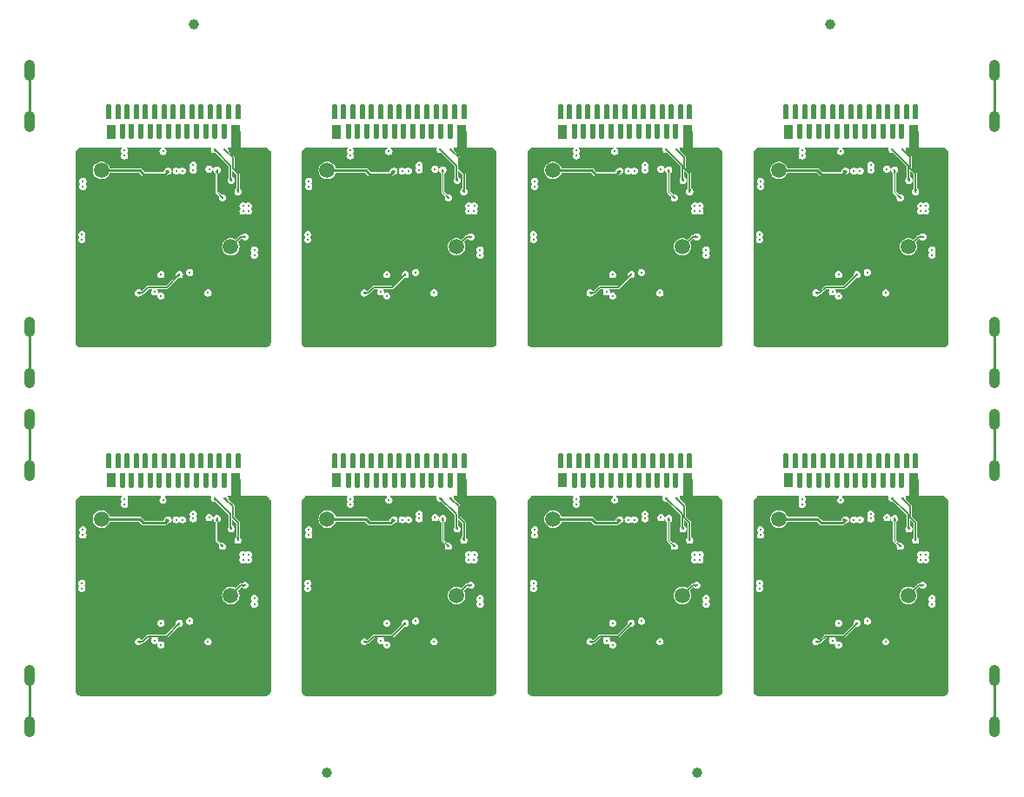
<source format=gbl>
G04 #@! TF.GenerationSoftware,KiCad,Pcbnew,8.0.2-1*
G04 #@! TF.CreationDate,2024-07-25T16:39:03+09:00*
G04 #@! TF.ProjectId,leafony-lora-abz_Panelized_Ver1.2,6c656166-6f6e-4792-9d6c-6f72612d6162,rev?*
G04 #@! TF.SameCoordinates,PX4a62f80PY7829b80*
G04 #@! TF.FileFunction,Copper,L4,Bot*
G04 #@! TF.FilePolarity,Positive*
%FSLAX46Y46*%
G04 Gerber Fmt 4.6, Leading zero omitted, Abs format (unit mm)*
G04 Created by KiCad (PCBNEW 8.0.2-1) date 2024-07-25 16:39:03*
%MOMM*%
%LPD*%
G01*
G04 APERTURE LIST*
G04 Aperture macros list*
%AMFreePoly0*
4,1,19,0.150000,0.834808,0.229813,0.767836,0.281908,0.677606,0.300000,0.575000,0.281908,0.472394,0.229813,0.382164,0.225000,0.378125,0.225000,-0.575000,-0.225000,-0.575000,-0.225000,0.378125,-0.229813,0.382164,-0.281908,0.472394,-0.300000,0.575000,-0.281908,0.677606,-0.229813,0.767836,-0.150000,0.834808,-0.052094,0.870442,0.052094,0.870442,0.150000,0.834808,0.150000,0.834808,
$1*%
G04 Aperture macros list end*
G04 #@! TA.AperFunction,SMDPad,CuDef*
%ADD10R,0.900000X1.450000*%
G04 #@! TD*
G04 #@! TA.AperFunction,SMDPad,CuDef*
%ADD11FreePoly0,0.000000*%
G04 #@! TD*
G04 #@! TA.AperFunction,SMDPad,CuDef*
%ADD12FreePoly0,180.000000*%
G04 #@! TD*
G04 #@! TA.AperFunction,SMDPad,CuDef*
%ADD13C,1.500000*%
G04 #@! TD*
G04 #@! TA.AperFunction,ViaPad*
%ADD14C,1.000000*%
G04 #@! TD*
G04 #@! TA.AperFunction,ViaPad*
%ADD15C,0.330000*%
G04 #@! TD*
G04 #@! TA.AperFunction,ViaPad*
%ADD16C,0.500000*%
G04 #@! TD*
G04 #@! TA.AperFunction,Conductor*
%ADD17C,1.000000*%
G04 #@! TD*
G04 #@! TA.AperFunction,Conductor*
%ADD18C,0.254000*%
G04 #@! TD*
G04 #@! TA.AperFunction,Conductor*
%ADD19C,0.127000*%
G04 #@! TD*
G04 #@! TA.AperFunction,Conductor*
%ADD20C,0.900000*%
G04 #@! TD*
G04 #@! TA.AperFunction,Conductor*
%ADD21C,0.100000*%
G04 #@! TD*
G04 APERTURE END LIST*
D10*
X10925000Y67525000D03*
D11*
X10700000Y69325000D03*
D12*
X12050000Y67675000D03*
D11*
X11600000Y69325000D03*
D12*
X12950000Y67675000D03*
D11*
X12500000Y69325000D03*
D12*
X13850000Y67675000D03*
D11*
X13400000Y69325000D03*
D12*
X14750000Y67675000D03*
D11*
X14300000Y69325000D03*
D12*
X15650000Y67675000D03*
D11*
X15200000Y69325000D03*
D12*
X16550000Y67675000D03*
D11*
X16100000Y69325000D03*
D12*
X17450000Y67675000D03*
D11*
X17000000Y69325000D03*
D12*
X18350000Y67675000D03*
D11*
X17900000Y69325000D03*
D12*
X19250000Y67675000D03*
D11*
X18800000Y69325000D03*
D12*
X20150000Y67675000D03*
D11*
X19700000Y69325000D03*
D12*
X21050000Y67675000D03*
D11*
X20600000Y69325000D03*
D12*
X21950000Y67675000D03*
D11*
X21500000Y69325000D03*
D10*
X23075000Y67525000D03*
D11*
X22400000Y69325000D03*
X23300000Y69325000D03*
D10*
X76925000Y67525000D03*
D11*
X76700000Y69325000D03*
D12*
X78050000Y67675000D03*
D11*
X77600000Y69325000D03*
D12*
X78950000Y67675000D03*
D11*
X78500000Y69325000D03*
D12*
X79850000Y67675000D03*
D11*
X79400000Y69325000D03*
D12*
X80750000Y67675000D03*
D11*
X80300000Y69325000D03*
D12*
X81650000Y67675000D03*
D11*
X81200000Y69325000D03*
D12*
X82550000Y67675000D03*
D11*
X82100000Y69325000D03*
D12*
X83450000Y67675000D03*
D11*
X83000000Y69325000D03*
D12*
X84350000Y67675000D03*
D11*
X83900000Y69325000D03*
D12*
X85250000Y67675000D03*
D11*
X84800000Y69325000D03*
D12*
X86150000Y67675000D03*
D11*
X85700000Y69325000D03*
D12*
X87050000Y67675000D03*
D11*
X86600000Y69325000D03*
D12*
X87950000Y67675000D03*
D11*
X87500000Y69325000D03*
D10*
X89075000Y67525000D03*
D11*
X88400000Y69325000D03*
X89300000Y69325000D03*
D10*
X54925000Y67525000D03*
D11*
X54700000Y69325000D03*
D12*
X56050000Y67675000D03*
D11*
X55600000Y69325000D03*
D12*
X56950000Y67675000D03*
D11*
X56500000Y69325000D03*
D12*
X57850000Y67675000D03*
D11*
X57400000Y69325000D03*
D12*
X58750000Y67675000D03*
D11*
X58300000Y69325000D03*
D12*
X59650000Y67675000D03*
D11*
X59200000Y69325000D03*
D12*
X60550000Y67675000D03*
D11*
X60100000Y69325000D03*
D12*
X61450000Y67675000D03*
D11*
X61000000Y69325000D03*
D12*
X62350000Y67675000D03*
D11*
X61900000Y69325000D03*
D12*
X63250000Y67675000D03*
D11*
X62800000Y69325000D03*
D12*
X64150000Y67675000D03*
D11*
X63700000Y69325000D03*
D12*
X65050000Y67675000D03*
D11*
X64600000Y69325000D03*
D12*
X65950000Y67675000D03*
D11*
X65500000Y69325000D03*
D10*
X67075000Y67525000D03*
D11*
X66400000Y69325000D03*
X67300000Y69325000D03*
D10*
X32925000Y67525000D03*
D11*
X32700000Y69325000D03*
D12*
X34050000Y67675000D03*
D11*
X33600000Y69325000D03*
D12*
X34950000Y67675000D03*
D11*
X34500000Y69325000D03*
D12*
X35850000Y67675000D03*
D11*
X35400000Y69325000D03*
D12*
X36750000Y67675000D03*
D11*
X36300000Y69325000D03*
D12*
X37650000Y67675000D03*
D11*
X37200000Y69325000D03*
D12*
X38550000Y67675000D03*
D11*
X38100000Y69325000D03*
D12*
X39450000Y67675000D03*
D11*
X39000000Y69325000D03*
D12*
X40350000Y67675000D03*
D11*
X39900000Y69325000D03*
D12*
X41250000Y67675000D03*
D11*
X40800000Y69325000D03*
D12*
X42150000Y67675000D03*
D11*
X41700000Y69325000D03*
D12*
X43050000Y67675000D03*
D11*
X42600000Y69325000D03*
D12*
X43950000Y67675000D03*
D11*
X43500000Y69325000D03*
D10*
X45075000Y67525000D03*
D11*
X44400000Y69325000D03*
X45300000Y69325000D03*
D10*
X76925000Y33525000D03*
D11*
X76700000Y35325000D03*
D12*
X78050000Y33675000D03*
D11*
X77600000Y35325000D03*
D12*
X78950000Y33675000D03*
D11*
X78500000Y35325000D03*
D12*
X79850000Y33675000D03*
D11*
X79400000Y35325000D03*
D12*
X80750000Y33675000D03*
D11*
X80300000Y35325000D03*
D12*
X81650000Y33675000D03*
D11*
X81200000Y35325000D03*
D12*
X82550000Y33675000D03*
D11*
X82100000Y35325000D03*
D12*
X83450000Y33675000D03*
D11*
X83000000Y35325000D03*
D12*
X84350000Y33675000D03*
D11*
X83900000Y35325000D03*
D12*
X85250000Y33675000D03*
D11*
X84800000Y35325000D03*
D12*
X86150000Y33675000D03*
D11*
X85700000Y35325000D03*
D12*
X87050000Y33675000D03*
D11*
X86600000Y35325000D03*
D12*
X87950000Y33675000D03*
D11*
X87500000Y35325000D03*
D10*
X89075000Y33525000D03*
D11*
X88400000Y35325000D03*
X89300000Y35325000D03*
D10*
X54925000Y33525000D03*
D11*
X54700000Y35325000D03*
D12*
X56050000Y33675000D03*
D11*
X55600000Y35325000D03*
D12*
X56950000Y33675000D03*
D11*
X56500000Y35325000D03*
D12*
X57850000Y33675000D03*
D11*
X57400000Y35325000D03*
D12*
X58750000Y33675000D03*
D11*
X58300000Y35325000D03*
D12*
X59650000Y33675000D03*
D11*
X59200000Y35325000D03*
D12*
X60550000Y33675000D03*
D11*
X60100000Y35325000D03*
D12*
X61450000Y33675000D03*
D11*
X61000000Y35325000D03*
D12*
X62350000Y33675000D03*
D11*
X61900000Y35325000D03*
D12*
X63250000Y33675000D03*
D11*
X62800000Y35325000D03*
D12*
X64150000Y33675000D03*
D11*
X63700000Y35325000D03*
D12*
X65050000Y33675000D03*
D11*
X64600000Y35325000D03*
D12*
X65950000Y33675000D03*
D11*
X65500000Y35325000D03*
D10*
X67075000Y33525000D03*
D11*
X66400000Y35325000D03*
X67300000Y35325000D03*
D10*
X32925000Y33525000D03*
D11*
X32700000Y35325000D03*
D12*
X34050000Y33675000D03*
D11*
X33600000Y35325000D03*
D12*
X34950000Y33675000D03*
D11*
X34500000Y35325000D03*
D12*
X35850000Y33675000D03*
D11*
X35400000Y35325000D03*
D12*
X36750000Y33675000D03*
D11*
X36300000Y35325000D03*
D12*
X37650000Y33675000D03*
D11*
X37200000Y35325000D03*
D12*
X38550000Y33675000D03*
D11*
X38100000Y35325000D03*
D12*
X39450000Y33675000D03*
D11*
X39000000Y35325000D03*
D12*
X40350000Y33675000D03*
D11*
X39900000Y35325000D03*
D12*
X41250000Y33675000D03*
D11*
X40800000Y35325000D03*
D12*
X42150000Y33675000D03*
D11*
X41700000Y35325000D03*
D12*
X43050000Y33675000D03*
D11*
X42600000Y35325000D03*
D12*
X43950000Y33675000D03*
D11*
X43500000Y35325000D03*
D10*
X45075000Y33525000D03*
D11*
X44400000Y35325000D03*
X45300000Y35325000D03*
D10*
X10925000Y33525000D03*
D11*
X10700000Y35325000D03*
D12*
X12050000Y33675000D03*
D11*
X11600000Y35325000D03*
D12*
X12950000Y33675000D03*
D11*
X12500000Y35325000D03*
D12*
X13850000Y33675000D03*
D11*
X13400000Y35325000D03*
D12*
X14750000Y33675000D03*
D11*
X14300000Y35325000D03*
D12*
X15650000Y33675000D03*
D11*
X15200000Y35325000D03*
D12*
X16550000Y33675000D03*
D11*
X16100000Y35325000D03*
D12*
X17450000Y33675000D03*
D11*
X17000000Y35325000D03*
D12*
X18350000Y33675000D03*
D11*
X17900000Y35325000D03*
D12*
X19250000Y33675000D03*
D11*
X18800000Y35325000D03*
D12*
X20150000Y33675000D03*
D11*
X19700000Y35325000D03*
D12*
X21050000Y33675000D03*
D11*
X20600000Y35325000D03*
D12*
X21950000Y33675000D03*
D11*
X21500000Y35325000D03*
D10*
X23075000Y33525000D03*
D11*
X22400000Y35325000D03*
X23300000Y35325000D03*
D13*
X32000000Y29750000D03*
X22600000Y22300000D03*
X10000000Y29750000D03*
X66600000Y56300000D03*
X32000000Y63750000D03*
X66600000Y22300000D03*
X44600000Y56300000D03*
X76000000Y63750000D03*
X54000000Y29750000D03*
X10000000Y63750000D03*
X22600000Y56300000D03*
X88600000Y56300000D03*
X76000000Y29750000D03*
X44600000Y22300000D03*
X88600000Y22300000D03*
X54000000Y63750000D03*
D14*
X32000000Y5000000D03*
X81000000Y78000000D03*
X68000000Y5000000D03*
X19000000Y78000000D03*
D15*
X17900000Y29700000D03*
X61900000Y63700000D03*
D16*
X32700000Y69900000D03*
X10700000Y69900000D03*
D15*
X39900000Y29700000D03*
D16*
X32700000Y35900000D03*
X76700000Y35900000D03*
D15*
X39900000Y63700000D03*
D16*
X10700000Y35900000D03*
D15*
X61900000Y29700000D03*
X83900000Y29700000D03*
X17900000Y63700000D03*
D16*
X54700000Y35900000D03*
X76700000Y69900000D03*
X54700000Y69900000D03*
D15*
X83900000Y63700000D03*
D16*
X78050000Y67100000D03*
X56050000Y67100000D03*
X78050000Y33100000D03*
X12050000Y33100000D03*
X34050000Y33100000D03*
X34050000Y67100000D03*
X12050000Y67100000D03*
X56050000Y33100000D03*
X33600000Y35900000D03*
X77600000Y69900000D03*
X55600000Y69900000D03*
X55600000Y35900000D03*
X77600000Y35900000D03*
X33600000Y69900000D03*
X11600000Y35900000D03*
X11600000Y69900000D03*
X34950000Y33100000D03*
X78950000Y33100000D03*
X56950000Y67100000D03*
X78950000Y67100000D03*
X34950000Y67100000D03*
X12950000Y67100000D03*
X56950000Y33100000D03*
X12950000Y33100000D03*
X34500000Y35900000D03*
X34500000Y69900000D03*
X12500000Y69900000D03*
X12500000Y35900000D03*
X56500000Y69900000D03*
X78500000Y35900000D03*
X78500000Y69900000D03*
X56500000Y35900000D03*
X57850000Y33100000D03*
X35850000Y33100000D03*
X35850000Y67100000D03*
X13850000Y67100000D03*
X57850000Y67100000D03*
X79850000Y33100000D03*
X13850000Y33100000D03*
X79850000Y67100000D03*
X13400000Y35900000D03*
X35400000Y35900000D03*
X57400000Y35900000D03*
X79400000Y35900000D03*
X13400000Y69900000D03*
X79400000Y69900000D03*
X57400000Y69900000D03*
X35400000Y69900000D03*
X36750000Y67100000D03*
X58750000Y67100000D03*
X80750000Y67100000D03*
X14750000Y33100000D03*
X80750000Y33100000D03*
X14750000Y67100000D03*
X36750000Y33100000D03*
X58750000Y33100000D03*
X14300000Y69900000D03*
X58300000Y69900000D03*
X58300000Y35900000D03*
X14300000Y35900000D03*
X36300000Y69900000D03*
X36300000Y35900000D03*
X80300000Y69900000D03*
X80300000Y35900000D03*
X81650000Y33100000D03*
X59650000Y33100000D03*
X15650000Y33100000D03*
X59650000Y67100000D03*
X37650000Y33100000D03*
X15650000Y67100000D03*
X81650000Y67100000D03*
X37650000Y67100000D03*
X15200000Y69900000D03*
X37200000Y69900000D03*
X37200000Y35900000D03*
X81200000Y35900000D03*
X15200000Y35900000D03*
X59200000Y69900000D03*
X59200000Y35900000D03*
X81200000Y69900000D03*
X38550000Y33100000D03*
X82550000Y67100000D03*
X60550000Y67100000D03*
X82550000Y33100000D03*
X16550000Y67100000D03*
X60550000Y33100000D03*
X16550000Y33100000D03*
X38550000Y67100000D03*
X16100000Y35900000D03*
X38100000Y35900000D03*
X38100000Y69900000D03*
X16100000Y69900000D03*
X82100000Y35900000D03*
X82100000Y69900000D03*
X60100000Y35900000D03*
X60100000Y69900000D03*
X17000000Y35900000D03*
X61000000Y69900000D03*
X83000000Y35900000D03*
X61000000Y35900000D03*
X17000000Y69900000D03*
X39000000Y69900000D03*
X83000000Y69900000D03*
X39000000Y35900000D03*
D15*
X60500000Y63700000D03*
X20500000Y29900000D03*
X64500000Y63900000D03*
X82500000Y63700000D03*
X38500000Y63700000D03*
X16500000Y29700000D03*
X82500000Y29700000D03*
X86500000Y29900000D03*
X86500000Y63900000D03*
X38500000Y29700000D03*
X64500000Y29900000D03*
X42500000Y63900000D03*
X60500000Y29700000D03*
X42500000Y29900000D03*
X20500000Y63900000D03*
X16500000Y63700000D03*
D16*
X17900000Y35900000D03*
X83900000Y35900000D03*
X39900000Y35900000D03*
X61900000Y35900000D03*
X61900000Y69900000D03*
X39900000Y69900000D03*
X83900000Y69900000D03*
X17900000Y69900000D03*
X40800000Y69900000D03*
X62800000Y35900000D03*
X84800000Y35900000D03*
X84800000Y69900000D03*
X18800000Y35900000D03*
X18800000Y69900000D03*
X40800000Y35900000D03*
X62800000Y69900000D03*
X85700000Y35900000D03*
X41700000Y35900000D03*
X63700000Y35900000D03*
X85700000Y69900000D03*
X41700000Y69900000D03*
X19700000Y69900000D03*
X63700000Y69900000D03*
X19700000Y35900000D03*
D15*
X88650000Y62800000D03*
D16*
X43050000Y33100000D03*
X65050000Y33100000D03*
D15*
X44650000Y28800000D03*
D16*
X43050000Y67100000D03*
X21050000Y67100000D03*
D15*
X87000000Y31800000D03*
D16*
X87050000Y33100000D03*
D15*
X22650000Y28800000D03*
X22650000Y62800000D03*
X65000000Y65800000D03*
X87000000Y65800000D03*
D16*
X87050000Y67100000D03*
D15*
X43000000Y65800000D03*
D16*
X65050000Y67100000D03*
D15*
X65000000Y31800000D03*
X21000000Y31800000D03*
X66650000Y28800000D03*
X66650000Y62800000D03*
D16*
X21050000Y33100000D03*
D15*
X88650000Y28800000D03*
X43000000Y31800000D03*
X44650000Y62800000D03*
X21000000Y65800000D03*
X15800000Y53600000D03*
D16*
X39450000Y67100000D03*
D15*
X37800000Y53600000D03*
X81800000Y53600000D03*
D16*
X83450000Y67100000D03*
D15*
X38000000Y65600000D03*
X82000000Y31600000D03*
X59800000Y19600000D03*
X15800000Y19600000D03*
X82000000Y65600000D03*
X60000000Y65600000D03*
X16000000Y31600000D03*
D16*
X17450000Y67100000D03*
D15*
X16000000Y65600000D03*
D16*
X39450000Y33100000D03*
X17450000Y33100000D03*
D15*
X38000000Y31600000D03*
X37800000Y19600000D03*
D16*
X61450000Y33100000D03*
X83450000Y33100000D03*
D15*
X60000000Y31600000D03*
X59800000Y53600000D03*
X81800000Y19600000D03*
D16*
X61450000Y67100000D03*
X41250000Y67100000D03*
X63250000Y33100000D03*
D15*
X18600000Y19800000D03*
X37800000Y51500000D03*
X84600000Y19800000D03*
X18600000Y53800000D03*
X84600000Y53800000D03*
X59800000Y17500000D03*
X40600000Y53800000D03*
X37800000Y17500000D03*
X81800000Y17500000D03*
D16*
X19250000Y33100000D03*
D15*
X15800000Y51500000D03*
X40600000Y19800000D03*
X59800000Y51500000D03*
D16*
X63250000Y67100000D03*
D15*
X15800000Y17500000D03*
X62600000Y53800000D03*
D16*
X85250000Y67100000D03*
D15*
X62600000Y19800000D03*
D16*
X19250000Y67100000D03*
X85250000Y33100000D03*
D15*
X81800000Y51500000D03*
D16*
X41250000Y33100000D03*
X84350000Y33100000D03*
X18350000Y33100000D03*
D15*
X35600000Y17800000D03*
X17600000Y19600000D03*
X57600000Y51800000D03*
D16*
X40350000Y67100000D03*
D15*
X79600000Y17800000D03*
X83600000Y53600000D03*
D16*
X62350000Y67100000D03*
X84350000Y67100000D03*
X62350000Y33100000D03*
X40350000Y33100000D03*
D15*
X35600000Y51800000D03*
X83600000Y19600000D03*
X57600000Y17800000D03*
X17600000Y53600000D03*
X13600000Y17800000D03*
X61600000Y53600000D03*
X13600000Y51800000D03*
X39600000Y19600000D03*
X61600000Y19600000D03*
X39600000Y53600000D03*
D16*
X18350000Y67100000D03*
D15*
X79600000Y51800000D03*
X15200000Y51900000D03*
D16*
X42150000Y33100000D03*
X20150000Y33100000D03*
X86150000Y67100000D03*
D15*
X81200000Y51900000D03*
X37200000Y17900000D03*
X15200000Y17900000D03*
D16*
X64150000Y33100000D03*
X42150000Y67100000D03*
D15*
X37200000Y51900000D03*
D16*
X86150000Y33100000D03*
X20150000Y67100000D03*
X64150000Y67100000D03*
D15*
X59200000Y17900000D03*
X59200000Y51900000D03*
X81200000Y17900000D03*
D16*
X64600000Y35900000D03*
X64600000Y69900000D03*
X20600000Y35900000D03*
X42600000Y69900000D03*
X86600000Y35900000D03*
X86600000Y69900000D03*
X42600000Y35900000D03*
X20600000Y69900000D03*
X67300000Y35900000D03*
D15*
X83300000Y63700000D03*
D16*
X89300000Y69900000D03*
D15*
X39300000Y29700000D03*
D16*
X45300000Y35900000D03*
D15*
X39300000Y63700000D03*
D16*
X23300000Y69900000D03*
X67300000Y69900000D03*
X45300000Y69900000D03*
X23300000Y35900000D03*
D15*
X83300000Y29700000D03*
X61300000Y29700000D03*
X17300000Y29700000D03*
X17300000Y63700000D03*
D16*
X89300000Y35900000D03*
D15*
X61300000Y63700000D03*
X52200000Y53000000D03*
X41800000Y23400000D03*
X81450000Y30050000D03*
X89600000Y47000000D03*
X30100000Y31400000D03*
X8200000Y17000000D03*
X52200000Y21000000D03*
X21900000Y17600000D03*
X16900000Y26300000D03*
X40100000Y48400000D03*
X17000000Y14000000D03*
X76600000Y14000000D03*
X45200000Y15800000D03*
X47800000Y22900000D03*
X23200000Y50400000D03*
X31000000Y50000000D03*
X34100000Y60250000D03*
X91700000Y49785497D03*
X30100000Y65400000D03*
X70200000Y30300000D03*
X16200000Y47000000D03*
X9800000Y19000000D03*
X84100000Y16500000D03*
X9000000Y14000000D03*
X89200000Y51600000D03*
X88150000Y63250000D03*
X63000000Y60700000D03*
X80000000Y21700000D03*
X60500000Y24200000D03*
X90200000Y13700000D03*
X14800000Y55700000D03*
X41000000Y25900000D03*
X43700000Y57800000D03*
X68136192Y54363808D03*
X24700000Y49300000D03*
X69800000Y56385497D03*
X19000000Y23400000D03*
X79000000Y13000000D03*
X19800000Y25900000D03*
X41000000Y57400000D03*
X47200000Y47000000D03*
X32400000Y25200000D03*
X14850000Y64050000D03*
X55400000Y47000000D03*
X57800000Y48000000D03*
X67200000Y30100000D03*
X89200000Y52200000D03*
X80000000Y20900000D03*
X43675000Y60325000D03*
X43700000Y55000000D03*
X40100000Y15100000D03*
X69000000Y48000000D03*
X41400000Y55300000D03*
X54600000Y14000000D03*
X67600000Y13000000D03*
X88500000Y52500000D03*
X63000000Y59900000D03*
X52100000Y65400000D03*
X45600000Y13000000D03*
X53000000Y48000000D03*
X56100000Y26850000D03*
X8200000Y15000000D03*
X25700000Y18900000D03*
X61000000Y48000000D03*
X60500000Y54900000D03*
X43675000Y26325000D03*
X58800000Y24200000D03*
X58800000Y26700000D03*
X47800000Y21356491D03*
X22600000Y17600000D03*
X68000000Y48400000D03*
X69200000Y13000000D03*
X25800000Y22900000D03*
X22700000Y47700000D03*
X19400000Y55300000D03*
X45200000Y18200000D03*
X60500000Y55700000D03*
X19000000Y26700000D03*
X86600000Y14900000D03*
X23200000Y18700000D03*
X23200000Y16400000D03*
X83300000Y57400000D03*
X66600000Y51600000D03*
X68200000Y13700000D03*
X85400000Y60300000D03*
X75300000Y31400000D03*
X48200000Y65300000D03*
X89600000Y13000000D03*
X69700000Y17600000D03*
X84100000Y13700000D03*
X60900000Y57800000D03*
X46800000Y52300000D03*
X58600000Y49000000D03*
X62100000Y48400000D03*
X54600000Y48000000D03*
X14600000Y49000000D03*
X13000000Y47000000D03*
X75000000Y20000000D03*
X12100000Y26850000D03*
X80000000Y24200000D03*
X83148696Y30191752D03*
X60900000Y60300000D03*
X65325600Y20134400D03*
X61100000Y51700000D03*
X67200000Y64100000D03*
X82500000Y26700000D03*
X24800000Y24900000D03*
X24200000Y13700000D03*
X22700000Y13000000D03*
X8200000Y47000000D03*
X41800000Y58200000D03*
X63800000Y26700000D03*
X63800000Y21700000D03*
X23700000Y20700000D03*
X68800000Y18300000D03*
X85000000Y54900000D03*
X63500000Y17600000D03*
X58000000Y55700000D03*
X29800000Y26414503D03*
X38200000Y15000000D03*
X68200000Y47700000D03*
X46800000Y16900000D03*
X18100000Y47700000D03*
X53900000Y65400000D03*
X45200000Y30650000D03*
X80400000Y57800000D03*
X75000000Y50000000D03*
X43900000Y17600000D03*
X70000000Y14000000D03*
X41400000Y23800000D03*
X26200000Y65300000D03*
X8100000Y31400000D03*
X79800000Y14000000D03*
X31000000Y52000000D03*
X80800000Y60700000D03*
X25800000Y55356491D03*
X78100000Y23100000D03*
X68800000Y58900000D03*
X77400000Y49000000D03*
X12200000Y14000000D03*
X65700000Y21000000D03*
X8700000Y65400000D03*
X23200000Y49800000D03*
X36600000Y49000000D03*
X18100000Y15100000D03*
X36850000Y64050000D03*
X82200000Y13000000D03*
X38500000Y54900000D03*
X52100000Y31400000D03*
X85000000Y20900000D03*
X45700000Y54700000D03*
X75800000Y53000000D03*
X63000000Y57400000D03*
X24000000Y14400000D03*
X22600000Y51600000D03*
X63000000Y58200000D03*
X58850000Y30050000D03*
X15450000Y64050000D03*
X82200000Y47000000D03*
X78100000Y26850000D03*
X47700000Y18900000D03*
X58800000Y20900000D03*
X78100000Y57700000D03*
X23200000Y51000000D03*
X43700000Y23800000D03*
X53000000Y18000000D03*
X80600000Y49000000D03*
X41000000Y21700000D03*
X65175000Y58900000D03*
X33600000Y52600000D03*
X37450000Y64050000D03*
X12100000Y57700000D03*
X9300000Y65400000D03*
X15450000Y30050000D03*
X85800000Y23400000D03*
X46800000Y18300000D03*
X74200000Y47000000D03*
X30200000Y19000000D03*
X13050000Y51200000D03*
X34100000Y26850000D03*
X82900000Y57800000D03*
X24800000Y51614503D03*
X14000000Y58200000D03*
X69400000Y48900000D03*
X39300000Y20900000D03*
X39000000Y48000000D03*
X87175000Y24900000D03*
X10300000Y57400000D03*
X31000000Y16000000D03*
X69000000Y14000000D03*
X75000000Y18000000D03*
X19400000Y60300000D03*
X80600000Y13000000D03*
X14000000Y25900000D03*
X17600000Y17700000D03*
X69800000Y55870994D03*
X40100000Y13000000D03*
X63000000Y24200000D03*
X14600000Y13000000D03*
X80600000Y15000000D03*
X41000000Y20900000D03*
X53300000Y65400000D03*
X83600000Y17700000D03*
X30200000Y49000000D03*
X18100000Y47000000D03*
X58850000Y64050000D03*
X82900000Y60300000D03*
X45200000Y18700000D03*
X63400000Y55300000D03*
X58000000Y57400000D03*
X8200000Y53000000D03*
X85400000Y57800000D03*
X12100000Y57100000D03*
X80800000Y21700000D03*
X85800000Y25900000D03*
X35050000Y51200000D03*
X67600000Y47000000D03*
X41800000Y21700000D03*
X75900000Y31400000D03*
X80400000Y23800000D03*
X10400000Y25200000D03*
X36000000Y20900000D03*
X42600000Y48900000D03*
X75000000Y52000000D03*
X46800000Y24900000D03*
X35050000Y17200000D03*
X44150000Y29250000D03*
X84100000Y15800000D03*
D16*
X22900000Y67100000D03*
D15*
X53000000Y20000000D03*
X45200000Y51600000D03*
X36800000Y24200000D03*
X10600000Y48000000D03*
X74200000Y21600000D03*
X25100000Y22900000D03*
X35000000Y47000000D03*
X12100000Y23700000D03*
X85500000Y51600000D03*
X9800000Y17000000D03*
X62100000Y47700000D03*
X68800000Y24900000D03*
X62100000Y16500000D03*
X8200000Y21000000D03*
X90800000Y24900000D03*
X84100000Y14400000D03*
X43200000Y14900000D03*
X7800000Y25400000D03*
X87700000Y23800000D03*
X47200000Y13000000D03*
X87675000Y26325000D03*
X39148696Y64191752D03*
X88600000Y17600000D03*
X19500000Y17600000D03*
X65200000Y48900000D03*
X16500000Y60700000D03*
X29800000Y24900000D03*
X18100000Y16500000D03*
X63400000Y60300000D03*
X16500000Y21700000D03*
X92200000Y30300000D03*
X24800000Y16900000D03*
X88700000Y47000000D03*
X85400000Y55300000D03*
X69800000Y22900000D03*
X74200000Y55600000D03*
X60500000Y21700000D03*
X80400000Y26300000D03*
X90136192Y20363808D03*
X14800000Y57400000D03*
X70200000Y31300000D03*
X60900000Y55300000D03*
X53000000Y54000000D03*
X82200000Y49000000D03*
X69700000Y18900000D03*
X80800000Y59900000D03*
X80850000Y30050000D03*
X88700000Y47700000D03*
X13000000Y49000000D03*
X77600000Y18600000D03*
X66500000Y52500000D03*
X43325600Y20134400D03*
X36000000Y58200000D03*
X91700000Y53400000D03*
X83300000Y23400000D03*
X61600000Y17700000D03*
X25700000Y50400000D03*
X23200000Y51600000D03*
X92200000Y63300000D03*
X47400000Y14900000D03*
X25700000Y15785497D03*
X85800000Y26700000D03*
X45200000Y52700000D03*
X36800000Y55700000D03*
X25800000Y55870994D03*
X17300000Y21700000D03*
X56100000Y60850000D03*
X33400000Y15000000D03*
X82500000Y24200000D03*
X83300000Y60700000D03*
X38500000Y21700000D03*
D16*
X66900000Y67100000D03*
D15*
X41000000Y59900000D03*
X85800000Y59900000D03*
X56100000Y26250000D03*
X81450000Y64050000D03*
X87900000Y51600000D03*
X89369907Y14160185D03*
X91800000Y21356491D03*
X61300000Y54900000D03*
X40100000Y14400000D03*
X48200000Y63300000D03*
X58000000Y54900000D03*
X46800000Y51614503D03*
X63400000Y21300000D03*
X76400000Y59200000D03*
X62100000Y15800000D03*
X87700000Y21000000D03*
X84100000Y13000000D03*
X70200000Y28300000D03*
X26000000Y14000000D03*
X86600000Y48900000D03*
X17300000Y23400000D03*
X80800000Y57400000D03*
X68800000Y51614503D03*
X23800000Y61000000D03*
X32600000Y48000000D03*
X66700000Y13000000D03*
X58600000Y47000000D03*
X36800000Y57400000D03*
X84100000Y47000000D03*
X51800000Y25400000D03*
X80800000Y26700000D03*
X92200000Y64300000D03*
X58600000Y13000000D03*
X30200000Y53000000D03*
X48200000Y31300000D03*
X17300000Y20900000D03*
X90800000Y50900000D03*
X91700000Y52900000D03*
X58800000Y59900000D03*
X38500000Y25900000D03*
X7800000Y58900000D03*
X14800000Y58200000D03*
X18100000Y13000000D03*
X41550000Y29800000D03*
X21200000Y14900000D03*
X57000000Y49000000D03*
X69800000Y21356491D03*
X10600000Y14000000D03*
X19000000Y55700000D03*
X9800000Y49000000D03*
X38500000Y23400000D03*
X60500000Y20900000D03*
X74200000Y21000000D03*
X9000000Y18000000D03*
X19000000Y58200000D03*
X90800000Y18300000D03*
X44700000Y47000000D03*
X14800000Y60700000D03*
X39300000Y57400000D03*
X63400000Y57800000D03*
X30200000Y21600000D03*
X53800000Y13000000D03*
X90800000Y52300000D03*
X15400000Y14000000D03*
X57050000Y51200000D03*
X47100000Y22900000D03*
X29800000Y25900000D03*
X89200000Y15800000D03*
X39300000Y23400000D03*
X11600000Y18600000D03*
X9800000Y51000000D03*
X52700000Y65400000D03*
X16900000Y60300000D03*
X22700000Y47000000D03*
D16*
X44900000Y33100000D03*
D15*
X45369907Y48160185D03*
X8200000Y51000000D03*
X19000000Y60700000D03*
X36600000Y13000000D03*
X31000000Y14000000D03*
X9900000Y65400000D03*
X14400000Y23800000D03*
X12200000Y48000000D03*
X46500000Y53900000D03*
X19000000Y57400000D03*
X25700000Y53400000D03*
X68400000Y48800000D03*
X25700000Y52900000D03*
X39300000Y26700000D03*
X34100000Y23100000D03*
X38900000Y60300000D03*
X25200000Y47000000D03*
X85000000Y17600000D03*
X25400000Y14900000D03*
X80800000Y23400000D03*
X54300000Y57400000D03*
X22150000Y63700000D03*
X12100000Y60250000D03*
X36400000Y23800000D03*
X39148696Y30191752D03*
X90800000Y17614503D03*
X58400000Y57800000D03*
X14400000Y55300000D03*
X23200000Y30650000D03*
X14000000Y24200000D03*
X66700000Y47700000D03*
X62100000Y13000000D03*
X69200000Y47000000D03*
X85000000Y26700000D03*
X63800000Y25900000D03*
X39600000Y17700000D03*
X53000000Y16000000D03*
X83100000Y51700000D03*
X48200000Y28300000D03*
X85000000Y25900000D03*
X61300000Y60700000D03*
X19000000Y20900000D03*
X43700000Y21000000D03*
X58800000Y58200000D03*
X51800000Y59900000D03*
D16*
X66900000Y33100000D03*
D15*
X67700000Y54700000D03*
X36800000Y54900000D03*
X83300000Y54900000D03*
X80000000Y25900000D03*
X38500000Y24200000D03*
X70200000Y63300000D03*
X63400000Y23800000D03*
X80400000Y55300000D03*
X46800000Y50900000D03*
X8200000Y19000000D03*
X19800000Y59900000D03*
X24000000Y48400000D03*
X17300000Y60700000D03*
X24800000Y17614503D03*
X18100000Y49100000D03*
X88150000Y63700000D03*
X25800000Y21356491D03*
X89200000Y51000000D03*
X53000000Y52000000D03*
X89800000Y27000000D03*
X58400000Y21300000D03*
X61300000Y59900000D03*
X56100000Y57700000D03*
X57000000Y15000000D03*
X63000000Y20900000D03*
X65900000Y17600000D03*
X31000000Y48000000D03*
X30200000Y51000000D03*
X34100000Y26250000D03*
X12100000Y60850000D03*
X32300000Y23400000D03*
X41400000Y26300000D03*
X19500000Y51600000D03*
X14600000Y47000000D03*
X61300000Y25900000D03*
X85550000Y63800000D03*
X75900000Y65400000D03*
X41000000Y26700000D03*
X58400000Y55300000D03*
X78100000Y26250000D03*
X7800000Y59400000D03*
X44150000Y29700000D03*
X34100000Y23700000D03*
X76600000Y48000000D03*
X31000000Y20000000D03*
X63800000Y59900000D03*
X58800000Y21700000D03*
X62100000Y49100000D03*
X19800000Y60700000D03*
X69700000Y15785497D03*
X69800000Y55356491D03*
X15400000Y48000000D03*
X22150000Y63250000D03*
X23369907Y48160185D03*
X80000000Y23400000D03*
X82900000Y26300000D03*
X90500000Y53900000D03*
X53800000Y17000000D03*
X25800000Y56900000D03*
X19550000Y63800000D03*
X90000000Y48400000D03*
X60500000Y58200000D03*
X53800000Y51000000D03*
X31800000Y17000000D03*
X89200000Y18200000D03*
X48200000Y29300000D03*
X63000000Y51600000D03*
X67369907Y48160185D03*
X16200000Y49000000D03*
X24800000Y58900000D03*
X69700000Y51600000D03*
X48200000Y64300000D03*
X11400000Y49000000D03*
X7800000Y60414503D03*
X17300000Y24200000D03*
X25000000Y14000000D03*
X83000000Y48000000D03*
X18100000Y15800000D03*
X77400000Y15000000D03*
X34200000Y14000000D03*
X44150000Y63700000D03*
X46700000Y15300000D03*
X25000000Y48000000D03*
X66700000Y13700000D03*
X22500000Y52500000D03*
X90800000Y16900000D03*
X91000000Y48000000D03*
X83300000Y25900000D03*
X89200000Y64100000D03*
X85550000Y29800000D03*
X75800000Y17000000D03*
X81400000Y48000000D03*
X37400000Y14000000D03*
X54300000Y23400000D03*
X41800000Y26700000D03*
X76400000Y25200000D03*
X63000000Y54900000D03*
X63550000Y63800000D03*
X41400000Y57800000D03*
X67369907Y14160185D03*
X51800000Y24900000D03*
X36400000Y60300000D03*
X46800000Y17614503D03*
X52200000Y15000000D03*
X89200000Y17600000D03*
X41500000Y17600000D03*
X17000000Y48000000D03*
X38200000Y49000000D03*
X14800000Y20900000D03*
X18100000Y48400000D03*
X57050000Y17200000D03*
X41000000Y55700000D03*
X58000000Y20900000D03*
X90000000Y14400000D03*
X38636546Y64196052D03*
X75800000Y47000000D03*
X78100000Y57100000D03*
X31300000Y65400000D03*
X16500000Y55700000D03*
X52200000Y19000000D03*
X65700000Y55000000D03*
X14000000Y23400000D03*
X91200000Y47000000D03*
X75300000Y65400000D03*
X51800000Y58900000D03*
X67700000Y20700000D03*
X37450000Y30050000D03*
X33400000Y13000000D03*
X30200000Y55600000D03*
X80400000Y21300000D03*
X47700000Y50400000D03*
X21325600Y20134400D03*
X87700000Y57800000D03*
X16900000Y55300000D03*
X18100000Y49800000D03*
X37400000Y48000000D03*
X84100000Y49800000D03*
X12100000Y23100000D03*
X16900000Y23800000D03*
X17100000Y51700000D03*
X14800000Y59900000D03*
X70200000Y29300000D03*
X24700000Y15300000D03*
X55400000Y13000000D03*
X31900000Y65400000D03*
X59450000Y30050000D03*
X77600000Y52600000D03*
X55600000Y52600000D03*
X21700000Y23800000D03*
X46400000Y48800000D03*
X60900000Y23800000D03*
X90800000Y51614503D03*
X22150000Y29700000D03*
X65700000Y23800000D03*
X47400000Y48900000D03*
X35000000Y13000000D03*
X47000000Y14000000D03*
X89700000Y54700000D03*
X19000000Y17600000D03*
X9800000Y13000000D03*
X21700000Y57800000D03*
X41000000Y23400000D03*
X41800000Y55700000D03*
X31800000Y19000000D03*
X52200000Y49000000D03*
X61300000Y20900000D03*
X91800000Y56385497D03*
X80000000Y58200000D03*
X85000000Y58200000D03*
X60200000Y47000000D03*
X25800000Y21870994D03*
X68000000Y14400000D03*
X77400000Y13000000D03*
X47700000Y52900000D03*
X9000000Y54000000D03*
X75800000Y19000000D03*
X74200000Y15000000D03*
X65200000Y14900000D03*
X41800000Y24200000D03*
X39100000Y51700000D03*
X14000000Y20900000D03*
X89200000Y30100000D03*
X91700000Y16400000D03*
X36800000Y23400000D03*
X38500000Y26700000D03*
X74200000Y19000000D03*
X59400000Y14000000D03*
X90200000Y47700000D03*
X19550000Y29800000D03*
X36400000Y21300000D03*
X36000000Y57400000D03*
X83300000Y21700000D03*
X90136192Y54363808D03*
X14850000Y30050000D03*
X80000000Y57400000D03*
X33600000Y18600000D03*
X20600000Y48900000D03*
X43900000Y51600000D03*
X75800000Y15000000D03*
X11600000Y52600000D03*
X52200000Y17000000D03*
X55400000Y49000000D03*
D16*
X88900000Y67100000D03*
D15*
X32600000Y14000000D03*
X31800000Y47000000D03*
X67200000Y51600000D03*
X85000000Y23400000D03*
X18100000Y50500000D03*
X19800000Y57400000D03*
X26200000Y29300000D03*
X43325600Y54134400D03*
X26200000Y63300000D03*
X47800000Y56385497D03*
X78100000Y60250000D03*
X47700000Y53400000D03*
X24400000Y48800000D03*
X19000000Y24200000D03*
X79050000Y51200000D03*
X14800000Y23400000D03*
X23600000Y47000000D03*
X64600000Y14900000D03*
X16500000Y54900000D03*
X38200000Y47000000D03*
X21900000Y51600000D03*
X88500000Y18500000D03*
X88150000Y29700000D03*
X17300000Y25900000D03*
X67200000Y30650000D03*
X89200000Y64650000D03*
X16500000Y23400000D03*
X61300000Y55700000D03*
X39300000Y21700000D03*
X44500000Y18500000D03*
X84100000Y47700000D03*
X61300000Y24200000D03*
X19400000Y23800000D03*
X34100000Y57700000D03*
X21200000Y48900000D03*
X62100000Y50500000D03*
X41000000Y60700000D03*
X63000000Y25900000D03*
X59400000Y48000000D03*
X17148696Y64191752D03*
X91400000Y14900000D03*
X63550000Y29800000D03*
X89700000Y20700000D03*
X61300000Y21700000D03*
X43175000Y24900000D03*
X25700000Y16400000D03*
X68500000Y19900000D03*
X68400000Y14800000D03*
X80800000Y20900000D03*
X87325600Y54134400D03*
X85400000Y23800000D03*
X56200000Y48000000D03*
X82500000Y58200000D03*
X80000000Y55700000D03*
X26200000Y28300000D03*
X90700000Y49300000D03*
X24400000Y14800000D03*
X36800000Y59900000D03*
X23200000Y64100000D03*
X19800000Y21700000D03*
X61100000Y17700000D03*
X38900000Y21300000D03*
X92000000Y48000000D03*
X36800000Y21700000D03*
X61600000Y51700000D03*
X11400000Y15000000D03*
X58400000Y60300000D03*
X91700000Y19400000D03*
X45200000Y64100000D03*
X31900000Y31400000D03*
X8200000Y49000000D03*
X14000000Y21700000D03*
X85800000Y57400000D03*
X85000000Y59900000D03*
X46200000Y47700000D03*
X25700000Y51600000D03*
X89369907Y48160185D03*
X19800000Y58200000D03*
X41500000Y51600000D03*
X46700000Y49300000D03*
X63800000Y60700000D03*
X63800000Y58200000D03*
X19400000Y26300000D03*
X23200000Y30100000D03*
X23200000Y52700000D03*
X36600000Y15000000D03*
X83300000Y20900000D03*
X22500000Y18500000D03*
X16900000Y57800000D03*
X73800000Y24900000D03*
X47800000Y55356491D03*
X14400000Y26300000D03*
X60500000Y25900000D03*
X16636546Y30196052D03*
X39300000Y58200000D03*
X23600000Y13000000D03*
X75000000Y14000000D03*
X8200000Y21600000D03*
X19400000Y21300000D03*
X85800000Y21700000D03*
X25200000Y13000000D03*
X67200000Y50400000D03*
X53800000Y15000000D03*
X14800000Y24200000D03*
X30200000Y55000000D03*
X82500000Y25900000D03*
X16500000Y25900000D03*
X41800000Y20900000D03*
X43200000Y48900000D03*
X41000000Y51600000D03*
X53000000Y50000000D03*
X69100000Y22900000D03*
X41000000Y58200000D03*
X19800000Y26700000D03*
X16500000Y59900000D03*
X23700000Y54700000D03*
X63400000Y26300000D03*
X46800000Y58900000D03*
X90700000Y15300000D03*
X36850000Y30050000D03*
X41800000Y25900000D03*
X47700000Y19400000D03*
X34200000Y48000000D03*
X20600000Y14900000D03*
X63000000Y23400000D03*
X45369907Y14160185D03*
X41400000Y60300000D03*
X74200000Y51000000D03*
X80800000Y55700000D03*
X85000000Y24200000D03*
X67800000Y27000000D03*
X24500000Y19900000D03*
X36400000Y26300000D03*
X74200000Y17000000D03*
X82500000Y59900000D03*
X84100000Y50500000D03*
X61000000Y14000000D03*
X63800000Y55700000D03*
X79000000Y15000000D03*
X46500000Y19900000D03*
X31800000Y13000000D03*
X69700000Y19400000D03*
X19000000Y21700000D03*
X40100000Y50500000D03*
X8700000Y31400000D03*
X14800000Y54900000D03*
X41000000Y17600000D03*
X39600000Y51700000D03*
X60200000Y15000000D03*
X92200000Y28300000D03*
X91700000Y18900000D03*
X63800000Y54900000D03*
X87200000Y14900000D03*
X31800000Y15000000D03*
X14800000Y26700000D03*
X79050000Y17200000D03*
X90400000Y48800000D03*
X21675000Y26325000D03*
X66150000Y63700000D03*
X65675000Y26325000D03*
X66150000Y29700000D03*
X57000000Y47000000D03*
X24200000Y47700000D03*
X47700000Y49785497D03*
X57800000Y14000000D03*
X69700000Y49785497D03*
X19800000Y23400000D03*
X38500000Y57400000D03*
X23800000Y27000000D03*
X91000000Y14000000D03*
X29800000Y59900000D03*
X51800000Y60414503D03*
X23200000Y17000000D03*
X53900000Y31400000D03*
X91800000Y55870994D03*
X14800000Y25900000D03*
X68800000Y17614503D03*
X60900000Y26300000D03*
X63800000Y24200000D03*
X62100000Y14400000D03*
X58800000Y55700000D03*
X83300000Y24200000D03*
X58400000Y26300000D03*
X75000000Y54000000D03*
X90400000Y14800000D03*
X80000000Y59900000D03*
X45200000Y17000000D03*
X26200000Y62300000D03*
X10400000Y59200000D03*
X63000000Y55700000D03*
X85800000Y55700000D03*
X31800000Y51000000D03*
X66700000Y47000000D03*
X46136192Y54363808D03*
X44150000Y63250000D03*
X43175000Y58900000D03*
X82636546Y30196052D03*
X58800000Y25900000D03*
X66500000Y18500000D03*
X48200000Y62300000D03*
X58800000Y54900000D03*
X82900000Y21300000D03*
X26000000Y48000000D03*
X53800000Y49000000D03*
X16200000Y13000000D03*
X53300000Y31400000D03*
X63000000Y17600000D03*
X21700000Y55000000D03*
X45200000Y17600000D03*
X58000000Y25900000D03*
X45700000Y20700000D03*
X47800000Y22385497D03*
X23200000Y15800000D03*
X44600000Y17600000D03*
X91800000Y56900000D03*
X82500000Y60700000D03*
X88150000Y29250000D03*
X61148696Y30191752D03*
X45200000Y52200000D03*
X90500000Y19900000D03*
X73800000Y59900000D03*
X73800000Y60414503D03*
X60500000Y59900000D03*
X55600000Y18600000D03*
X25800000Y56385497D03*
X83000000Y14000000D03*
X56100000Y23100000D03*
X19000000Y51600000D03*
X38636546Y30196052D03*
X74100000Y65400000D03*
X53800000Y47000000D03*
X82200000Y15000000D03*
X52200000Y55000000D03*
X38900000Y23800000D03*
X14400000Y21300000D03*
X24800000Y52300000D03*
X89200000Y17000000D03*
X41800000Y59900000D03*
X16900000Y21300000D03*
X44700000Y47700000D03*
X63000000Y26700000D03*
X75000000Y16000000D03*
X45200000Y64650000D03*
X73800000Y26414503D03*
X69800000Y56900000D03*
X82500000Y21700000D03*
X74200000Y53000000D03*
X16500000Y20900000D03*
X89200000Y52700000D03*
X68136192Y20363808D03*
X36000000Y25900000D03*
X62100000Y49800000D03*
X82636546Y64196052D03*
X62100000Y47000000D03*
X39300000Y59900000D03*
X17600000Y51700000D03*
X38500000Y58200000D03*
X82900000Y23800000D03*
X69700000Y53400000D03*
X22700000Y13700000D03*
X85800000Y20900000D03*
X14800000Y21700000D03*
X25700000Y17600000D03*
X13800000Y48000000D03*
X31000000Y54000000D03*
X9800000Y53000000D03*
X63500000Y51600000D03*
X91400000Y48900000D03*
X92200000Y29300000D03*
X36800000Y20900000D03*
X51800000Y25900000D03*
X7800000Y26414503D03*
X61300000Y26700000D03*
X58000000Y23400000D03*
X29800000Y58900000D03*
X24500000Y53900000D03*
X85000000Y60700000D03*
X38500000Y55700000D03*
X19800000Y24200000D03*
X67200000Y16400000D03*
X39300000Y55700000D03*
X68800000Y50900000D03*
X23200000Y64650000D03*
X90800000Y58900000D03*
X9000000Y20000000D03*
X60500000Y23400000D03*
X70200000Y62300000D03*
X21700000Y21000000D03*
X36000000Y21700000D03*
X44700000Y13700000D03*
X39000000Y14000000D03*
X36000000Y23400000D03*
X45200000Y30100000D03*
X36000000Y54900000D03*
X9800000Y47000000D03*
X76300000Y57400000D03*
X41800000Y57400000D03*
X67200000Y51000000D03*
X30200000Y15000000D03*
X56200000Y14000000D03*
X80000000Y54900000D03*
X75800000Y49000000D03*
X87175000Y58900000D03*
X45800000Y27000000D03*
X9000000Y16000000D03*
X85400000Y26300000D03*
X38900000Y57800000D03*
X67200000Y18700000D03*
X89200000Y16400000D03*
X91200000Y13000000D03*
X66150000Y29250000D03*
X36600000Y47000000D03*
X30200000Y13000000D03*
X16500000Y24200000D03*
X40100000Y49100000D03*
X89800000Y61000000D03*
X36400000Y55300000D03*
X36800000Y58200000D03*
X29800000Y25400000D03*
X69700000Y50400000D03*
X87900000Y17600000D03*
X75800000Y13000000D03*
X8200000Y13000000D03*
X16500000Y57400000D03*
X39300000Y25900000D03*
X53800000Y53000000D03*
X65900000Y51600000D03*
X46000000Y14400000D03*
X9800000Y15000000D03*
X38900000Y55300000D03*
X47000000Y48000000D03*
X41000000Y54900000D03*
X38500000Y60700000D03*
X76300000Y23400000D03*
X46000000Y48400000D03*
X59450000Y64050000D03*
X35000000Y49000000D03*
X92000000Y14000000D03*
X41800000Y54900000D03*
X84100000Y48400000D03*
X35000000Y15000000D03*
X81400000Y14000000D03*
X80400000Y60300000D03*
X47700000Y16400000D03*
X44700000Y13000000D03*
X26200000Y64300000D03*
X30200000Y47000000D03*
X26200000Y31300000D03*
X70200000Y65300000D03*
X21175000Y58900000D03*
X73800000Y25900000D03*
X91100000Y56900000D03*
X17148696Y30191752D03*
X25800000Y22385497D03*
X56100000Y23700000D03*
X31300000Y31400000D03*
X74200000Y55000000D03*
X67200000Y64650000D03*
X82500000Y55700000D03*
X74700000Y65400000D03*
X65175000Y24900000D03*
X65675000Y60325000D03*
X38900000Y26300000D03*
X64600000Y48900000D03*
X32400000Y59200000D03*
X18100000Y14400000D03*
X39300000Y24200000D03*
X91700000Y15785497D03*
X40100000Y15800000D03*
X9000000Y48000000D03*
X60500000Y60700000D03*
X68700000Y49300000D03*
X26200000Y30300000D03*
X67200000Y18200000D03*
X45600000Y47000000D03*
X36000000Y59900000D03*
X30200000Y21000000D03*
X91800000Y55356491D03*
X91800000Y22900000D03*
X87675000Y60325000D03*
X17300000Y54900000D03*
X31000000Y18000000D03*
X75800000Y51000000D03*
X19800000Y20900000D03*
X85000000Y51600000D03*
X30700000Y65400000D03*
X44500000Y52500000D03*
X14600000Y15000000D03*
X89200000Y49800000D03*
X82500000Y20900000D03*
X85000000Y57400000D03*
X84100000Y49100000D03*
X69800000Y21870994D03*
X52200000Y47000000D03*
X85800000Y54900000D03*
X47100000Y56900000D03*
X89200000Y30650000D03*
X38200000Y13000000D03*
X63800000Y23400000D03*
X88600000Y51600000D03*
X42600000Y14900000D03*
X17300000Y57400000D03*
X61300000Y57400000D03*
X41800000Y60700000D03*
X88700000Y13000000D03*
X17100000Y17700000D03*
X40100000Y13700000D03*
X83300000Y55700000D03*
X13050000Y17200000D03*
X47800000Y56900000D03*
X35800000Y14000000D03*
X69700000Y16400000D03*
X83148696Y64191752D03*
X66150000Y63250000D03*
X36000000Y24200000D03*
X80800000Y24200000D03*
X47800000Y21870994D03*
X31800000Y49000000D03*
X54400000Y59200000D03*
X38500000Y20900000D03*
X73800000Y59400000D03*
X78200000Y48000000D03*
X48000000Y14000000D03*
X40100000Y47700000D03*
X78100000Y23700000D03*
X87200000Y48900000D03*
X69400000Y14900000D03*
X7800000Y25900000D03*
X67800000Y61000000D03*
X67200000Y17000000D03*
X19800000Y54900000D03*
X74200000Y13000000D03*
X85800000Y60700000D03*
X85000000Y55700000D03*
X25400000Y48900000D03*
X65700000Y57800000D03*
X60636546Y64196052D03*
X83600000Y51700000D03*
X24800000Y50900000D03*
X52700000Y31400000D03*
X16500000Y26700000D03*
X58000000Y21700000D03*
X65325600Y54134400D03*
X46400000Y14800000D03*
X24136192Y54363808D03*
X62100000Y13700000D03*
X82500000Y23400000D03*
X39300000Y54900000D03*
X91700000Y51600000D03*
X41550000Y63800000D03*
X13000000Y13000000D03*
X82500000Y54900000D03*
X83300000Y26700000D03*
X60636546Y30196052D03*
X78100000Y60850000D03*
X8100000Y65400000D03*
X85000000Y21700000D03*
X36800000Y25900000D03*
X33400000Y47000000D03*
X31800000Y53000000D03*
X68800000Y16900000D03*
X58000000Y58200000D03*
X9000000Y50000000D03*
X73800000Y58900000D03*
X67200000Y17600000D03*
X16636546Y64196052D03*
X77400000Y47000000D03*
X45200000Y16400000D03*
X75000000Y48000000D03*
X70000000Y48000000D03*
X60200000Y49000000D03*
X25700000Y49785497D03*
X87700000Y55000000D03*
X36800000Y60700000D03*
X38500000Y59900000D03*
X8200000Y55000000D03*
X58800000Y23400000D03*
X78200000Y14000000D03*
X40100000Y47000000D03*
X84100000Y15100000D03*
X14000000Y57400000D03*
X52200000Y13000000D03*
X55400000Y15000000D03*
X24136192Y20363808D03*
X12100000Y26250000D03*
X34100000Y60850000D03*
X66600000Y17600000D03*
X30700000Y31400000D03*
X61300000Y23400000D03*
X85800000Y58200000D03*
X85800000Y24200000D03*
X45800000Y61000000D03*
X45200000Y50400000D03*
X83300000Y58200000D03*
X39300000Y60700000D03*
X14000000Y59900000D03*
X83300000Y59900000D03*
X68500000Y53900000D03*
X24800000Y18300000D03*
X74200000Y49000000D03*
X60500000Y57400000D03*
X48000000Y48000000D03*
X7800000Y24900000D03*
X14400000Y60300000D03*
X19000000Y25900000D03*
X74700000Y31400000D03*
X69700000Y52900000D03*
X7800000Y59900000D03*
X11400000Y47000000D03*
X33400000Y49000000D03*
X19000000Y59900000D03*
X35800000Y48000000D03*
X80600000Y47000000D03*
X47700000Y51600000D03*
X69800000Y22385497D03*
D16*
X22900000Y33100000D03*
D15*
X82900000Y55300000D03*
X85400000Y21300000D03*
X82500000Y57400000D03*
X67200000Y52200000D03*
X36400000Y57800000D03*
X52200000Y55600000D03*
X73800000Y25400000D03*
X14400000Y57800000D03*
X21675000Y60325000D03*
X19800000Y55700000D03*
X14000000Y55700000D03*
X21325600Y54134400D03*
X91800000Y21870994D03*
X85500000Y17600000D03*
X41000000Y24200000D03*
X18100000Y13700000D03*
X83100000Y17700000D03*
X48200000Y30300000D03*
X45200000Y51000000D03*
X52200000Y51000000D03*
X58600000Y15000000D03*
X47700000Y15785497D03*
X44600000Y51600000D03*
D16*
X88900000Y33100000D03*
D15*
X62100000Y15100000D03*
X58800000Y57400000D03*
X10300000Y23400000D03*
X25700000Y19400000D03*
X70200000Y64300000D03*
X88700000Y13700000D03*
X67200000Y49800000D03*
X63000000Y21700000D03*
X58000000Y24200000D03*
X39100000Y17700000D03*
X9300000Y31400000D03*
X16500000Y58200000D03*
X21175000Y24900000D03*
X14000000Y54900000D03*
X47800000Y55870994D03*
X40100000Y16500000D03*
X92200000Y62300000D03*
X46200000Y13700000D03*
X68800000Y52300000D03*
X46136192Y20363808D03*
X92200000Y31300000D03*
X56100000Y57100000D03*
X63800000Y20900000D03*
X25100000Y56900000D03*
X91100000Y22900000D03*
X80800000Y25900000D03*
X63800000Y57400000D03*
X11400000Y13000000D03*
X8200000Y55600000D03*
X22150000Y29250000D03*
X60200000Y13000000D03*
X23200000Y52200000D03*
X80800000Y54900000D03*
X53800000Y19000000D03*
X16200000Y15000000D03*
X51800000Y59400000D03*
X17300000Y26700000D03*
X54400000Y25200000D03*
X41400000Y21300000D03*
X30200000Y17000000D03*
X36000000Y55700000D03*
X58800000Y60700000D03*
X17300000Y59900000D03*
X9000000Y52000000D03*
X56100000Y60250000D03*
X40100000Y49800000D03*
X51800000Y26414503D03*
X87325600Y20134400D03*
X74100000Y31400000D03*
X52200000Y21600000D03*
X79000000Y47000000D03*
X19400000Y57800000D03*
X68700000Y15300000D03*
X58400000Y23800000D03*
X9900000Y31400000D03*
X45200000Y49800000D03*
X91800000Y22385497D03*
X23200000Y18200000D03*
X67200000Y15800000D03*
X47700000Y17600000D03*
X91700000Y17600000D03*
X53000000Y14000000D03*
X67200000Y52700000D03*
X79000000Y49000000D03*
X19000000Y54900000D03*
X60500000Y26700000D03*
X80800000Y58200000D03*
X23200000Y17600000D03*
X57000000Y13000000D03*
X69100000Y56900000D03*
X32300000Y57400000D03*
X34100000Y57100000D03*
X80850000Y64050000D03*
D16*
X44900000Y67100000D03*
D15*
X61148696Y64191752D03*
X13800000Y14000000D03*
X91700000Y50400000D03*
X13000000Y15000000D03*
X92200000Y65300000D03*
X17300000Y55700000D03*
X36800000Y26700000D03*
X89200000Y50400000D03*
X17300000Y58200000D03*
X61300000Y58200000D03*
X58000000Y59900000D03*
X89200000Y18700000D03*
X60900000Y21300000D03*
X79800000Y48000000D03*
X29800000Y59400000D03*
X29800000Y60414503D03*
X23369907Y14160185D03*
X68314503Y26300000D03*
X24300000Y25785497D03*
X24900000Y56000000D03*
X90900000Y55485497D03*
D16*
X33100000Y33100000D03*
D15*
X62950000Y63787524D03*
X67800000Y60300000D03*
X68314503Y60300000D03*
X90314503Y26300000D03*
X89800000Y60300000D03*
X68300000Y25785497D03*
X30200000Y62714503D03*
X74100000Y23000000D03*
X12250000Y65185497D03*
X18950000Y30250000D03*
X90314503Y60300000D03*
X12250000Y31700000D03*
X74100000Y57514503D03*
X30200000Y62200000D03*
X46314503Y60300000D03*
X52200000Y62200000D03*
X46314503Y26300000D03*
X74100000Y23514503D03*
X78250000Y65185497D03*
X46300000Y59785497D03*
X52200000Y62714503D03*
X23800000Y60300000D03*
D16*
X11100000Y33100000D03*
D15*
X56250000Y65185497D03*
X52100000Y57000000D03*
X18950000Y64250000D03*
X30100000Y57000000D03*
D16*
X77100000Y33100000D03*
D15*
X46300000Y25785497D03*
X40950000Y64250000D03*
X8200000Y28714503D03*
D16*
X55100000Y67100000D03*
D15*
X12250000Y65700000D03*
X8100000Y23514503D03*
X8200000Y28200000D03*
X45800000Y26300000D03*
X23800000Y59785497D03*
X8200000Y62200000D03*
X74200000Y62714503D03*
X18950000Y63787524D03*
X52100000Y23514503D03*
X56250000Y31700000D03*
X52100000Y57514503D03*
D16*
X33100000Y67100000D03*
D15*
X24900000Y22000000D03*
X23800000Y26300000D03*
X74100000Y57000000D03*
X45800000Y60300000D03*
X40950000Y30250000D03*
X84950000Y30250000D03*
X90300000Y25785497D03*
X84950000Y63787524D03*
X46900000Y55485497D03*
X62950000Y29787524D03*
X46900000Y56000000D03*
X30200000Y28200000D03*
X78250000Y31700000D03*
X8100000Y57514503D03*
X62950000Y30250000D03*
X68900000Y22000000D03*
X89800000Y26300000D03*
X18950000Y29787524D03*
X23800000Y25785497D03*
X8100000Y23000000D03*
X24300000Y59785497D03*
X67800000Y26300000D03*
D16*
X55100000Y33100000D03*
D15*
X90300000Y59785497D03*
X8100000Y57000000D03*
X90900000Y22000000D03*
X34250000Y65185497D03*
X84950000Y29787524D03*
X67800000Y25785497D03*
X8200000Y62714503D03*
X89800000Y59785497D03*
X52100000Y23000000D03*
X24314503Y26300000D03*
X34250000Y65700000D03*
X56250000Y65700000D03*
X34250000Y31700000D03*
X84950000Y64250000D03*
X68300000Y59785497D03*
X68900000Y56000000D03*
X46900000Y22000000D03*
X30100000Y23000000D03*
X40950000Y29787524D03*
X74200000Y28714503D03*
X30200000Y28714503D03*
X67800000Y59785497D03*
X52200000Y28714503D03*
D16*
X11100000Y67100000D03*
D15*
X68900000Y21485497D03*
X56250000Y31185497D03*
X24900000Y21485497D03*
X78250000Y31185497D03*
X24900000Y55485497D03*
X45800000Y59785497D03*
X62950000Y64250000D03*
X24314503Y60300000D03*
X46900000Y21485497D03*
X78250000Y65700000D03*
X40950000Y63787524D03*
X90900000Y21485497D03*
D16*
X77100000Y67100000D03*
D15*
X12250000Y31185497D03*
X74200000Y62200000D03*
X30100000Y23514503D03*
X34250000Y31185497D03*
X74200000Y28200000D03*
X89800000Y25785497D03*
X30100000Y57514503D03*
X90900000Y56000000D03*
X45800000Y25785497D03*
X52200000Y28200000D03*
X68900000Y55485497D03*
X22000000Y65800000D03*
D16*
X43950000Y67100000D03*
D15*
X44000000Y31800000D03*
X89300000Y61700000D03*
X88000000Y65800000D03*
X45300000Y27700000D03*
X23300000Y61700000D03*
D16*
X21950000Y33100000D03*
X65950000Y33100000D03*
D15*
X45300000Y61700000D03*
X44000000Y65800000D03*
X89300000Y27700000D03*
X23300000Y27700000D03*
X66000000Y31800000D03*
D16*
X65950000Y67100000D03*
D15*
X67300000Y27700000D03*
D16*
X21950000Y67100000D03*
D15*
X88000000Y31800000D03*
X66000000Y65800000D03*
D16*
X87950000Y67100000D03*
X87950000Y33100000D03*
D15*
X67300000Y61700000D03*
D16*
X43950000Y33100000D03*
D15*
X22000000Y31800000D03*
D16*
X87500000Y35900000D03*
X65500000Y35900000D03*
X43500000Y35900000D03*
X87500000Y69900000D03*
X65500000Y69900000D03*
X21500000Y69900000D03*
X21500000Y35900000D03*
X43500000Y69900000D03*
D15*
X64400000Y51800000D03*
X20400000Y51800000D03*
X86400000Y17800000D03*
X42400000Y17800000D03*
D16*
X88400000Y35900000D03*
D15*
X42400000Y51800000D03*
D16*
X22400000Y35900000D03*
X88400000Y69900000D03*
X22400000Y69900000D03*
X44400000Y69900000D03*
X44400000Y35900000D03*
D15*
X86400000Y51800000D03*
X20400000Y17800000D03*
X64400000Y17800000D03*
D16*
X66400000Y69900000D03*
X66400000Y35900000D03*
D15*
X24000000Y57300000D03*
X21800000Y61100000D03*
X43250000Y29800000D03*
X24000000Y23300000D03*
X90000000Y23300000D03*
X65800000Y27100000D03*
X87250000Y63800000D03*
X43250000Y63800000D03*
X46000000Y23300000D03*
X68000000Y23300000D03*
X87800000Y27100000D03*
X65250000Y29800000D03*
X43800000Y61100000D03*
X68000000Y57300000D03*
X21800000Y27100000D03*
X87250000Y29800000D03*
X21250000Y63800000D03*
X90000000Y57300000D03*
X65800000Y61100000D03*
X46000000Y57300000D03*
X87800000Y61100000D03*
X43800000Y27100000D03*
X65250000Y63800000D03*
X21250000Y29800000D03*
D17*
X97000000Y40000000D02*
X97000000Y39000000D01*
D18*
X3000000Y39000000D02*
X3000000Y35000000D01*
X3000000Y73000000D02*
X3000000Y69000000D01*
D17*
X97000000Y74000000D02*
X97000000Y73000000D01*
X3000000Y69000000D02*
X3000000Y68000000D01*
X3000000Y74000000D02*
X3000000Y73000000D01*
D18*
X97000000Y14000000D02*
X97000000Y10000000D01*
D17*
X3000000Y44000000D02*
X3000000Y43000000D01*
D18*
X97000000Y48000000D02*
X97000000Y44000000D01*
D17*
X97000000Y35000000D02*
X97000000Y34000000D01*
X97000000Y69000000D02*
X97000000Y68000000D01*
X97000000Y10000000D02*
X97000000Y9000000D01*
X3000000Y40000000D02*
X3000000Y39000000D01*
X97000000Y44000000D02*
X97000000Y43000000D01*
X97000000Y49000000D02*
X97000000Y48000000D01*
X3000000Y15000000D02*
X3000000Y14000000D01*
X97000000Y15000000D02*
X97000000Y14000000D01*
D18*
X97000000Y39000000D02*
X97000000Y35000000D01*
X3000000Y14000000D02*
X3000000Y10000000D01*
X97000000Y73000000D02*
X97000000Y69000000D01*
D17*
X3000000Y10000000D02*
X3000000Y9000000D01*
X3000000Y49000000D02*
X3000000Y48000000D01*
D18*
X3000000Y48000000D02*
X3000000Y44000000D01*
D17*
X3000000Y35000000D02*
X3000000Y34000000D01*
D18*
X60180000Y63380000D02*
X60500000Y63700000D01*
X35750000Y29750000D02*
X36120000Y29380000D01*
X35750000Y63750000D02*
X36120000Y63380000D01*
X57750000Y63750000D02*
X58120000Y63380000D01*
X58120000Y63380000D02*
X60180000Y63380000D01*
X79750000Y63750000D02*
X80120000Y63380000D01*
X14120000Y63380000D02*
X16180000Y63380000D01*
X60180000Y29380000D02*
X60500000Y29700000D01*
X38180000Y63380000D02*
X38500000Y63700000D01*
X13750000Y29750000D02*
X14120000Y29380000D01*
X13750000Y63750000D02*
X14120000Y63380000D01*
X76000000Y63750000D02*
X79750000Y63750000D01*
X76000000Y29750000D02*
X79750000Y29750000D01*
X54000000Y63750000D02*
X57750000Y63750000D01*
X16180000Y29380000D02*
X16500000Y29700000D01*
X32000000Y63750000D02*
X35750000Y63750000D01*
X54000000Y29750000D02*
X57750000Y29750000D01*
X16180000Y63380000D02*
X16500000Y63700000D01*
X14120000Y29380000D02*
X16180000Y29380000D01*
X32000000Y29750000D02*
X35750000Y29750000D01*
X58120000Y29380000D02*
X60180000Y29380000D01*
X79750000Y29750000D02*
X80120000Y29380000D01*
X82180000Y63380000D02*
X82500000Y63700000D01*
X36120000Y29380000D02*
X38180000Y29380000D01*
X57750000Y29750000D02*
X58120000Y29380000D01*
X80120000Y63380000D02*
X82180000Y63380000D01*
X10000000Y29750000D02*
X13750000Y29750000D01*
X38180000Y29380000D02*
X38500000Y29700000D01*
X82180000Y29380000D02*
X82500000Y29700000D01*
X36120000Y63380000D02*
X38180000Y63380000D01*
X80120000Y29380000D02*
X82180000Y29380000D01*
X10000000Y63750000D02*
X13750000Y63750000D01*
D19*
X88650000Y28800000D02*
X88583300Y28866700D01*
X88583300Y30216700D02*
X87000000Y31800000D01*
X88583300Y28866700D02*
X88583300Y30216700D01*
X66583300Y64216700D02*
X65000000Y65800000D01*
X22583300Y28866700D02*
X22583300Y30216700D01*
X44583300Y28866700D02*
X44583300Y30216700D01*
X44583300Y62866700D02*
X44583300Y64216700D01*
X22583300Y30216700D02*
X21000000Y31800000D01*
X22583300Y62866700D02*
X22583300Y64216700D01*
X22650000Y28800000D02*
X22583300Y28866700D01*
X44583300Y30216700D02*
X43000000Y31800000D01*
X22650000Y62800000D02*
X22583300Y62866700D01*
X88583300Y62866700D02*
X88583300Y64216700D01*
X66583300Y30216700D02*
X65000000Y31800000D01*
X66650000Y62800000D02*
X66583300Y62866700D01*
X44583300Y64216700D02*
X43000000Y65800000D01*
X88650000Y62800000D02*
X88583300Y62866700D01*
X22583300Y64216700D02*
X21000000Y65800000D01*
X44650000Y62800000D02*
X44583300Y62866700D01*
X44650000Y28800000D02*
X44583300Y28866700D01*
X66583300Y28866700D02*
X66583300Y30216700D01*
X66583300Y62866700D02*
X66583300Y64216700D01*
X66650000Y28800000D02*
X66583300Y28866700D01*
X88583300Y64216700D02*
X87000000Y65800000D01*
X60350000Y18350000D02*
X58550000Y18350000D01*
X17600000Y19600000D02*
X16350000Y18350000D01*
X83600000Y19600000D02*
X82350000Y18350000D01*
X58550000Y18350000D02*
X58000000Y17800000D01*
X80550000Y18350000D02*
X80000000Y17800000D01*
X61600000Y19600000D02*
X60350000Y18350000D01*
X36000000Y17800000D02*
X35600000Y17800000D01*
X36000000Y51800000D02*
X35600000Y51800000D01*
X14550000Y18350000D02*
X14000000Y17800000D01*
X36550000Y18350000D02*
X36000000Y17800000D01*
X60350000Y52350000D02*
X58550000Y52350000D01*
X14550000Y52350000D02*
X14000000Y51800000D01*
X58000000Y17800000D02*
X57600000Y17800000D01*
X80000000Y51800000D02*
X79600000Y51800000D01*
X80550000Y52350000D02*
X80000000Y51800000D01*
X38350000Y18350000D02*
X36550000Y18350000D01*
X14000000Y51800000D02*
X13600000Y51800000D01*
X39600000Y19600000D02*
X38350000Y18350000D01*
X16350000Y52350000D02*
X14550000Y52350000D01*
X39600000Y53600000D02*
X38350000Y52350000D01*
X17600000Y53600000D02*
X16350000Y52350000D01*
X61600000Y53600000D02*
X60350000Y52350000D01*
X16350000Y18350000D02*
X14550000Y18350000D01*
X36550000Y52350000D02*
X36000000Y51800000D01*
X80000000Y17800000D02*
X79600000Y17800000D01*
X58000000Y51800000D02*
X57600000Y51800000D01*
X38350000Y52350000D02*
X36550000Y52350000D01*
X82350000Y52350000D02*
X80550000Y52350000D01*
X83600000Y53600000D02*
X82350000Y52350000D01*
X82350000Y18350000D02*
X80550000Y18350000D01*
X58550000Y52350000D02*
X58000000Y51800000D01*
X14000000Y17800000D02*
X13600000Y17800000D01*
D20*
X89100000Y65800000D02*
X89075000Y65825000D01*
X45100000Y31800000D02*
X45075000Y31825000D01*
X23100000Y65800000D02*
X23075000Y65825000D01*
X45075000Y33525000D02*
X45075000Y31825000D01*
X23100000Y31800000D02*
X23075000Y31825000D01*
X67100000Y65800000D02*
X67075000Y65825000D01*
X89075000Y67525000D02*
X89075000Y65825000D01*
X67075000Y67525000D02*
X67075000Y65825000D01*
X67100000Y31800000D02*
X67075000Y31825000D01*
X89100000Y31800000D02*
X89075000Y31825000D01*
X45100000Y65800000D02*
X45075000Y65825000D01*
X23075000Y33525000D02*
X23075000Y31825000D01*
X67075000Y33525000D02*
X67075000Y31825000D01*
X23075000Y67525000D02*
X23075000Y65825000D01*
X45075000Y67525000D02*
X45075000Y65825000D01*
X89075000Y33525000D02*
X89075000Y31825000D01*
D19*
X22000000Y31800000D02*
X22786500Y31013500D01*
X22786500Y65013500D02*
X22786500Y63928722D01*
X23300000Y63415222D02*
X23300000Y61700000D01*
X89300000Y29415222D02*
X89300000Y27700000D01*
X23300000Y29415222D02*
X23300000Y27700000D01*
X22000000Y65800000D02*
X22786500Y65013500D01*
X22786500Y29928722D02*
X23300000Y29415222D01*
X89300000Y63415222D02*
X89300000Y61700000D01*
X88786500Y65013500D02*
X88786500Y63928722D01*
X22786500Y63928722D02*
X23300000Y63415222D01*
X88000000Y31800000D02*
X88786500Y31013500D01*
X22786500Y31013500D02*
X22786500Y29928722D01*
X67300000Y29415222D02*
X67300000Y27700000D01*
X44786500Y65013500D02*
X44786500Y63928722D01*
X66786500Y63928722D02*
X67300000Y63415222D01*
X66000000Y65800000D02*
X66786500Y65013500D01*
X66786500Y65013500D02*
X66786500Y63928722D01*
X44786500Y29928722D02*
X45300000Y29415222D01*
X44786500Y63928722D02*
X45300000Y63415222D01*
X44000000Y31800000D02*
X44786500Y31013500D01*
X44786500Y31013500D02*
X44786500Y29928722D01*
X66786500Y29928722D02*
X67300000Y29415222D01*
X45300000Y29415222D02*
X45300000Y27700000D01*
X88000000Y65800000D02*
X88786500Y65013500D01*
X45300000Y63415222D02*
X45300000Y61700000D01*
X66786500Y31013500D02*
X66786500Y29928722D01*
X67300000Y63415222D02*
X67300000Y61700000D01*
X66000000Y31800000D02*
X66786500Y31013500D01*
X88786500Y63928722D02*
X89300000Y63415222D01*
X88786500Y29928722D02*
X89300000Y29415222D01*
X44000000Y65800000D02*
X44786500Y65013500D01*
X88786500Y31013500D02*
X88786500Y29928722D01*
D21*
X21250000Y27650000D02*
X21800000Y27100000D01*
D19*
X22600000Y22300000D02*
X23600000Y23300000D01*
X66600000Y22300000D02*
X67600000Y23300000D01*
D21*
X87250000Y29800000D02*
X87250000Y27650000D01*
X21250000Y63800000D02*
X21250000Y61650000D01*
X21250000Y29800000D02*
X21250000Y27650000D01*
D19*
X88600000Y56300000D02*
X89600000Y57300000D01*
X23600000Y23300000D02*
X24000000Y23300000D01*
D21*
X43250000Y63800000D02*
X43250000Y61650000D01*
X65250000Y27650000D02*
X65800000Y27100000D01*
D19*
X89600000Y57300000D02*
X90000000Y57300000D01*
X66600000Y56300000D02*
X67600000Y57300000D01*
X22600000Y56300000D02*
X23600000Y57300000D01*
X67600000Y23300000D02*
X68000000Y23300000D01*
X45600000Y23300000D02*
X46000000Y23300000D01*
D21*
X43250000Y29800000D02*
X43250000Y27650000D01*
D19*
X23600000Y57300000D02*
X24000000Y57300000D01*
D21*
X65250000Y29800000D02*
X65250000Y27650000D01*
X65250000Y63800000D02*
X65250000Y61650000D01*
X43250000Y27650000D02*
X43800000Y27100000D01*
D19*
X67600000Y57300000D02*
X68000000Y57300000D01*
X89600000Y23300000D02*
X90000000Y23300000D01*
D21*
X43250000Y61650000D02*
X43800000Y61100000D01*
D19*
X44600000Y56300000D02*
X45600000Y57300000D01*
X88600000Y22300000D02*
X89600000Y23300000D01*
D21*
X21250000Y61650000D02*
X21800000Y61100000D01*
X87250000Y63800000D02*
X87250000Y61650000D01*
X87250000Y27650000D02*
X87800000Y27100000D01*
D19*
X44600000Y22300000D02*
X45600000Y23300000D01*
D21*
X65250000Y61650000D02*
X65800000Y61100000D01*
D19*
X45600000Y57300000D02*
X46000000Y57300000D01*
D21*
X87250000Y61650000D02*
X87800000Y61100000D01*
G04 #@! TA.AperFunction,Conductor*
G36*
X33970670Y65985648D02*
G01*
X33985022Y65951000D01*
X33970670Y65916352D01*
X33962905Y65908588D01*
X33962903Y65908585D01*
X33912500Y65809662D01*
X33895131Y65700000D01*
X33912500Y65590339D01*
X33962903Y65491416D01*
X33962905Y65491413D01*
X33976921Y65477397D01*
X33991273Y65442749D01*
X33976922Y65408102D01*
X33962907Y65394087D01*
X33962901Y65394079D01*
X33912501Y65295162D01*
X33912500Y65295160D01*
X33912500Y65295158D01*
X33895131Y65185497D01*
X33912500Y65075836D01*
X33954122Y64994146D01*
X33962905Y64976910D01*
X34041413Y64898402D01*
X34140339Y64847997D01*
X34250000Y64830628D01*
X34359661Y64847997D01*
X34458587Y64898402D01*
X34537095Y64976910D01*
X34587500Y65075836D01*
X34604869Y65185497D01*
X34587500Y65295158D01*
X34537095Y65394084D01*
X34523078Y65408101D01*
X34508726Y65442749D01*
X34523077Y65477396D01*
X34537095Y65491413D01*
X34587500Y65590339D01*
X34604869Y65700000D01*
X34587500Y65809661D01*
X34537095Y65908587D01*
X34529330Y65916352D01*
X34514978Y65951000D01*
X34529330Y65985648D01*
X34563978Y66000000D01*
X37808902Y66000000D01*
X37843550Y65985648D01*
X37857902Y65951000D01*
X37843550Y65916352D01*
X37831148Y65907342D01*
X37820527Y65901930D01*
X37791415Y65887097D01*
X37791412Y65887095D01*
X37712905Y65808588D01*
X37712903Y65808585D01*
X37662500Y65709662D01*
X37645131Y65600000D01*
X37662500Y65490339D01*
X37711546Y65394079D01*
X37712905Y65391413D01*
X37791413Y65312905D01*
X37890339Y65262500D01*
X38000000Y65245131D01*
X38109661Y65262500D01*
X38208587Y65312905D01*
X38287095Y65391413D01*
X38337500Y65490339D01*
X38354869Y65600000D01*
X38337500Y65709661D01*
X38287095Y65808587D01*
X38208587Y65887095D01*
X38208584Y65887097D01*
X38185997Y65898605D01*
X38168852Y65907341D01*
X38144496Y65935858D01*
X38147438Y65973245D01*
X38175956Y65997602D01*
X38191098Y66000000D01*
X42628569Y66000000D01*
X42663217Y65985648D01*
X42677569Y65951000D01*
X42672228Y65928755D01*
X42662501Y65909667D01*
X42662501Y65909665D01*
X42662500Y65909663D01*
X42662500Y65909661D01*
X42658926Y65887097D01*
X42645131Y65800000D01*
X42662500Y65690339D01*
X42708529Y65600000D01*
X42712905Y65591413D01*
X42791413Y65512905D01*
X42890339Y65462500D01*
X43000000Y65445131D01*
X43067959Y65455896D01*
X43099252Y65450425D01*
X43129868Y65433571D01*
X43129877Y65433568D01*
X43130881Y65433094D01*
X43144661Y65423408D01*
X44404948Y64163121D01*
X44419300Y64128473D01*
X44419300Y63138843D01*
X44417474Y63125592D01*
X44413777Y63112434D01*
X44413777Y63112433D01*
X44410720Y63073054D01*
X44396516Y63042200D01*
X44362907Y63008590D01*
X44362901Y63008582D01*
X44312501Y62909665D01*
X44312500Y62909663D01*
X44312500Y62909661D01*
X44298958Y62824164D01*
X44295131Y62800000D01*
X44312500Y62690339D01*
X44356062Y62604842D01*
X44362905Y62591413D01*
X44441413Y62512905D01*
X44540339Y62462500D01*
X44650000Y62445131D01*
X44759661Y62462500D01*
X44858587Y62512905D01*
X44937095Y62591413D01*
X44987500Y62690339D01*
X45004869Y62800000D01*
X44987500Y62909661D01*
X44937095Y63008587D01*
X44858587Y63087095D01*
X44858580Y63087100D01*
X44774055Y63130167D01*
X44749698Y63158684D01*
X44747300Y63173826D01*
X44747300Y63617695D01*
X44761652Y63652343D01*
X44796300Y63666695D01*
X44830948Y63652343D01*
X45121648Y63361643D01*
X45136000Y63326995D01*
X45136000Y62068560D01*
X45133070Y62053342D01*
X45133395Y62053247D01*
X45132725Y62050938D01*
X45132725Y62050937D01*
X45132723Y62050931D01*
X45124075Y62021107D01*
X45100642Y61991827D01*
X45099264Y61991097D01*
X45091416Y61987098D01*
X45091408Y61987092D01*
X45012906Y61908589D01*
X45012903Y61908585D01*
X44962500Y61809662D01*
X44945131Y61700000D01*
X44962500Y61590339D01*
X45000853Y61515065D01*
X45012905Y61491413D01*
X45091413Y61412905D01*
X45190339Y61362500D01*
X45300000Y61345131D01*
X45409661Y61362500D01*
X45508587Y61412905D01*
X45587095Y61491413D01*
X45637500Y61590339D01*
X45654869Y61700000D01*
X45637500Y61809661D01*
X45587095Y61908587D01*
X45508587Y61987095D01*
X45500735Y61991096D01*
X45476381Y62019615D01*
X45475922Y62021110D01*
X45467276Y62050931D01*
X45466884Y62052023D01*
X45464000Y62068587D01*
X45464000Y63395868D01*
X45464803Y63404701D01*
X45468600Y63425419D01*
X45467314Y63429545D01*
X45458268Y63458573D01*
X45457871Y63459999D01*
X45449561Y63493717D01*
X45449559Y63493719D01*
X45447185Y63498243D01*
X45444549Y63502604D01*
X45419998Y63527155D01*
X45418983Y63528233D01*
X45395950Y63554232D01*
X45391056Y63557610D01*
X45391583Y63558375D01*
X45383633Y63563520D01*
X44964852Y63982301D01*
X44950500Y64016949D01*
X44950500Y64994146D01*
X44951303Y65002979D01*
X44955100Y65023697D01*
X44944769Y65056850D01*
X44944371Y65058277D01*
X44936061Y65091995D01*
X44936059Y65091997D01*
X44933685Y65096521D01*
X44931049Y65100882D01*
X44906498Y65125433D01*
X44905483Y65126511D01*
X44882450Y65152510D01*
X44877556Y65155888D01*
X44878083Y65156653D01*
X44870133Y65161798D01*
X44376574Y65655357D01*
X44367887Y65668186D01*
X44367590Y65668022D01*
X44366429Y65670130D01*
X44366429Y65670132D01*
X44349574Y65700750D01*
X44344104Y65732041D01*
X44354869Y65800000D01*
X44337500Y65909661D01*
X44337498Y65909665D01*
X44337498Y65909667D01*
X44327772Y65928755D01*
X44324829Y65966142D01*
X44349186Y65994659D01*
X44371431Y66000000D01*
X48100958Y66000000D01*
X48135606Y65985648D01*
X48144819Y65972845D01*
X48145711Y65971053D01*
X48145715Y65971047D01*
X48257451Y65823083D01*
X48257454Y65823080D01*
X48394476Y65698167D01*
X48394477Y65698166D01*
X48394481Y65698163D01*
X48476296Y65647506D01*
X48498198Y65617065D01*
X48499500Y65605846D01*
X48499500Y47001378D01*
X48499346Y46998632D01*
X48487593Y46894334D01*
X48485151Y46883638D01*
X48451858Y46788488D01*
X48447097Y46778601D01*
X48393461Y46693241D01*
X48386620Y46684663D01*
X48315337Y46613380D01*
X48306759Y46606539D01*
X48221399Y46552903D01*
X48211512Y46548142D01*
X48116362Y46514849D01*
X48105666Y46512407D01*
X48016992Y46502415D01*
X48001365Y46500654D01*
X47998622Y46500500D01*
X30001378Y46500500D01*
X29998634Y46500654D01*
X29980915Y46502651D01*
X29894333Y46512407D01*
X29883637Y46514849D01*
X29819221Y46537388D01*
X29788484Y46548144D01*
X29778603Y46552902D01*
X29693240Y46606539D01*
X29684662Y46613380D01*
X29613379Y46684663D01*
X29606538Y46693241D01*
X29552899Y46778607D01*
X29548144Y46788481D01*
X29514847Y46883639D01*
X29512406Y46894335D01*
X29500654Y46998633D01*
X29500500Y47001378D01*
X29500500Y51800000D01*
X35245131Y51800000D01*
X35262500Y51690339D01*
X35307329Y51602355D01*
X35312905Y51591413D01*
X35391413Y51512905D01*
X35490339Y51462500D01*
X35600000Y51445131D01*
X35709661Y51462500D01*
X35808587Y51512905D01*
X35887095Y51591413D01*
X35891093Y51599260D01*
X35919608Y51623618D01*
X35921110Y51624079D01*
X35950926Y51632723D01*
X35950931Y51632726D01*
X35950935Y51632726D01*
X35950938Y51632728D01*
X35952000Y51633109D01*
X35968582Y51636000D01*
X35980645Y51636000D01*
X35989478Y51635197D01*
X36010196Y51631400D01*
X36010196Y51631401D01*
X36010198Y51631400D01*
X36034337Y51638923D01*
X36043353Y51641732D01*
X36044770Y51642128D01*
X36078495Y51650439D01*
X36078496Y51650441D01*
X36083016Y51652813D01*
X36087383Y51655452D01*
X36111939Y51680009D01*
X36113003Y51681012D01*
X36139009Y51704049D01*
X36139011Y51704055D01*
X36142389Y51708947D01*
X36143160Y51708415D01*
X36148297Y51716368D01*
X36603579Y52171648D01*
X36638227Y52186000D01*
X36872981Y52186000D01*
X36907629Y52171648D01*
X36921981Y52137000D01*
X36913975Y52112371D01*
X36914656Y52112024D01*
X36862500Y52009662D01*
X36845131Y51900000D01*
X36862500Y51790339D01*
X36906466Y51704049D01*
X36912905Y51691413D01*
X36991413Y51612905D01*
X37090339Y51562500D01*
X37200000Y51545131D01*
X37309661Y51562500D01*
X37382105Y51599413D01*
X37419492Y51602355D01*
X37448009Y51577999D01*
X37452747Y51548088D01*
X37452279Y51545132D01*
X37445131Y51500000D01*
X37462500Y51390339D01*
X37512905Y51291413D01*
X37591413Y51212905D01*
X37690339Y51162500D01*
X37800000Y51145131D01*
X37909661Y51162500D01*
X38008587Y51212905D01*
X38087095Y51291413D01*
X38137500Y51390339D01*
X38154869Y51500000D01*
X38137500Y51609661D01*
X38087095Y51708587D01*
X38008587Y51787095D01*
X38008584Y51787097D01*
X37983260Y51800000D01*
X42045131Y51800000D01*
X42062500Y51690339D01*
X42107329Y51602355D01*
X42112905Y51591413D01*
X42191413Y51512905D01*
X42290339Y51462500D01*
X42400000Y51445131D01*
X42509661Y51462500D01*
X42608587Y51512905D01*
X42687095Y51591413D01*
X42737500Y51690339D01*
X42754869Y51800000D01*
X42737500Y51909661D01*
X42687095Y52008587D01*
X42608587Y52087095D01*
X42608584Y52087097D01*
X42509661Y52137500D01*
X42400000Y52154869D01*
X42290338Y52137500D01*
X42191415Y52087097D01*
X42191412Y52087095D01*
X42112905Y52008588D01*
X42112903Y52008585D01*
X42062500Y51909662D01*
X42045131Y51800000D01*
X37983260Y51800000D01*
X37909661Y51837500D01*
X37800000Y51854869D01*
X37690338Y51837500D01*
X37617894Y51800588D01*
X37580507Y51797646D01*
X37551989Y51822003D01*
X37547252Y51851912D01*
X37554869Y51900000D01*
X37537500Y52009661D01*
X37487095Y52108587D01*
X37485344Y52112024D01*
X37486340Y52112532D01*
X37478621Y52144656D01*
X37498210Y52176636D01*
X37527019Y52186000D01*
X38330645Y52186000D01*
X38339478Y52185197D01*
X38360196Y52181400D01*
X38360196Y52181401D01*
X38360198Y52181400D01*
X38384337Y52188923D01*
X38393353Y52191732D01*
X38394770Y52192128D01*
X38428495Y52200439D01*
X38428496Y52200441D01*
X38433016Y52202813D01*
X38437383Y52205452D01*
X38461939Y52230009D01*
X38463003Y52231012D01*
X38489009Y52254049D01*
X38489011Y52254055D01*
X38492389Y52258947D01*
X38493160Y52258415D01*
X38498297Y52266368D01*
X39455358Y53223429D01*
X39468184Y53232111D01*
X39468020Y53232409D01*
X39470131Y53233571D01*
X39500746Y53250425D01*
X39532038Y53255896D01*
X39600000Y53245131D01*
X39709661Y53262500D01*
X39808587Y53312905D01*
X39887095Y53391413D01*
X39937500Y53490339D01*
X39954869Y53600000D01*
X39937500Y53709661D01*
X39891470Y53800000D01*
X40245131Y53800000D01*
X40262500Y53690339D01*
X40308529Y53600000D01*
X40312905Y53591413D01*
X40391413Y53512905D01*
X40490339Y53462500D01*
X40600000Y53445131D01*
X40709661Y53462500D01*
X40808587Y53512905D01*
X40887095Y53591413D01*
X40937500Y53690339D01*
X40954869Y53800000D01*
X40937500Y53909661D01*
X40887095Y54008587D01*
X40808587Y54087095D01*
X40808584Y54087097D01*
X40709661Y54137500D01*
X40600000Y54154869D01*
X40490338Y54137500D01*
X40391415Y54087097D01*
X40391412Y54087095D01*
X40312905Y54008588D01*
X40312903Y54008585D01*
X40262500Y53909662D01*
X40245131Y53800000D01*
X39891470Y53800000D01*
X39887095Y53808587D01*
X39808587Y53887095D01*
X39808584Y53887097D01*
X39709661Y53937500D01*
X39600000Y53954869D01*
X39490338Y53937500D01*
X39391415Y53887097D01*
X39391412Y53887095D01*
X39312905Y53808588D01*
X39312903Y53808585D01*
X39262500Y53709662D01*
X39245131Y53600000D01*
X39255894Y53532045D01*
X39250424Y53500752D01*
X39233563Y53470121D01*
X39233076Y53469087D01*
X39223404Y53455337D01*
X38296421Y52528352D01*
X38261773Y52514000D01*
X36569349Y52514000D01*
X36560517Y52514803D01*
X36557776Y52515306D01*
X36539803Y52518600D01*
X36506655Y52508272D01*
X36505231Y52507875D01*
X36471503Y52499562D01*
X36466986Y52497191D01*
X36462617Y52494550D01*
X36438065Y52469998D01*
X36436989Y52468985D01*
X36410988Y52445949D01*
X36407612Y52441057D01*
X36406849Y52441584D01*
X36401703Y52433636D01*
X35965014Y51996947D01*
X35930366Y51982595D01*
X35895718Y51996947D01*
X35889471Y52005544D01*
X35889363Y52005465D01*
X35887096Y52008585D01*
X35887095Y52008587D01*
X35808587Y52087095D01*
X35808584Y52087097D01*
X35709661Y52137500D01*
X35600000Y52154869D01*
X35490338Y52137500D01*
X35391415Y52087097D01*
X35391412Y52087095D01*
X35312905Y52008588D01*
X35312903Y52008585D01*
X35262500Y51909662D01*
X35245131Y51800000D01*
X29500500Y51800000D01*
X29500500Y53600000D01*
X37445131Y53600000D01*
X37462500Y53490339D01*
X37476684Y53462500D01*
X37512905Y53391413D01*
X37591413Y53312905D01*
X37690339Y53262500D01*
X37800000Y53245131D01*
X37909661Y53262500D01*
X38008587Y53312905D01*
X38087095Y53391413D01*
X38137500Y53490339D01*
X38154869Y53600000D01*
X38137500Y53709661D01*
X38087095Y53808587D01*
X38008587Y53887095D01*
X38008584Y53887097D01*
X37909661Y53937500D01*
X37800000Y53954869D01*
X37690338Y53937500D01*
X37591415Y53887097D01*
X37591412Y53887095D01*
X37512905Y53808588D01*
X37512903Y53808585D01*
X37462500Y53709662D01*
X37445131Y53600000D01*
X29500500Y53600000D01*
X29500500Y56300000D01*
X43744815Y56300000D01*
X43763503Y56122197D01*
X43818750Y55952165D01*
X43908141Y55797335D01*
X43908144Y55797332D01*
X44001110Y55694082D01*
X44027770Y55664474D01*
X44172407Y55559388D01*
X44335733Y55486671D01*
X44510609Y55449500D01*
X44689391Y55449500D01*
X44858744Y55485497D01*
X46545131Y55485497D01*
X46562500Y55375836D01*
X46612905Y55276910D01*
X46691413Y55198402D01*
X46790339Y55147997D01*
X46900000Y55130628D01*
X47009661Y55147997D01*
X47108587Y55198402D01*
X47187095Y55276910D01*
X47237500Y55375836D01*
X47254869Y55485497D01*
X47237500Y55595158D01*
X47187095Y55694084D01*
X47173078Y55708101D01*
X47158726Y55742749D01*
X47173077Y55777396D01*
X47187095Y55791413D01*
X47237500Y55890339D01*
X47254869Y56000000D01*
X47237500Y56109661D01*
X47187095Y56208587D01*
X47108587Y56287095D01*
X47108584Y56287097D01*
X47009661Y56337500D01*
X46900000Y56354869D01*
X46790338Y56337500D01*
X46691415Y56287097D01*
X46691412Y56287095D01*
X46612905Y56208588D01*
X46612903Y56208585D01*
X46562500Y56109662D01*
X46545131Y56000000D01*
X46562500Y55890339D01*
X46612903Y55791416D01*
X46612905Y55791413D01*
X46626921Y55777397D01*
X46641273Y55742749D01*
X46626922Y55708102D01*
X46612907Y55694087D01*
X46612901Y55694079D01*
X46562501Y55595162D01*
X46562500Y55595160D01*
X46562500Y55595158D01*
X46545131Y55485497D01*
X44858744Y55485497D01*
X44864267Y55486671D01*
X45027593Y55559388D01*
X45172230Y55664474D01*
X45291859Y55797335D01*
X45381250Y55952165D01*
X45436497Y56122197D01*
X45455185Y56300000D01*
X45436497Y56477803D01*
X45381250Y56647835D01*
X45326299Y56743011D01*
X45321405Y56780192D01*
X45334085Y56802156D01*
X45634986Y57103057D01*
X45669633Y57117408D01*
X45704281Y57103056D01*
X45710528Y57094457D01*
X45710637Y57094535D01*
X45712903Y57091416D01*
X45712905Y57091413D01*
X45791413Y57012905D01*
X45890339Y56962500D01*
X46000000Y56945131D01*
X46109661Y56962500D01*
X46208587Y57012905D01*
X46287095Y57091413D01*
X46337500Y57190339D01*
X46354869Y57300000D01*
X46337500Y57409661D01*
X46287095Y57508587D01*
X46208587Y57587095D01*
X46208584Y57587097D01*
X46109661Y57637500D01*
X46000000Y57654869D01*
X45890338Y57637500D01*
X45791415Y57587097D01*
X45791411Y57587094D01*
X45712908Y57508592D01*
X45712902Y57508584D01*
X45708903Y57500736D01*
X45680383Y57476383D01*
X45678893Y57475925D01*
X45649065Y57467276D01*
X45647984Y57466887D01*
X45631413Y57464000D01*
X45619355Y57464000D01*
X45610522Y57464803D01*
X45589802Y57468601D01*
X45556642Y57458269D01*
X45555218Y57457872D01*
X45521502Y57449561D01*
X45516986Y57447191D01*
X45512617Y57444550D01*
X45488065Y57419998D01*
X45486989Y57418985D01*
X45460988Y57395949D01*
X45457612Y57391057D01*
X45456849Y57391584D01*
X45451703Y57383636D01*
X45104150Y57036083D01*
X45069502Y57021731D01*
X45040702Y57031088D01*
X45027593Y57040612D01*
X44864267Y57113329D01*
X44864264Y57113330D01*
X44864260Y57113331D01*
X44689391Y57150500D01*
X44510609Y57150500D01*
X44335739Y57113331D01*
X44335730Y57113328D01*
X44172408Y57040612D01*
X44027764Y56935522D01*
X43908144Y56802669D01*
X43908138Y56802661D01*
X43818752Y56647839D01*
X43818750Y56647836D01*
X43817872Y56645132D01*
X43763503Y56477803D01*
X43744815Y56300000D01*
X29500500Y56300000D01*
X29500500Y57000000D01*
X29745131Y57000000D01*
X29762500Y56890339D01*
X29807173Y56802661D01*
X29812905Y56791413D01*
X29891413Y56712905D01*
X29990339Y56662500D01*
X30100000Y56645131D01*
X30209661Y56662500D01*
X30308587Y56712905D01*
X30387095Y56791413D01*
X30437500Y56890339D01*
X30454869Y57000000D01*
X30437500Y57109661D01*
X30387095Y57208587D01*
X30373078Y57222604D01*
X30358726Y57257252D01*
X30373077Y57291899D01*
X30387095Y57305916D01*
X30437500Y57404842D01*
X30454869Y57514503D01*
X30437500Y57624164D01*
X30387095Y57723090D01*
X30308587Y57801598D01*
X30308584Y57801600D01*
X30209661Y57852003D01*
X30100000Y57869372D01*
X29990338Y57852003D01*
X29891415Y57801600D01*
X29891412Y57801598D01*
X29812905Y57723091D01*
X29812903Y57723088D01*
X29762500Y57624165D01*
X29745131Y57514503D01*
X29762500Y57404842D01*
X29812903Y57305919D01*
X29812905Y57305916D01*
X29826921Y57291900D01*
X29841273Y57257252D01*
X29826922Y57222605D01*
X29812907Y57208590D01*
X29812901Y57208582D01*
X29762501Y57109665D01*
X29762500Y57109663D01*
X29762500Y57109661D01*
X29750846Y57036083D01*
X29745131Y57000000D01*
X29500500Y57000000D01*
X29500500Y59785497D01*
X45445131Y59785497D01*
X45462500Y59675836D01*
X45512905Y59576910D01*
X45591413Y59498402D01*
X45690339Y59447997D01*
X45800000Y59430628D01*
X45909661Y59447997D01*
X46008587Y59498402D01*
X46015352Y59505167D01*
X46050000Y59519519D01*
X46084648Y59505167D01*
X46091413Y59498402D01*
X46190339Y59447997D01*
X46300000Y59430628D01*
X46409661Y59447997D01*
X46508587Y59498402D01*
X46587095Y59576910D01*
X46637500Y59675836D01*
X46654869Y59785497D01*
X46637500Y59895158D01*
X46587095Y59994084D01*
X46580330Y60000849D01*
X46565978Y60035497D01*
X46580330Y60070145D01*
X46587582Y60077397D01*
X46601598Y60091413D01*
X46652003Y60190339D01*
X46669372Y60300000D01*
X46652003Y60409661D01*
X46601598Y60508587D01*
X46523090Y60587095D01*
X46523087Y60587097D01*
X46424164Y60637500D01*
X46314503Y60654869D01*
X46204842Y60637500D01*
X46204840Y60637500D01*
X46204838Y60637499D01*
X46105921Y60587099D01*
X46105913Y60587093D01*
X46091898Y60573078D01*
X46057250Y60558727D01*
X46022603Y60573079D01*
X46008587Y60587095D01*
X46008584Y60587097D01*
X45909661Y60637500D01*
X45800000Y60654869D01*
X45690338Y60637500D01*
X45591415Y60587097D01*
X45591412Y60587095D01*
X45512905Y60508588D01*
X45512903Y60508585D01*
X45462500Y60409662D01*
X45445131Y60300000D01*
X45462500Y60190339D01*
X45512903Y60091416D01*
X45512905Y60091413D01*
X45526921Y60077397D01*
X45541273Y60042749D01*
X45526922Y60008102D01*
X45512907Y59994087D01*
X45512901Y59994079D01*
X45462501Y59895162D01*
X45462500Y59895160D01*
X45462500Y59895158D01*
X45445131Y59785497D01*
X29500500Y59785497D01*
X29500500Y62200000D01*
X29845131Y62200000D01*
X29862500Y62090339D01*
X29908158Y62000728D01*
X29912905Y61991413D01*
X29991413Y61912905D01*
X30090339Y61862500D01*
X30200000Y61845131D01*
X30309661Y61862500D01*
X30408587Y61912905D01*
X30487095Y61991413D01*
X30537500Y62090339D01*
X30554869Y62200000D01*
X30537500Y62309661D01*
X30487095Y62408587D01*
X30473078Y62422604D01*
X30458726Y62457252D01*
X30473077Y62491899D01*
X30487095Y62505916D01*
X30537500Y62604842D01*
X30554869Y62714503D01*
X30537500Y62824164D01*
X30487095Y62923090D01*
X30408587Y63001598D01*
X30408584Y63001600D01*
X30309661Y63052003D01*
X30200000Y63069372D01*
X30090338Y63052003D01*
X29991415Y63001600D01*
X29991412Y63001598D01*
X29912905Y62923091D01*
X29912903Y62923088D01*
X29862500Y62824165D01*
X29845131Y62714503D01*
X29862500Y62604842D01*
X29912903Y62505919D01*
X29912905Y62505916D01*
X29926921Y62491900D01*
X29941273Y62457252D01*
X29926922Y62422605D01*
X29912907Y62408590D01*
X29912901Y62408582D01*
X29862501Y62309665D01*
X29845131Y62200000D01*
X29500500Y62200000D01*
X29500500Y63750000D01*
X31144815Y63750000D01*
X31163503Y63572197D01*
X31218750Y63402165D01*
X31308141Y63247335D01*
X31342892Y63208740D01*
X31411906Y63132092D01*
X31427770Y63114474D01*
X31572407Y63009388D01*
X31735733Y62936671D01*
X31910609Y62899500D01*
X32089391Y62899500D01*
X32264267Y62936671D01*
X32427593Y63009388D01*
X32572230Y63114474D01*
X32691859Y63247335D01*
X32781250Y63402165D01*
X32809348Y63488642D01*
X32833705Y63517159D01*
X32855950Y63522500D01*
X35635471Y63522500D01*
X35670118Y63508149D01*
X35954485Y63223781D01*
X35955350Y63222869D01*
X35983292Y63191837D01*
X36007590Y63181018D01*
X36014345Y63177350D01*
X36029474Y63167526D01*
X36036650Y63162866D01*
X36036651Y63162866D01*
X36036653Y63162865D01*
X36048452Y63160997D01*
X36060722Y63157363D01*
X36071643Y63152500D01*
X36098242Y63152500D01*
X36105905Y63151898D01*
X36132172Y63147737D01*
X36143715Y63150831D01*
X36156397Y63152500D01*
X38173413Y63152500D01*
X38174695Y63152466D01*
X38189793Y63151676D01*
X38216384Y63150282D01*
X38241226Y63159819D01*
X38248573Y63161995D01*
X38274600Y63167526D01*
X38284269Y63174552D01*
X38295509Y63180656D01*
X38306673Y63184940D01*
X38325483Y63203751D01*
X38331317Y63208734D01*
X38352842Y63224372D01*
X38358822Y63234732D01*
X38366602Y63244871D01*
X38453741Y63332009D01*
X38488388Y63346360D01*
X38496050Y63345757D01*
X38500000Y63345131D01*
X38609661Y63362500D01*
X38708587Y63412905D01*
X38787095Y63491413D01*
X38837500Y63590339D01*
X38851603Y63679386D01*
X38862947Y63697896D01*
X38860358Y63699482D01*
X38859271Y63702106D01*
X38937052Y63702106D01*
X38939642Y63700519D01*
X38948395Y63679387D01*
X38957509Y63621852D01*
X38962500Y63590339D01*
X39012053Y63493084D01*
X39012905Y63491413D01*
X39091413Y63412905D01*
X39190339Y63362500D01*
X39300000Y63345131D01*
X39409661Y63362500D01*
X39508587Y63412905D01*
X39565352Y63469670D01*
X39600000Y63484022D01*
X39634648Y63469670D01*
X39691413Y63412905D01*
X39790339Y63362500D01*
X39900000Y63345131D01*
X40009661Y63362500D01*
X40108587Y63412905D01*
X40187095Y63491413D01*
X40237500Y63590339D01*
X40254869Y63700000D01*
X40241006Y63787524D01*
X40595131Y63787524D01*
X40612500Y63677863D01*
X40656546Y63591416D01*
X40662905Y63578937D01*
X40741413Y63500429D01*
X40840339Y63450024D01*
X40950000Y63432655D01*
X41059661Y63450024D01*
X41158587Y63500429D01*
X41237095Y63578937D01*
X41287500Y63677863D01*
X41304869Y63787524D01*
X41287500Y63897185D01*
X41286066Y63900000D01*
X42145131Y63900000D01*
X42162500Y63790339D01*
X42212017Y63693154D01*
X42212905Y63691413D01*
X42291413Y63612905D01*
X42390339Y63562500D01*
X42500000Y63545131D01*
X42609661Y63562500D01*
X42708587Y63612905D01*
X42787095Y63691413D01*
X42814167Y63744547D01*
X42842685Y63768903D01*
X42880072Y63765961D01*
X42904429Y63737443D01*
X42906222Y63729975D01*
X42910636Y63702106D01*
X42912500Y63690339D01*
X42951954Y63612904D01*
X42962905Y63591413D01*
X43041413Y63512905D01*
X43062736Y63502041D01*
X43086783Y63474447D01*
X43096791Y63445611D01*
X43099500Y63429545D01*
X43099500Y61609673D01*
X43106531Y61597495D01*
X43111425Y61585678D01*
X43115063Y61572100D01*
X43115064Y61572098D01*
X43115065Y61572096D01*
X43172095Y61515065D01*
X43178986Y61508174D01*
X43178989Y61508172D01*
X43431627Y61255534D01*
X43441072Y61242259D01*
X43454403Y61214757D01*
X43458707Y61185719D01*
X43445131Y61100001D01*
X43445131Y61100000D01*
X43462500Y60990339D01*
X43512905Y60891413D01*
X43591413Y60812905D01*
X43690339Y60762500D01*
X43800000Y60745131D01*
X43909661Y60762500D01*
X44008587Y60812905D01*
X44087095Y60891413D01*
X44137500Y60990339D01*
X44154869Y61100000D01*
X44137500Y61209661D01*
X44087095Y61308587D01*
X44008587Y61387095D01*
X44008584Y61387097D01*
X43909661Y61437500D01*
X43885713Y61441293D01*
X43800000Y61454869D01*
X43799999Y61454869D01*
X43714281Y61441293D01*
X43685244Y61445597D01*
X43657743Y61458927D01*
X43644467Y61468372D01*
X43414852Y61697987D01*
X43400500Y61732635D01*
X43400500Y63429546D01*
X43403208Y63445610D01*
X43404740Y63450025D01*
X43413216Y63474448D01*
X43437260Y63502040D01*
X43458587Y63512905D01*
X43537095Y63591413D01*
X43587500Y63690339D01*
X43604869Y63800000D01*
X43587500Y63909661D01*
X43537095Y64008587D01*
X43458587Y64087095D01*
X43458584Y64087097D01*
X43359661Y64137500D01*
X43250000Y64154869D01*
X43140338Y64137500D01*
X43041415Y64087097D01*
X43041412Y64087095D01*
X42962905Y64008588D01*
X42962901Y64008583D01*
X42935831Y63955454D01*
X42907313Y63931098D01*
X42869926Y63934041D01*
X42845570Y63962559D01*
X42843778Y63970020D01*
X42837500Y64009661D01*
X42787095Y64108587D01*
X42708587Y64187095D01*
X42708584Y64187097D01*
X42609661Y64237500D01*
X42500000Y64254869D01*
X42390338Y64237500D01*
X42291415Y64187097D01*
X42291412Y64187095D01*
X42212905Y64108588D01*
X42212903Y64108585D01*
X42162500Y64009662D01*
X42145131Y63900000D01*
X41286066Y63900000D01*
X41282427Y63907142D01*
X41236889Y63996517D01*
X41233946Y64033904D01*
X41236889Y64041007D01*
X41287498Y64140336D01*
X41287500Y64140339D01*
X41304869Y64250000D01*
X41287500Y64359661D01*
X41237095Y64458587D01*
X41158587Y64537095D01*
X41158584Y64537097D01*
X41059661Y64587500D01*
X40950000Y64604869D01*
X40840338Y64587500D01*
X40741415Y64537097D01*
X40741412Y64537095D01*
X40662905Y64458588D01*
X40662903Y64458585D01*
X40612500Y64359662D01*
X40595131Y64250000D01*
X40612500Y64140339D01*
X40663111Y64041007D01*
X40666053Y64003619D01*
X40663111Y63996517D01*
X40612500Y63897186D01*
X40595131Y63787524D01*
X40241006Y63787524D01*
X40237500Y63809661D01*
X40187095Y63908587D01*
X40108587Y63987095D01*
X40108584Y63987097D01*
X40009661Y64037500D01*
X39900000Y64054869D01*
X39790338Y64037500D01*
X39691415Y63987097D01*
X39691412Y63987095D01*
X39634648Y63930330D01*
X39600000Y63915978D01*
X39565352Y63930330D01*
X39508587Y63987095D01*
X39508584Y63987097D01*
X39409661Y64037500D01*
X39300000Y64054869D01*
X39190338Y64037500D01*
X39091415Y63987097D01*
X39091412Y63987095D01*
X39012905Y63908588D01*
X39012903Y63908585D01*
X38962500Y63809662D01*
X38961338Y63802324D01*
X38948396Y63720616D01*
X38937052Y63702106D01*
X38859271Y63702106D01*
X38851603Y63720615D01*
X38837500Y63809661D01*
X38787095Y63908587D01*
X38708587Y63987095D01*
X38708584Y63987097D01*
X38609661Y64037500D01*
X38500000Y64054869D01*
X38390338Y64037500D01*
X38291415Y63987097D01*
X38291412Y63987095D01*
X38212905Y63908588D01*
X38212901Y63908583D01*
X38169191Y63822795D01*
X38149537Y63802324D01*
X38142768Y63798521D01*
X38133944Y63793562D01*
X38133939Y63793560D01*
X38133934Y63793556D01*
X38133935Y63793556D01*
X38127910Y63789607D01*
X38127909Y63789606D01*
X38122492Y63785500D01*
X38088758Y63741803D01*
X38085331Y63733530D01*
X38085328Y63733520D01*
X38077299Y63693158D01*
X38077299Y63656500D01*
X38062947Y63621852D01*
X38028299Y63607500D01*
X36234529Y63607500D01*
X36199881Y63621852D01*
X36071733Y63750000D01*
X35915503Y63906231D01*
X35914648Y63907132D01*
X35905252Y63917567D01*
X35886709Y63938163D01*
X35886705Y63938165D01*
X35862411Y63948982D01*
X35855656Y63952650D01*
X35833354Y63967133D01*
X35833350Y63967134D01*
X35821543Y63969004D01*
X35809280Y63972637D01*
X35798358Y63977500D01*
X35798357Y63977500D01*
X35771758Y63977500D01*
X35764094Y63978103D01*
X35737828Y63982263D01*
X35737825Y63982263D01*
X35726285Y63979170D01*
X35713603Y63977500D01*
X32855950Y63977500D01*
X32821302Y63991852D01*
X32809348Y64011358D01*
X32799714Y64041007D01*
X32781250Y64097835D01*
X32691859Y64252665D01*
X32572230Y64385526D01*
X32427593Y64490612D01*
X32264267Y64563329D01*
X32264264Y64563330D01*
X32264260Y64563331D01*
X32089391Y64600500D01*
X31910609Y64600500D01*
X31735739Y64563331D01*
X31735730Y64563328D01*
X31572408Y64490612D01*
X31427764Y64385522D01*
X31308144Y64252669D01*
X31308138Y64252661D01*
X31218752Y64097839D01*
X31218750Y64097836D01*
X31163503Y63927804D01*
X31150070Y63800000D01*
X31144815Y63750000D01*
X29500500Y63750000D01*
X29500500Y65605846D01*
X29514852Y65640494D01*
X29523698Y65647503D01*
X29605519Y65698163D01*
X29742546Y65823080D01*
X29854286Y65971048D01*
X29855181Y65972845D01*
X29883474Y65997461D01*
X29899042Y66000000D01*
X33936022Y66000000D01*
X33970670Y65985648D01*
G37*
G04 #@! TD.AperFunction*
G04 #@! TA.AperFunction,Conductor*
G36*
X88160176Y31823678D02*
G01*
X88163604Y31819815D01*
X88274007Y31619256D01*
X88274994Y31610356D01*
X88272030Y31605341D01*
X88194659Y31527970D01*
X88186386Y31524543D01*
X88180744Y31525993D01*
X87980185Y31636396D01*
X87974590Y31643388D01*
X87974282Y31648544D01*
X87997931Y31792422D01*
X88002654Y31800029D01*
X88007577Y31802069D01*
X88151457Y31825718D01*
X88160176Y31823678D01*
G37*
G04 #@! TD.AperFunction*
G04 #@! TA.AperFunction,Conductor*
G36*
X22648336Y29111636D02*
G01*
X22650182Y29109237D01*
X22754743Y28929122D01*
X22755932Y28920247D01*
X22753375Y28915482D01*
X22655757Y28805488D01*
X22647702Y28801575D01*
X22642119Y28802624D01*
X22508006Y28864283D01*
X22501920Y28870852D01*
X22501228Y28875819D01*
X22518962Y29104269D01*
X22523019Y29112252D01*
X22530627Y29115063D01*
X22640063Y29115063D01*
X22648336Y29111636D01*
G37*
G04 #@! TD.AperFunction*
G04 #@! TA.AperFunction,Conductor*
G36*
X44648336Y29111636D02*
G01*
X44650182Y29109237D01*
X44754743Y28929122D01*
X44755932Y28920247D01*
X44753375Y28915482D01*
X44655757Y28805488D01*
X44647702Y28801575D01*
X44642119Y28802624D01*
X44508006Y28864283D01*
X44501920Y28870852D01*
X44501228Y28875819D01*
X44518962Y29104269D01*
X44523019Y29112252D01*
X44530627Y29115063D01*
X44640063Y29115063D01*
X44648336Y29111636D01*
G37*
G04 #@! TD.AperFunction*
G04 #@! TA.AperFunction,Conductor*
G36*
X65256822Y63796104D02*
G01*
X65374905Y63711358D01*
X65379628Y63703751D01*
X65379136Y63698017D01*
X65302729Y63477864D01*
X65296779Y63471172D01*
X65291676Y63470000D01*
X65208324Y63470000D01*
X65200051Y63473427D01*
X65197271Y63477864D01*
X65120863Y63698017D01*
X65121388Y63706956D01*
X65125092Y63711357D01*
X65243178Y63796105D01*
X65251898Y63798144D01*
X65256822Y63796104D01*
G37*
G04 #@! TD.AperFunction*
G04 #@! TA.AperFunction,Conductor*
G36*
X21609498Y27365071D02*
G01*
X21734583Y27304441D01*
X21819199Y27263427D01*
X21825149Y27256735D01*
X21825641Y27251001D01*
X21802068Y27107579D01*
X21797345Y27099972D01*
X21792421Y27097932D01*
X21648999Y27074359D01*
X21640279Y27076399D01*
X21636573Y27080801D01*
X21554076Y27251001D01*
X21534929Y27290502D01*
X21534405Y27299439D01*
X21537183Y27303874D01*
X21596125Y27362816D01*
X21604397Y27366242D01*
X21609498Y27365071D01*
G37*
G04 #@! TD.AperFunction*
G04 #@! TA.AperFunction,Conductor*
G36*
X17592421Y19602069D02*
G01*
X17600028Y19597346D01*
X17602068Y19592422D01*
X17625716Y19448544D01*
X17623676Y19439824D01*
X17619813Y19436396D01*
X17419255Y19325993D01*
X17410355Y19325006D01*
X17405340Y19327970D01*
X17327969Y19405341D01*
X17324542Y19413614D01*
X17325991Y19419254D01*
X17436394Y19619816D01*
X17443386Y19625410D01*
X17448540Y19625718D01*
X17592421Y19602069D01*
G37*
G04 #@! TD.AperFunction*
G04 #@! TA.AperFunction,Conductor*
G36*
X65256822Y29796104D02*
G01*
X65374905Y29711358D01*
X65379628Y29703751D01*
X65379136Y29698017D01*
X65302729Y29477864D01*
X65296779Y29471172D01*
X65291676Y29470000D01*
X65208324Y29470000D01*
X65200051Y29473427D01*
X65197271Y29477864D01*
X65120863Y29698017D01*
X65121388Y29706956D01*
X65125092Y29711357D01*
X65243178Y29796105D01*
X65251898Y29798144D01*
X65256822Y29796104D01*
G37*
G04 #@! TD.AperFunction*
G04 #@! TA.AperFunction,Conductor*
G36*
X22160176Y31823678D02*
G01*
X22163604Y31819815D01*
X22274007Y31619256D01*
X22274994Y31610356D01*
X22272030Y31605341D01*
X22194659Y31527970D01*
X22186386Y31524543D01*
X22180744Y31525993D01*
X21980185Y31636396D01*
X21974590Y31643388D01*
X21974282Y31648544D01*
X21997931Y31792422D01*
X22002654Y31800029D01*
X22007577Y31802069D01*
X22151457Y31825718D01*
X22160176Y31823678D01*
G37*
G04 #@! TD.AperFunction*
G04 #@! TA.AperFunction,Conductor*
G36*
X23907224Y23428711D02*
G01*
X23911087Y23425283D01*
X23996103Y23306822D01*
X23998143Y23298102D01*
X23996103Y23293178D01*
X23911087Y23174718D01*
X23903480Y23169995D01*
X23898324Y23170303D01*
X23678442Y23234053D01*
X23671450Y23239648D01*
X23670000Y23245290D01*
X23670000Y23354711D01*
X23673427Y23362984D01*
X23678440Y23365948D01*
X23898325Y23429698D01*
X23907224Y23428711D01*
G37*
G04 #@! TD.AperFunction*
G04 #@! TA.AperFunction,Conductor*
G36*
X45907224Y57428711D02*
G01*
X45911087Y57425283D01*
X45996103Y57306822D01*
X45998143Y57298102D01*
X45996103Y57293178D01*
X45911087Y57174718D01*
X45903480Y57169995D01*
X45898324Y57170303D01*
X45678442Y57234053D01*
X45671450Y57239648D01*
X45670000Y57245290D01*
X45670000Y57354711D01*
X45673427Y57362984D01*
X45678440Y57365948D01*
X45898325Y57429698D01*
X45907224Y57428711D01*
G37*
G04 #@! TD.AperFunction*
G04 #@! TA.AperFunction,Conductor*
G36*
X44648336Y63111636D02*
G01*
X44650182Y63109237D01*
X44754743Y62929122D01*
X44755932Y62920247D01*
X44753375Y62915482D01*
X44655757Y62805488D01*
X44647702Y62801575D01*
X44642119Y62802624D01*
X44508006Y62864283D01*
X44501920Y62870852D01*
X44501228Y62875819D01*
X44518962Y63104269D01*
X44523019Y63112252D01*
X44530627Y63115063D01*
X44640063Y63115063D01*
X44648336Y63111636D01*
G37*
G04 #@! TD.AperFunction*
G04 #@! TA.AperFunction,Conductor*
G36*
X44160176Y31823678D02*
G01*
X44163604Y31819815D01*
X44274007Y31619256D01*
X44274994Y31610356D01*
X44272030Y31605341D01*
X44194659Y31527970D01*
X44186386Y31524543D01*
X44180744Y31525993D01*
X43980185Y31636396D01*
X43974590Y31643388D01*
X43974282Y31648544D01*
X43997931Y31792422D01*
X44002654Y31800029D01*
X44007577Y31802069D01*
X44151457Y31825718D01*
X44160176Y31823678D01*
G37*
G04 #@! TD.AperFunction*
G04 #@! TA.AperFunction,Conductor*
G36*
X79701673Y51929699D02*
G01*
X79921558Y51865948D01*
X79928550Y51860353D01*
X79930000Y51854711D01*
X79930000Y51745290D01*
X79926573Y51737017D01*
X79921558Y51734053D01*
X79701675Y51670303D01*
X79692775Y51671290D01*
X79688913Y51674717D01*
X79603895Y51793179D01*
X79601856Y51801898D01*
X79603896Y51806822D01*
X79642314Y51860353D01*
X79688914Y51925285D01*
X79696519Y51930006D01*
X79701673Y51929699D01*
G37*
G04 #@! TD.AperFunction*
G04 #@! TA.AperFunction,Conductor*
G36*
X11970670Y65985648D02*
G01*
X11985022Y65951000D01*
X11970670Y65916352D01*
X11962905Y65908588D01*
X11962903Y65908585D01*
X11912500Y65809662D01*
X11895131Y65700000D01*
X11912500Y65590339D01*
X11962903Y65491416D01*
X11962905Y65491413D01*
X11976921Y65477397D01*
X11991273Y65442749D01*
X11976922Y65408102D01*
X11962907Y65394087D01*
X11962901Y65394079D01*
X11912501Y65295162D01*
X11912500Y65295160D01*
X11912500Y65295158D01*
X11895131Y65185497D01*
X11912500Y65075836D01*
X11954122Y64994146D01*
X11962905Y64976910D01*
X12041413Y64898402D01*
X12140339Y64847997D01*
X12250000Y64830628D01*
X12359661Y64847997D01*
X12458587Y64898402D01*
X12537095Y64976910D01*
X12587500Y65075836D01*
X12604869Y65185497D01*
X12587500Y65295158D01*
X12537095Y65394084D01*
X12523078Y65408101D01*
X12508726Y65442749D01*
X12523077Y65477396D01*
X12537095Y65491413D01*
X12587500Y65590339D01*
X12604869Y65700000D01*
X12587500Y65809661D01*
X12537095Y65908587D01*
X12529330Y65916352D01*
X12514978Y65951000D01*
X12529330Y65985648D01*
X12563978Y66000000D01*
X15808902Y66000000D01*
X15843550Y65985648D01*
X15857902Y65951000D01*
X15843550Y65916352D01*
X15831148Y65907342D01*
X15820527Y65901930D01*
X15791415Y65887097D01*
X15791412Y65887095D01*
X15712905Y65808588D01*
X15712903Y65808585D01*
X15662500Y65709662D01*
X15645131Y65600000D01*
X15662500Y65490339D01*
X15711546Y65394079D01*
X15712905Y65391413D01*
X15791413Y65312905D01*
X15890339Y65262500D01*
X16000000Y65245131D01*
X16109661Y65262500D01*
X16208587Y65312905D01*
X16287095Y65391413D01*
X16337500Y65490339D01*
X16354869Y65600000D01*
X16337500Y65709661D01*
X16287095Y65808587D01*
X16208587Y65887095D01*
X16208584Y65887097D01*
X16185997Y65898605D01*
X16168852Y65907341D01*
X16144496Y65935858D01*
X16147438Y65973245D01*
X16175956Y65997602D01*
X16191098Y66000000D01*
X20628569Y66000000D01*
X20663217Y65985648D01*
X20677569Y65951000D01*
X20672228Y65928755D01*
X20662501Y65909667D01*
X20662501Y65909665D01*
X20662500Y65909663D01*
X20662500Y65909661D01*
X20658926Y65887097D01*
X20645131Y65800000D01*
X20662500Y65690339D01*
X20708529Y65600000D01*
X20712905Y65591413D01*
X20791413Y65512905D01*
X20890339Y65462500D01*
X21000000Y65445131D01*
X21067959Y65455896D01*
X21099252Y65450425D01*
X21129868Y65433571D01*
X21129877Y65433568D01*
X21130881Y65433094D01*
X21144661Y65423408D01*
X22404948Y64163121D01*
X22419300Y64128473D01*
X22419300Y63138843D01*
X22417474Y63125592D01*
X22413777Y63112434D01*
X22413777Y63112433D01*
X22410720Y63073054D01*
X22396516Y63042200D01*
X22362907Y63008590D01*
X22362901Y63008582D01*
X22312501Y62909665D01*
X22312500Y62909663D01*
X22312500Y62909661D01*
X22298958Y62824164D01*
X22295131Y62800000D01*
X22312500Y62690339D01*
X22356062Y62604842D01*
X22362905Y62591413D01*
X22441413Y62512905D01*
X22540339Y62462500D01*
X22650000Y62445131D01*
X22759661Y62462500D01*
X22858587Y62512905D01*
X22937095Y62591413D01*
X22987500Y62690339D01*
X23004869Y62800000D01*
X22987500Y62909661D01*
X22937095Y63008587D01*
X22858587Y63087095D01*
X22858580Y63087100D01*
X22774055Y63130167D01*
X22749698Y63158684D01*
X22747300Y63173826D01*
X22747300Y63617695D01*
X22761652Y63652343D01*
X22796300Y63666695D01*
X22830948Y63652343D01*
X23121648Y63361643D01*
X23136000Y63326995D01*
X23136000Y62068560D01*
X23133070Y62053342D01*
X23133395Y62053247D01*
X23132725Y62050938D01*
X23132725Y62050937D01*
X23132723Y62050931D01*
X23124075Y62021107D01*
X23100642Y61991827D01*
X23099264Y61991097D01*
X23091416Y61987098D01*
X23091408Y61987092D01*
X23012906Y61908589D01*
X23012903Y61908585D01*
X22962500Y61809662D01*
X22945131Y61700000D01*
X22962500Y61590339D01*
X23000853Y61515065D01*
X23012905Y61491413D01*
X23091413Y61412905D01*
X23190339Y61362500D01*
X23300000Y61345131D01*
X23409661Y61362500D01*
X23508587Y61412905D01*
X23587095Y61491413D01*
X23637500Y61590339D01*
X23654869Y61700000D01*
X23637500Y61809661D01*
X23587095Y61908587D01*
X23508587Y61987095D01*
X23500735Y61991096D01*
X23476381Y62019615D01*
X23475922Y62021110D01*
X23467276Y62050931D01*
X23466884Y62052023D01*
X23464000Y62068587D01*
X23464000Y63395868D01*
X23464803Y63404701D01*
X23468600Y63425419D01*
X23467314Y63429545D01*
X23458268Y63458573D01*
X23457871Y63459999D01*
X23449561Y63493717D01*
X23449559Y63493719D01*
X23447185Y63498243D01*
X23444549Y63502604D01*
X23419998Y63527155D01*
X23418983Y63528233D01*
X23395950Y63554232D01*
X23391056Y63557610D01*
X23391583Y63558375D01*
X23383633Y63563520D01*
X22964852Y63982301D01*
X22950500Y64016949D01*
X22950500Y64994146D01*
X22951303Y65002979D01*
X22955100Y65023697D01*
X22944769Y65056850D01*
X22944371Y65058277D01*
X22936061Y65091995D01*
X22936059Y65091997D01*
X22933685Y65096521D01*
X22931049Y65100882D01*
X22906498Y65125433D01*
X22905483Y65126511D01*
X22882450Y65152510D01*
X22877556Y65155888D01*
X22878083Y65156653D01*
X22870133Y65161798D01*
X22376574Y65655357D01*
X22367887Y65668186D01*
X22367590Y65668022D01*
X22366429Y65670130D01*
X22366429Y65670132D01*
X22349574Y65700750D01*
X22344104Y65732041D01*
X22354869Y65800000D01*
X22337500Y65909661D01*
X22337498Y65909665D01*
X22337498Y65909667D01*
X22327772Y65928755D01*
X22324829Y65966142D01*
X22349186Y65994659D01*
X22371431Y66000000D01*
X26100958Y66000000D01*
X26135606Y65985648D01*
X26144819Y65972845D01*
X26145711Y65971053D01*
X26145715Y65971047D01*
X26257451Y65823083D01*
X26257454Y65823080D01*
X26394476Y65698167D01*
X26394477Y65698166D01*
X26394481Y65698163D01*
X26476296Y65647506D01*
X26498198Y65617065D01*
X26499500Y65605846D01*
X26499500Y47001378D01*
X26499346Y46998632D01*
X26487593Y46894334D01*
X26485151Y46883638D01*
X26451858Y46788488D01*
X26447097Y46778601D01*
X26393461Y46693241D01*
X26386620Y46684663D01*
X26315337Y46613380D01*
X26306759Y46606539D01*
X26221399Y46552903D01*
X26211512Y46548142D01*
X26116362Y46514849D01*
X26105666Y46512407D01*
X26016992Y46502415D01*
X26001365Y46500654D01*
X25998622Y46500500D01*
X8001378Y46500500D01*
X7998634Y46500654D01*
X7980915Y46502651D01*
X7894333Y46512407D01*
X7883637Y46514849D01*
X7819221Y46537388D01*
X7788484Y46548144D01*
X7778603Y46552902D01*
X7693240Y46606539D01*
X7684662Y46613380D01*
X7613379Y46684663D01*
X7606538Y46693241D01*
X7552899Y46778607D01*
X7548144Y46788481D01*
X7514847Y46883639D01*
X7512406Y46894335D01*
X7500654Y46998633D01*
X7500500Y47001378D01*
X7500500Y51800000D01*
X13245131Y51800000D01*
X13262500Y51690339D01*
X13307329Y51602355D01*
X13312905Y51591413D01*
X13391413Y51512905D01*
X13490339Y51462500D01*
X13600000Y51445131D01*
X13709661Y51462500D01*
X13808587Y51512905D01*
X13887095Y51591413D01*
X13891093Y51599260D01*
X13919608Y51623618D01*
X13921110Y51624079D01*
X13950926Y51632723D01*
X13950931Y51632726D01*
X13950935Y51632726D01*
X13950938Y51632728D01*
X13952000Y51633109D01*
X13968582Y51636000D01*
X13980645Y51636000D01*
X13989478Y51635197D01*
X14010196Y51631400D01*
X14010196Y51631401D01*
X14010198Y51631400D01*
X14034337Y51638923D01*
X14043353Y51641732D01*
X14044770Y51642128D01*
X14078495Y51650439D01*
X14078496Y51650441D01*
X14083016Y51652813D01*
X14087383Y51655452D01*
X14111939Y51680009D01*
X14113003Y51681012D01*
X14139009Y51704049D01*
X14139011Y51704055D01*
X14142389Y51708947D01*
X14143160Y51708415D01*
X14148297Y51716368D01*
X14603579Y52171648D01*
X14638227Y52186000D01*
X14872981Y52186000D01*
X14907629Y52171648D01*
X14921981Y52137000D01*
X14913975Y52112371D01*
X14914656Y52112024D01*
X14862500Y52009662D01*
X14845131Y51900000D01*
X14862500Y51790339D01*
X14906466Y51704049D01*
X14912905Y51691413D01*
X14991413Y51612905D01*
X15090339Y51562500D01*
X15200000Y51545131D01*
X15309661Y51562500D01*
X15382105Y51599413D01*
X15419492Y51602355D01*
X15448009Y51577999D01*
X15452747Y51548088D01*
X15452279Y51545132D01*
X15445131Y51500000D01*
X15462500Y51390339D01*
X15512905Y51291413D01*
X15591413Y51212905D01*
X15690339Y51162500D01*
X15800000Y51145131D01*
X15909661Y51162500D01*
X16008587Y51212905D01*
X16087095Y51291413D01*
X16137500Y51390339D01*
X16154869Y51500000D01*
X16137500Y51609661D01*
X16087095Y51708587D01*
X16008587Y51787095D01*
X16008584Y51787097D01*
X15983260Y51800000D01*
X20045131Y51800000D01*
X20062500Y51690339D01*
X20107329Y51602355D01*
X20112905Y51591413D01*
X20191413Y51512905D01*
X20290339Y51462500D01*
X20400000Y51445131D01*
X20509661Y51462500D01*
X20608587Y51512905D01*
X20687095Y51591413D01*
X20737500Y51690339D01*
X20754869Y51800000D01*
X20737500Y51909661D01*
X20687095Y52008587D01*
X20608587Y52087095D01*
X20608584Y52087097D01*
X20509661Y52137500D01*
X20400000Y52154869D01*
X20290338Y52137500D01*
X20191415Y52087097D01*
X20191412Y52087095D01*
X20112905Y52008588D01*
X20112903Y52008585D01*
X20062500Y51909662D01*
X20045131Y51800000D01*
X15983260Y51800000D01*
X15909661Y51837500D01*
X15800000Y51854869D01*
X15690338Y51837500D01*
X15617894Y51800588D01*
X15580507Y51797646D01*
X15551989Y51822003D01*
X15547252Y51851912D01*
X15554869Y51900000D01*
X15537500Y52009661D01*
X15487095Y52108587D01*
X15485344Y52112024D01*
X15486340Y52112532D01*
X15478621Y52144656D01*
X15498210Y52176636D01*
X15527019Y52186000D01*
X16330645Y52186000D01*
X16339478Y52185197D01*
X16360196Y52181400D01*
X16360196Y52181401D01*
X16360198Y52181400D01*
X16384337Y52188923D01*
X16393353Y52191732D01*
X16394770Y52192128D01*
X16428495Y52200439D01*
X16428496Y52200441D01*
X16433016Y52202813D01*
X16437383Y52205452D01*
X16461939Y52230009D01*
X16463003Y52231012D01*
X16489009Y52254049D01*
X16489011Y52254055D01*
X16492389Y52258947D01*
X16493160Y52258415D01*
X16498297Y52266368D01*
X17455358Y53223429D01*
X17468184Y53232111D01*
X17468020Y53232409D01*
X17470131Y53233571D01*
X17500746Y53250425D01*
X17532038Y53255896D01*
X17600000Y53245131D01*
X17709661Y53262500D01*
X17808587Y53312905D01*
X17887095Y53391413D01*
X17937500Y53490339D01*
X17954869Y53600000D01*
X17937500Y53709661D01*
X17891470Y53800000D01*
X18245131Y53800000D01*
X18262500Y53690339D01*
X18308529Y53600000D01*
X18312905Y53591413D01*
X18391413Y53512905D01*
X18490339Y53462500D01*
X18600000Y53445131D01*
X18709661Y53462500D01*
X18808587Y53512905D01*
X18887095Y53591413D01*
X18937500Y53690339D01*
X18954869Y53800000D01*
X18937500Y53909661D01*
X18887095Y54008587D01*
X18808587Y54087095D01*
X18808584Y54087097D01*
X18709661Y54137500D01*
X18600000Y54154869D01*
X18490338Y54137500D01*
X18391415Y54087097D01*
X18391412Y54087095D01*
X18312905Y54008588D01*
X18312903Y54008585D01*
X18262500Y53909662D01*
X18245131Y53800000D01*
X17891470Y53800000D01*
X17887095Y53808587D01*
X17808587Y53887095D01*
X17808584Y53887097D01*
X17709661Y53937500D01*
X17600000Y53954869D01*
X17490338Y53937500D01*
X17391415Y53887097D01*
X17391412Y53887095D01*
X17312905Y53808588D01*
X17312903Y53808585D01*
X17262500Y53709662D01*
X17245131Y53600000D01*
X17255894Y53532045D01*
X17250424Y53500752D01*
X17233563Y53470121D01*
X17233076Y53469087D01*
X17223404Y53455337D01*
X16296421Y52528352D01*
X16261773Y52514000D01*
X14569349Y52514000D01*
X14560517Y52514803D01*
X14557776Y52515306D01*
X14539803Y52518600D01*
X14506655Y52508272D01*
X14505231Y52507875D01*
X14471503Y52499562D01*
X14466986Y52497191D01*
X14462617Y52494550D01*
X14438065Y52469998D01*
X14436989Y52468985D01*
X14410988Y52445949D01*
X14407612Y52441057D01*
X14406849Y52441584D01*
X14401703Y52433636D01*
X13965014Y51996947D01*
X13930366Y51982595D01*
X13895718Y51996947D01*
X13889471Y52005544D01*
X13889363Y52005465D01*
X13887096Y52008585D01*
X13887095Y52008587D01*
X13808587Y52087095D01*
X13808584Y52087097D01*
X13709661Y52137500D01*
X13600000Y52154869D01*
X13490338Y52137500D01*
X13391415Y52087097D01*
X13391412Y52087095D01*
X13312905Y52008588D01*
X13312903Y52008585D01*
X13262500Y51909662D01*
X13245131Y51800000D01*
X7500500Y51800000D01*
X7500500Y53600000D01*
X15445131Y53600000D01*
X15462500Y53490339D01*
X15476684Y53462500D01*
X15512905Y53391413D01*
X15591413Y53312905D01*
X15690339Y53262500D01*
X15800000Y53245131D01*
X15909661Y53262500D01*
X16008587Y53312905D01*
X16087095Y53391413D01*
X16137500Y53490339D01*
X16154869Y53600000D01*
X16137500Y53709661D01*
X16087095Y53808587D01*
X16008587Y53887095D01*
X16008584Y53887097D01*
X15909661Y53937500D01*
X15800000Y53954869D01*
X15690338Y53937500D01*
X15591415Y53887097D01*
X15591412Y53887095D01*
X15512905Y53808588D01*
X15512903Y53808585D01*
X15462500Y53709662D01*
X15445131Y53600000D01*
X7500500Y53600000D01*
X7500500Y56300000D01*
X21744815Y56300000D01*
X21763503Y56122197D01*
X21818750Y55952165D01*
X21908141Y55797335D01*
X21908144Y55797332D01*
X22001110Y55694082D01*
X22027770Y55664474D01*
X22172407Y55559388D01*
X22335733Y55486671D01*
X22510609Y55449500D01*
X22689391Y55449500D01*
X22858744Y55485497D01*
X24545131Y55485497D01*
X24562500Y55375836D01*
X24612905Y55276910D01*
X24691413Y55198402D01*
X24790339Y55147997D01*
X24900000Y55130628D01*
X25009661Y55147997D01*
X25108587Y55198402D01*
X25187095Y55276910D01*
X25237500Y55375836D01*
X25254869Y55485497D01*
X25237500Y55595158D01*
X25187095Y55694084D01*
X25173078Y55708101D01*
X25158726Y55742749D01*
X25173077Y55777396D01*
X25187095Y55791413D01*
X25237500Y55890339D01*
X25254869Y56000000D01*
X25237500Y56109661D01*
X25187095Y56208587D01*
X25108587Y56287095D01*
X25108584Y56287097D01*
X25009661Y56337500D01*
X24900000Y56354869D01*
X24790338Y56337500D01*
X24691415Y56287097D01*
X24691412Y56287095D01*
X24612905Y56208588D01*
X24612903Y56208585D01*
X24562500Y56109662D01*
X24545131Y56000000D01*
X24562500Y55890339D01*
X24612903Y55791416D01*
X24612905Y55791413D01*
X24626921Y55777397D01*
X24641273Y55742749D01*
X24626922Y55708102D01*
X24612907Y55694087D01*
X24612901Y55694079D01*
X24562501Y55595162D01*
X24562500Y55595160D01*
X24562500Y55595158D01*
X24545131Y55485497D01*
X22858744Y55485497D01*
X22864267Y55486671D01*
X23027593Y55559388D01*
X23172230Y55664474D01*
X23291859Y55797335D01*
X23381250Y55952165D01*
X23436497Y56122197D01*
X23455185Y56300000D01*
X23436497Y56477803D01*
X23381250Y56647835D01*
X23326299Y56743011D01*
X23321405Y56780192D01*
X23334085Y56802156D01*
X23634986Y57103057D01*
X23669633Y57117408D01*
X23704281Y57103056D01*
X23710528Y57094457D01*
X23710637Y57094535D01*
X23712903Y57091416D01*
X23712905Y57091413D01*
X23791413Y57012905D01*
X23890339Y56962500D01*
X24000000Y56945131D01*
X24109661Y56962500D01*
X24208587Y57012905D01*
X24287095Y57091413D01*
X24337500Y57190339D01*
X24354869Y57300000D01*
X24337500Y57409661D01*
X24287095Y57508587D01*
X24208587Y57587095D01*
X24208584Y57587097D01*
X24109661Y57637500D01*
X24000000Y57654869D01*
X23890338Y57637500D01*
X23791415Y57587097D01*
X23791411Y57587094D01*
X23712908Y57508592D01*
X23712902Y57508584D01*
X23708903Y57500736D01*
X23680383Y57476383D01*
X23678893Y57475925D01*
X23649065Y57467276D01*
X23647984Y57466887D01*
X23631413Y57464000D01*
X23619355Y57464000D01*
X23610522Y57464803D01*
X23589802Y57468601D01*
X23556642Y57458269D01*
X23555218Y57457872D01*
X23521502Y57449561D01*
X23516986Y57447191D01*
X23512617Y57444550D01*
X23488065Y57419998D01*
X23486989Y57418985D01*
X23460988Y57395949D01*
X23457612Y57391057D01*
X23456849Y57391584D01*
X23451703Y57383636D01*
X23104150Y57036083D01*
X23069502Y57021731D01*
X23040702Y57031088D01*
X23027593Y57040612D01*
X22864267Y57113329D01*
X22864264Y57113330D01*
X22864260Y57113331D01*
X22689391Y57150500D01*
X22510609Y57150500D01*
X22335739Y57113331D01*
X22335730Y57113328D01*
X22172408Y57040612D01*
X22027764Y56935522D01*
X21908144Y56802669D01*
X21908138Y56802661D01*
X21818752Y56647839D01*
X21818750Y56647836D01*
X21817872Y56645132D01*
X21763503Y56477803D01*
X21744815Y56300000D01*
X7500500Y56300000D01*
X7500500Y57000000D01*
X7745131Y57000000D01*
X7762500Y56890339D01*
X7807173Y56802661D01*
X7812905Y56791413D01*
X7891413Y56712905D01*
X7990339Y56662500D01*
X8100000Y56645131D01*
X8209661Y56662500D01*
X8308587Y56712905D01*
X8387095Y56791413D01*
X8437500Y56890339D01*
X8454869Y57000000D01*
X8437500Y57109661D01*
X8387095Y57208587D01*
X8373078Y57222604D01*
X8358726Y57257252D01*
X8373077Y57291899D01*
X8387095Y57305916D01*
X8437500Y57404842D01*
X8454869Y57514503D01*
X8437500Y57624164D01*
X8387095Y57723090D01*
X8308587Y57801598D01*
X8308584Y57801600D01*
X8209661Y57852003D01*
X8100000Y57869372D01*
X7990338Y57852003D01*
X7891415Y57801600D01*
X7891412Y57801598D01*
X7812905Y57723091D01*
X7812903Y57723088D01*
X7762500Y57624165D01*
X7745131Y57514503D01*
X7762500Y57404842D01*
X7812903Y57305919D01*
X7812905Y57305916D01*
X7826921Y57291900D01*
X7841273Y57257252D01*
X7826922Y57222605D01*
X7812907Y57208590D01*
X7812901Y57208582D01*
X7762501Y57109665D01*
X7762500Y57109663D01*
X7762500Y57109661D01*
X7750846Y57036083D01*
X7745131Y57000000D01*
X7500500Y57000000D01*
X7500500Y59785497D01*
X23445131Y59785497D01*
X23462500Y59675836D01*
X23512905Y59576910D01*
X23591413Y59498402D01*
X23690339Y59447997D01*
X23800000Y59430628D01*
X23909661Y59447997D01*
X24008587Y59498402D01*
X24015352Y59505167D01*
X24050000Y59519519D01*
X24084648Y59505167D01*
X24091413Y59498402D01*
X24190339Y59447997D01*
X24300000Y59430628D01*
X24409661Y59447997D01*
X24508587Y59498402D01*
X24587095Y59576910D01*
X24637500Y59675836D01*
X24654869Y59785497D01*
X24637500Y59895158D01*
X24587095Y59994084D01*
X24580330Y60000849D01*
X24565978Y60035497D01*
X24580330Y60070145D01*
X24587582Y60077397D01*
X24601598Y60091413D01*
X24652003Y60190339D01*
X24669372Y60300000D01*
X24652003Y60409661D01*
X24601598Y60508587D01*
X24523090Y60587095D01*
X24523087Y60587097D01*
X24424164Y60637500D01*
X24314503Y60654869D01*
X24204842Y60637500D01*
X24204840Y60637500D01*
X24204838Y60637499D01*
X24105921Y60587099D01*
X24105913Y60587093D01*
X24091898Y60573078D01*
X24057250Y60558727D01*
X24022603Y60573079D01*
X24008587Y60587095D01*
X24008584Y60587097D01*
X23909661Y60637500D01*
X23800000Y60654869D01*
X23690338Y60637500D01*
X23591415Y60587097D01*
X23591412Y60587095D01*
X23512905Y60508588D01*
X23512903Y60508585D01*
X23462500Y60409662D01*
X23445131Y60300000D01*
X23462500Y60190339D01*
X23512903Y60091416D01*
X23512905Y60091413D01*
X23526921Y60077397D01*
X23541273Y60042749D01*
X23526922Y60008102D01*
X23512907Y59994087D01*
X23512901Y59994079D01*
X23462501Y59895162D01*
X23462500Y59895160D01*
X23462500Y59895158D01*
X23445131Y59785497D01*
X7500500Y59785497D01*
X7500500Y62200000D01*
X7845131Y62200000D01*
X7862500Y62090339D01*
X7908158Y62000728D01*
X7912905Y61991413D01*
X7991413Y61912905D01*
X8090339Y61862500D01*
X8200000Y61845131D01*
X8309661Y61862500D01*
X8408587Y61912905D01*
X8487095Y61991413D01*
X8537500Y62090339D01*
X8554869Y62200000D01*
X8537500Y62309661D01*
X8487095Y62408587D01*
X8473078Y62422604D01*
X8458726Y62457252D01*
X8473077Y62491899D01*
X8487095Y62505916D01*
X8537500Y62604842D01*
X8554869Y62714503D01*
X8537500Y62824164D01*
X8487095Y62923090D01*
X8408587Y63001598D01*
X8408584Y63001600D01*
X8309661Y63052003D01*
X8200000Y63069372D01*
X8090338Y63052003D01*
X7991415Y63001600D01*
X7991412Y63001598D01*
X7912905Y62923091D01*
X7912903Y62923088D01*
X7862500Y62824165D01*
X7845131Y62714503D01*
X7862500Y62604842D01*
X7912903Y62505919D01*
X7912905Y62505916D01*
X7926921Y62491900D01*
X7941273Y62457252D01*
X7926922Y62422605D01*
X7912907Y62408590D01*
X7912901Y62408582D01*
X7862501Y62309665D01*
X7845131Y62200000D01*
X7500500Y62200000D01*
X7500500Y63750000D01*
X9144815Y63750000D01*
X9163503Y63572197D01*
X9218750Y63402165D01*
X9308141Y63247335D01*
X9342892Y63208740D01*
X9411906Y63132092D01*
X9427770Y63114474D01*
X9572407Y63009388D01*
X9735733Y62936671D01*
X9910609Y62899500D01*
X10089391Y62899500D01*
X10264267Y62936671D01*
X10427593Y63009388D01*
X10572230Y63114474D01*
X10691859Y63247335D01*
X10781250Y63402165D01*
X10809348Y63488642D01*
X10833705Y63517159D01*
X10855950Y63522500D01*
X13635471Y63522500D01*
X13670118Y63508149D01*
X13954485Y63223781D01*
X13955350Y63222869D01*
X13983292Y63191837D01*
X14007590Y63181018D01*
X14014345Y63177350D01*
X14029474Y63167526D01*
X14036650Y63162866D01*
X14036651Y63162866D01*
X14036653Y63162865D01*
X14048452Y63160997D01*
X14060722Y63157363D01*
X14071643Y63152500D01*
X14098242Y63152500D01*
X14105905Y63151898D01*
X14132172Y63147737D01*
X14143715Y63150831D01*
X14156397Y63152500D01*
X16173413Y63152500D01*
X16174695Y63152466D01*
X16189793Y63151676D01*
X16216384Y63150282D01*
X16241226Y63159819D01*
X16248573Y63161995D01*
X16274600Y63167526D01*
X16284269Y63174552D01*
X16295509Y63180656D01*
X16306673Y63184940D01*
X16325483Y63203751D01*
X16331317Y63208734D01*
X16352842Y63224372D01*
X16358822Y63234732D01*
X16366602Y63244871D01*
X16453741Y63332009D01*
X16488388Y63346360D01*
X16496050Y63345757D01*
X16500000Y63345131D01*
X16609661Y63362500D01*
X16708587Y63412905D01*
X16787095Y63491413D01*
X16837500Y63590339D01*
X16851603Y63679386D01*
X16862947Y63697896D01*
X16860358Y63699482D01*
X16859271Y63702106D01*
X16937052Y63702106D01*
X16939642Y63700519D01*
X16948395Y63679387D01*
X16957509Y63621852D01*
X16962500Y63590339D01*
X17012053Y63493084D01*
X17012905Y63491413D01*
X17091413Y63412905D01*
X17190339Y63362500D01*
X17300000Y63345131D01*
X17409661Y63362500D01*
X17508587Y63412905D01*
X17565352Y63469670D01*
X17600000Y63484022D01*
X17634648Y63469670D01*
X17691413Y63412905D01*
X17790339Y63362500D01*
X17900000Y63345131D01*
X18009661Y63362500D01*
X18108587Y63412905D01*
X18187095Y63491413D01*
X18237500Y63590339D01*
X18254869Y63700000D01*
X18241006Y63787524D01*
X18595131Y63787524D01*
X18612500Y63677863D01*
X18656546Y63591416D01*
X18662905Y63578937D01*
X18741413Y63500429D01*
X18840339Y63450024D01*
X18950000Y63432655D01*
X19059661Y63450024D01*
X19158587Y63500429D01*
X19237095Y63578937D01*
X19287500Y63677863D01*
X19304869Y63787524D01*
X19287500Y63897185D01*
X19286066Y63900000D01*
X20145131Y63900000D01*
X20162500Y63790339D01*
X20212017Y63693154D01*
X20212905Y63691413D01*
X20291413Y63612905D01*
X20390339Y63562500D01*
X20500000Y63545131D01*
X20609661Y63562500D01*
X20708587Y63612905D01*
X20787095Y63691413D01*
X20814167Y63744547D01*
X20842685Y63768903D01*
X20880072Y63765961D01*
X20904429Y63737443D01*
X20906222Y63729975D01*
X20910636Y63702106D01*
X20912500Y63690339D01*
X20951954Y63612904D01*
X20962905Y63591413D01*
X21041413Y63512905D01*
X21062736Y63502041D01*
X21086783Y63474447D01*
X21096791Y63445611D01*
X21099500Y63429545D01*
X21099500Y61609673D01*
X21106531Y61597495D01*
X21111425Y61585678D01*
X21115063Y61572100D01*
X21115064Y61572098D01*
X21115065Y61572096D01*
X21172095Y61515065D01*
X21178986Y61508174D01*
X21178989Y61508172D01*
X21431627Y61255534D01*
X21441072Y61242259D01*
X21454403Y61214757D01*
X21458707Y61185719D01*
X21445131Y61100001D01*
X21445131Y61100000D01*
X21462500Y60990339D01*
X21512905Y60891413D01*
X21591413Y60812905D01*
X21690339Y60762500D01*
X21800000Y60745131D01*
X21909661Y60762500D01*
X22008587Y60812905D01*
X22087095Y60891413D01*
X22137500Y60990339D01*
X22154869Y61100000D01*
X22137500Y61209661D01*
X22087095Y61308587D01*
X22008587Y61387095D01*
X22008584Y61387097D01*
X21909661Y61437500D01*
X21885713Y61441293D01*
X21800000Y61454869D01*
X21799999Y61454869D01*
X21714281Y61441293D01*
X21685244Y61445597D01*
X21657743Y61458927D01*
X21644467Y61468372D01*
X21414852Y61697987D01*
X21400500Y61732635D01*
X21400500Y63429546D01*
X21403208Y63445610D01*
X21404740Y63450025D01*
X21413216Y63474448D01*
X21437260Y63502040D01*
X21458587Y63512905D01*
X21537095Y63591413D01*
X21587500Y63690339D01*
X21604869Y63800000D01*
X21587500Y63909661D01*
X21537095Y64008587D01*
X21458587Y64087095D01*
X21458584Y64087097D01*
X21359661Y64137500D01*
X21250000Y64154869D01*
X21140338Y64137500D01*
X21041415Y64087097D01*
X21041412Y64087095D01*
X20962905Y64008588D01*
X20962901Y64008583D01*
X20935831Y63955454D01*
X20907313Y63931098D01*
X20869926Y63934041D01*
X20845570Y63962559D01*
X20843778Y63970020D01*
X20837500Y64009661D01*
X20787095Y64108587D01*
X20708587Y64187095D01*
X20708584Y64187097D01*
X20609661Y64237500D01*
X20500000Y64254869D01*
X20390338Y64237500D01*
X20291415Y64187097D01*
X20291412Y64187095D01*
X20212905Y64108588D01*
X20212903Y64108585D01*
X20162500Y64009662D01*
X20145131Y63900000D01*
X19286066Y63900000D01*
X19282427Y63907142D01*
X19236889Y63996517D01*
X19233946Y64033904D01*
X19236889Y64041007D01*
X19287498Y64140336D01*
X19287500Y64140339D01*
X19304869Y64250000D01*
X19287500Y64359661D01*
X19237095Y64458587D01*
X19158587Y64537095D01*
X19158584Y64537097D01*
X19059661Y64587500D01*
X18950000Y64604869D01*
X18840338Y64587500D01*
X18741415Y64537097D01*
X18741412Y64537095D01*
X18662905Y64458588D01*
X18662903Y64458585D01*
X18612500Y64359662D01*
X18595131Y64250000D01*
X18612500Y64140339D01*
X18663111Y64041007D01*
X18666053Y64003619D01*
X18663111Y63996517D01*
X18612500Y63897186D01*
X18595131Y63787524D01*
X18241006Y63787524D01*
X18237500Y63809661D01*
X18187095Y63908587D01*
X18108587Y63987095D01*
X18108584Y63987097D01*
X18009661Y64037500D01*
X17900000Y64054869D01*
X17790338Y64037500D01*
X17691415Y63987097D01*
X17691412Y63987095D01*
X17634648Y63930330D01*
X17600000Y63915978D01*
X17565352Y63930330D01*
X17508587Y63987095D01*
X17508584Y63987097D01*
X17409661Y64037500D01*
X17300000Y64054869D01*
X17190338Y64037500D01*
X17091415Y63987097D01*
X17091412Y63987095D01*
X17012905Y63908588D01*
X17012903Y63908585D01*
X16962500Y63809662D01*
X16961338Y63802324D01*
X16948396Y63720616D01*
X16937052Y63702106D01*
X16859271Y63702106D01*
X16851603Y63720615D01*
X16837500Y63809661D01*
X16787095Y63908587D01*
X16708587Y63987095D01*
X16708584Y63987097D01*
X16609661Y64037500D01*
X16500000Y64054869D01*
X16390338Y64037500D01*
X16291415Y63987097D01*
X16291412Y63987095D01*
X16212905Y63908588D01*
X16212901Y63908583D01*
X16169191Y63822795D01*
X16149537Y63802324D01*
X16142768Y63798521D01*
X16133944Y63793562D01*
X16133939Y63793560D01*
X16133934Y63793556D01*
X16133935Y63793556D01*
X16127910Y63789607D01*
X16127909Y63789606D01*
X16122492Y63785500D01*
X16088758Y63741803D01*
X16085331Y63733530D01*
X16085328Y63733520D01*
X16077299Y63693158D01*
X16077299Y63656500D01*
X16062947Y63621852D01*
X16028299Y63607500D01*
X14234529Y63607500D01*
X14199881Y63621852D01*
X14071733Y63750000D01*
X13915503Y63906231D01*
X13914648Y63907132D01*
X13905252Y63917567D01*
X13886709Y63938163D01*
X13886705Y63938165D01*
X13862411Y63948982D01*
X13855656Y63952650D01*
X13833354Y63967133D01*
X13833350Y63967134D01*
X13821543Y63969004D01*
X13809280Y63972637D01*
X13798358Y63977500D01*
X13798357Y63977500D01*
X13771758Y63977500D01*
X13764094Y63978103D01*
X13737828Y63982263D01*
X13737825Y63982263D01*
X13726285Y63979170D01*
X13713603Y63977500D01*
X10855950Y63977500D01*
X10821302Y63991852D01*
X10809348Y64011358D01*
X10799714Y64041007D01*
X10781250Y64097835D01*
X10691859Y64252665D01*
X10572230Y64385526D01*
X10427593Y64490612D01*
X10264267Y64563329D01*
X10264264Y64563330D01*
X10264260Y64563331D01*
X10089391Y64600500D01*
X9910609Y64600500D01*
X9735739Y64563331D01*
X9735730Y64563328D01*
X9572408Y64490612D01*
X9427764Y64385522D01*
X9308144Y64252669D01*
X9308138Y64252661D01*
X9218752Y64097839D01*
X9218750Y64097836D01*
X9163503Y63927804D01*
X9150070Y63800000D01*
X9144815Y63750000D01*
X7500500Y63750000D01*
X7500500Y65605846D01*
X7514852Y65640494D01*
X7523698Y65647503D01*
X7605519Y65698163D01*
X7742546Y65823080D01*
X7854286Y65971048D01*
X7855181Y65972845D01*
X7883474Y65997461D01*
X7899042Y66000000D01*
X11936022Y66000000D01*
X11970670Y65985648D01*
G37*
G04 #@! TD.AperFunction*
G04 #@! TA.AperFunction,Conductor*
G36*
X89907224Y57428711D02*
G01*
X89911087Y57425283D01*
X89996103Y57306822D01*
X89998143Y57298102D01*
X89996103Y57293178D01*
X89911087Y57174718D01*
X89903480Y57169995D01*
X89898324Y57170303D01*
X89678442Y57234053D01*
X89671450Y57239648D01*
X89670000Y57245290D01*
X89670000Y57354711D01*
X89673427Y57362984D01*
X89678440Y57365948D01*
X89898325Y57429698D01*
X89907224Y57428711D01*
G37*
G04 #@! TD.AperFunction*
G04 #@! TA.AperFunction,Conductor*
G36*
X43609498Y27365071D02*
G01*
X43734583Y27304441D01*
X43819199Y27263427D01*
X43825149Y27256735D01*
X43825641Y27251001D01*
X43802068Y27107579D01*
X43797345Y27099972D01*
X43792421Y27097932D01*
X43648999Y27074359D01*
X43640279Y27076399D01*
X43636573Y27080801D01*
X43554076Y27251001D01*
X43534929Y27290502D01*
X43534405Y27299439D01*
X43537183Y27303874D01*
X43596125Y27362816D01*
X43604397Y27366242D01*
X43609498Y27365071D01*
G37*
G04 #@! TD.AperFunction*
G04 #@! TA.AperFunction,Conductor*
G36*
X61592421Y19602069D02*
G01*
X61600028Y19597346D01*
X61602068Y19592422D01*
X61625716Y19448544D01*
X61623676Y19439824D01*
X61619813Y19436396D01*
X61419255Y19325993D01*
X61410355Y19325006D01*
X61405340Y19327970D01*
X61327969Y19405341D01*
X61324542Y19413614D01*
X61325991Y19419254D01*
X61436394Y19619816D01*
X61443386Y19625410D01*
X61448540Y19625718D01*
X61592421Y19602069D01*
G37*
G04 #@! TD.AperFunction*
G04 #@! TA.AperFunction,Conductor*
G36*
X43160176Y31823678D02*
G01*
X43163604Y31819815D01*
X43274007Y31619256D01*
X43274994Y31610356D01*
X43272030Y31605341D01*
X43194659Y31527970D01*
X43186386Y31524543D01*
X43180744Y31525993D01*
X42980185Y31636396D01*
X42974590Y31643388D01*
X42974282Y31648544D01*
X42997931Y31792422D01*
X43002654Y31800029D01*
X43007577Y31802069D01*
X43151457Y31825718D01*
X43160176Y31823678D01*
G37*
G04 #@! TD.AperFunction*
G04 #@! TA.AperFunction,Conductor*
G36*
X88648336Y29111636D02*
G01*
X88650182Y29109237D01*
X88754743Y28929122D01*
X88755932Y28920247D01*
X88753375Y28915482D01*
X88655757Y28805488D01*
X88647702Y28801575D01*
X88642119Y28802624D01*
X88508006Y28864283D01*
X88501920Y28870852D01*
X88501228Y28875819D01*
X88518962Y29104269D01*
X88523019Y29112252D01*
X88530627Y29115063D01*
X88640063Y29115063D01*
X88648336Y29111636D01*
G37*
G04 #@! TD.AperFunction*
G04 #@! TA.AperFunction,Conductor*
G36*
X87160176Y65823678D02*
G01*
X87163604Y65819815D01*
X87274007Y65619256D01*
X87274994Y65610356D01*
X87272030Y65605341D01*
X87194659Y65527970D01*
X87186386Y65524543D01*
X87180744Y65525993D01*
X86980185Y65636396D01*
X86974590Y65643388D01*
X86974282Y65648544D01*
X86997931Y65792422D01*
X87002654Y65800029D01*
X87007577Y65802069D01*
X87151457Y65825718D01*
X87160176Y65823678D01*
G37*
G04 #@! TD.AperFunction*
G04 #@! TA.AperFunction,Conductor*
G36*
X57701673Y17929699D02*
G01*
X57921558Y17865948D01*
X57928550Y17860353D01*
X57930000Y17854711D01*
X57930000Y17745290D01*
X57926573Y17737017D01*
X57921558Y17734053D01*
X57701675Y17670303D01*
X57692775Y17671290D01*
X57688913Y17674717D01*
X57603895Y17793179D01*
X57601856Y17801898D01*
X57603896Y17806822D01*
X57642314Y17860353D01*
X57688914Y17925285D01*
X57696519Y17930006D01*
X57701673Y17929699D01*
G37*
G04 #@! TD.AperFunction*
G04 #@! TA.AperFunction,Conductor*
G36*
X87609498Y27365071D02*
G01*
X87734583Y27304441D01*
X87819199Y27263427D01*
X87825149Y27256735D01*
X87825641Y27251001D01*
X87802068Y27107579D01*
X87797345Y27099972D01*
X87792421Y27097932D01*
X87648999Y27074359D01*
X87640279Y27076399D01*
X87636573Y27080801D01*
X87554076Y27251001D01*
X87534929Y27290502D01*
X87534405Y27299439D01*
X87537183Y27303874D01*
X87596125Y27362816D01*
X87604397Y27366242D01*
X87609498Y27365071D01*
G37*
G04 #@! TD.AperFunction*
G04 #@! TA.AperFunction,Conductor*
G36*
X13701673Y51929699D02*
G01*
X13921558Y51865948D01*
X13928550Y51860353D01*
X13930000Y51854711D01*
X13930000Y51745290D01*
X13926573Y51737017D01*
X13921558Y51734053D01*
X13701675Y51670303D01*
X13692775Y51671290D01*
X13688913Y51674717D01*
X13603895Y51793179D01*
X13601856Y51801898D01*
X13603896Y51806822D01*
X13642314Y51860353D01*
X13688914Y51925285D01*
X13696519Y51930006D01*
X13701673Y51929699D01*
G37*
G04 #@! TD.AperFunction*
G04 #@! TA.AperFunction,Conductor*
G36*
X60385287Y29804624D02*
G01*
X60494567Y29705817D01*
X60498405Y29697726D01*
X60497305Y29692154D01*
X60434525Y29558817D01*
X60427901Y29552792D01*
X60422928Y29552145D01*
X60193487Y29572072D01*
X60185541Y29576202D01*
X60182799Y29583728D01*
X60182799Y29693154D01*
X60186226Y29701427D01*
X60188768Y29703354D01*
X60371710Y29806146D01*
X60380600Y29807210D01*
X60385287Y29804624D01*
G37*
G04 #@! TD.AperFunction*
G04 #@! TA.AperFunction,Conductor*
G36*
X43256822Y63796104D02*
G01*
X43374905Y63711358D01*
X43379628Y63703751D01*
X43379136Y63698017D01*
X43302729Y63477864D01*
X43296779Y63471172D01*
X43291676Y63470000D01*
X43208324Y63470000D01*
X43200051Y63473427D01*
X43197271Y63477864D01*
X43120863Y63698017D01*
X43121388Y63706956D01*
X43125092Y63711357D01*
X43243178Y63796105D01*
X43251898Y63798144D01*
X43256822Y63796104D01*
G37*
G04 #@! TD.AperFunction*
G04 #@! TA.AperFunction,Conductor*
G36*
X65160176Y31823678D02*
G01*
X65163604Y31819815D01*
X65274007Y31619256D01*
X65274994Y31610356D01*
X65272030Y31605341D01*
X65194659Y31527970D01*
X65186386Y31524543D01*
X65180744Y31525993D01*
X64980185Y31636396D01*
X64974590Y31643388D01*
X64974282Y31648544D01*
X64997931Y31792422D01*
X65002654Y31800029D01*
X65007577Y31802069D01*
X65151457Y31825718D01*
X65160176Y31823678D01*
G37*
G04 #@! TD.AperFunction*
G04 #@! TA.AperFunction,Conductor*
G36*
X87609498Y61365071D02*
G01*
X87734583Y61304441D01*
X87819199Y61263427D01*
X87825149Y61256735D01*
X87825641Y61251001D01*
X87802068Y61107579D01*
X87797345Y61099972D01*
X87792421Y61097932D01*
X87648999Y61074359D01*
X87640279Y61076399D01*
X87636573Y61080801D01*
X87554076Y61251001D01*
X87534929Y61290502D01*
X87534405Y61299439D01*
X87537183Y61303874D01*
X87596125Y61362816D01*
X87604397Y61366242D01*
X87609498Y61365071D01*
G37*
G04 #@! TD.AperFunction*
G04 #@! TA.AperFunction,Conductor*
G36*
X66160176Y65823678D02*
G01*
X66163604Y65819815D01*
X66274007Y65619256D01*
X66274994Y65610356D01*
X66272030Y65605341D01*
X66194659Y65527970D01*
X66186386Y65524543D01*
X66180744Y65525993D01*
X65980185Y65636396D01*
X65974590Y65643388D01*
X65974282Y65648544D01*
X65997931Y65792422D01*
X66002654Y65800029D01*
X66007577Y65802069D01*
X66151457Y65825718D01*
X66160176Y65823678D01*
G37*
G04 #@! TD.AperFunction*
G04 #@! TA.AperFunction,Conductor*
G36*
X43160176Y65823678D02*
G01*
X43163604Y65819815D01*
X43274007Y65619256D01*
X43274994Y65610356D01*
X43272030Y65605341D01*
X43194659Y65527970D01*
X43186386Y65524543D01*
X43180744Y65525993D01*
X42980185Y65636396D01*
X42974590Y65643388D01*
X42974282Y65648544D01*
X42997931Y65792422D01*
X43002654Y65800029D01*
X43007577Y65802069D01*
X43151457Y65825718D01*
X43160176Y65823678D01*
G37*
G04 #@! TD.AperFunction*
G04 #@! TA.AperFunction,Conductor*
G36*
X65609498Y27365071D02*
G01*
X65734583Y27304441D01*
X65819199Y27263427D01*
X65825149Y27256735D01*
X65825641Y27251001D01*
X65802068Y27107579D01*
X65797345Y27099972D01*
X65792421Y27097932D01*
X65648999Y27074359D01*
X65640279Y27076399D01*
X65636573Y27080801D01*
X65554076Y27251001D01*
X65534929Y27290502D01*
X65534405Y27299439D01*
X65537183Y27303874D01*
X65596125Y27362816D01*
X65604397Y27366242D01*
X65609498Y27365071D01*
G37*
G04 #@! TD.AperFunction*
G04 #@! TA.AperFunction,Conductor*
G36*
X83592421Y19602069D02*
G01*
X83600028Y19597346D01*
X83602068Y19592422D01*
X83625716Y19448544D01*
X83623676Y19439824D01*
X83619813Y19436396D01*
X83419255Y19325993D01*
X83410355Y19325006D01*
X83405340Y19327970D01*
X83327969Y19405341D01*
X83324542Y19413614D01*
X83325991Y19419254D01*
X83436394Y19619816D01*
X83443386Y19625410D01*
X83448540Y19625718D01*
X83592421Y19602069D01*
G37*
G04 #@! TD.AperFunction*
G04 #@! TA.AperFunction,Conductor*
G36*
X65609498Y61365071D02*
G01*
X65734583Y61304441D01*
X65819199Y61263427D01*
X65825149Y61256735D01*
X65825641Y61251001D01*
X65802068Y61107579D01*
X65797345Y61099972D01*
X65792421Y61097932D01*
X65648999Y61074359D01*
X65640279Y61076399D01*
X65636573Y61080801D01*
X65554076Y61251001D01*
X65534929Y61290502D01*
X65534405Y61299439D01*
X65537183Y61303874D01*
X65596125Y61362816D01*
X65604397Y61366242D01*
X65609498Y61365071D01*
G37*
G04 #@! TD.AperFunction*
G04 #@! TA.AperFunction,Conductor*
G36*
X67907224Y23428711D02*
G01*
X67911087Y23425283D01*
X67996103Y23306822D01*
X67998143Y23298102D01*
X67996103Y23293178D01*
X67911087Y23174718D01*
X67903480Y23169995D01*
X67898324Y23170303D01*
X67678442Y23234053D01*
X67671450Y23239648D01*
X67670000Y23245290D01*
X67670000Y23354711D01*
X67673427Y23362984D01*
X67678440Y23365948D01*
X67898325Y23429698D01*
X67907224Y23428711D01*
G37*
G04 #@! TD.AperFunction*
G04 #@! TA.AperFunction,Conductor*
G36*
X77970670Y65985648D02*
G01*
X77985022Y65951000D01*
X77970670Y65916352D01*
X77962905Y65908588D01*
X77962903Y65908585D01*
X77912500Y65809662D01*
X77895131Y65700000D01*
X77912500Y65590339D01*
X77962903Y65491416D01*
X77962905Y65491413D01*
X77976921Y65477397D01*
X77991273Y65442749D01*
X77976922Y65408102D01*
X77962907Y65394087D01*
X77962901Y65394079D01*
X77912501Y65295162D01*
X77912500Y65295160D01*
X77912500Y65295158D01*
X77895131Y65185497D01*
X77912500Y65075836D01*
X77954122Y64994146D01*
X77962905Y64976910D01*
X78041413Y64898402D01*
X78140339Y64847997D01*
X78250000Y64830628D01*
X78359661Y64847997D01*
X78458587Y64898402D01*
X78537095Y64976910D01*
X78587500Y65075836D01*
X78604869Y65185497D01*
X78587500Y65295158D01*
X78537095Y65394084D01*
X78523078Y65408101D01*
X78508726Y65442749D01*
X78523077Y65477396D01*
X78537095Y65491413D01*
X78587500Y65590339D01*
X78604869Y65700000D01*
X78587500Y65809661D01*
X78537095Y65908587D01*
X78529330Y65916352D01*
X78514978Y65951000D01*
X78529330Y65985648D01*
X78563978Y66000000D01*
X81808902Y66000000D01*
X81843550Y65985648D01*
X81857902Y65951000D01*
X81843550Y65916352D01*
X81831148Y65907342D01*
X81820527Y65901930D01*
X81791415Y65887097D01*
X81791412Y65887095D01*
X81712905Y65808588D01*
X81712903Y65808585D01*
X81662500Y65709662D01*
X81645131Y65600000D01*
X81662500Y65490339D01*
X81711546Y65394079D01*
X81712905Y65391413D01*
X81791413Y65312905D01*
X81890339Y65262500D01*
X82000000Y65245131D01*
X82109661Y65262500D01*
X82208587Y65312905D01*
X82287095Y65391413D01*
X82337500Y65490339D01*
X82354869Y65600000D01*
X82337500Y65709661D01*
X82287095Y65808587D01*
X82208587Y65887095D01*
X82208584Y65887097D01*
X82185997Y65898605D01*
X82168852Y65907341D01*
X82144496Y65935858D01*
X82147438Y65973245D01*
X82175956Y65997602D01*
X82191098Y66000000D01*
X86628569Y66000000D01*
X86663217Y65985648D01*
X86677569Y65951000D01*
X86672228Y65928755D01*
X86662501Y65909667D01*
X86662501Y65909665D01*
X86662500Y65909663D01*
X86662500Y65909661D01*
X86658926Y65887097D01*
X86645131Y65800000D01*
X86662500Y65690339D01*
X86708529Y65600000D01*
X86712905Y65591413D01*
X86791413Y65512905D01*
X86890339Y65462500D01*
X87000000Y65445131D01*
X87067959Y65455896D01*
X87099252Y65450425D01*
X87129868Y65433571D01*
X87129877Y65433568D01*
X87130881Y65433094D01*
X87144661Y65423408D01*
X88404948Y64163121D01*
X88419300Y64128473D01*
X88419300Y63138843D01*
X88417474Y63125592D01*
X88413777Y63112434D01*
X88413777Y63112433D01*
X88410720Y63073054D01*
X88396516Y63042200D01*
X88362907Y63008590D01*
X88362901Y63008582D01*
X88312501Y62909665D01*
X88312500Y62909663D01*
X88312500Y62909661D01*
X88298958Y62824164D01*
X88295131Y62800000D01*
X88312500Y62690339D01*
X88356062Y62604842D01*
X88362905Y62591413D01*
X88441413Y62512905D01*
X88540339Y62462500D01*
X88650000Y62445131D01*
X88759661Y62462500D01*
X88858587Y62512905D01*
X88937095Y62591413D01*
X88987500Y62690339D01*
X89004869Y62800000D01*
X88987500Y62909661D01*
X88937095Y63008587D01*
X88858587Y63087095D01*
X88858580Y63087100D01*
X88774055Y63130167D01*
X88749698Y63158684D01*
X88747300Y63173826D01*
X88747300Y63617695D01*
X88761652Y63652343D01*
X88796300Y63666695D01*
X88830948Y63652343D01*
X89121648Y63361643D01*
X89136000Y63326995D01*
X89136000Y62068560D01*
X89133070Y62053342D01*
X89133395Y62053247D01*
X89132725Y62050938D01*
X89132725Y62050937D01*
X89132723Y62050931D01*
X89124075Y62021107D01*
X89100642Y61991827D01*
X89099264Y61991097D01*
X89091416Y61987098D01*
X89091408Y61987092D01*
X89012906Y61908589D01*
X89012903Y61908585D01*
X88962500Y61809662D01*
X88945131Y61700000D01*
X88962500Y61590339D01*
X89000853Y61515065D01*
X89012905Y61491413D01*
X89091413Y61412905D01*
X89190339Y61362500D01*
X89300000Y61345131D01*
X89409661Y61362500D01*
X89508587Y61412905D01*
X89587095Y61491413D01*
X89637500Y61590339D01*
X89654869Y61700000D01*
X89637500Y61809661D01*
X89587095Y61908587D01*
X89508587Y61987095D01*
X89500735Y61991096D01*
X89476381Y62019615D01*
X89475922Y62021110D01*
X89467276Y62050931D01*
X89466884Y62052023D01*
X89464000Y62068587D01*
X89464000Y63395868D01*
X89464803Y63404701D01*
X89468600Y63425419D01*
X89467314Y63429545D01*
X89458268Y63458573D01*
X89457871Y63459999D01*
X89449561Y63493717D01*
X89449559Y63493719D01*
X89447185Y63498243D01*
X89444549Y63502604D01*
X89419998Y63527155D01*
X89418983Y63528233D01*
X89395950Y63554232D01*
X89391056Y63557610D01*
X89391583Y63558375D01*
X89383633Y63563520D01*
X88964852Y63982301D01*
X88950500Y64016949D01*
X88950500Y64994146D01*
X88951303Y65002979D01*
X88955100Y65023697D01*
X88944769Y65056850D01*
X88944371Y65058277D01*
X88936061Y65091995D01*
X88936059Y65091997D01*
X88933685Y65096521D01*
X88931049Y65100882D01*
X88906498Y65125433D01*
X88905483Y65126511D01*
X88882450Y65152510D01*
X88877556Y65155888D01*
X88878083Y65156653D01*
X88870133Y65161798D01*
X88376574Y65655357D01*
X88367887Y65668186D01*
X88367590Y65668022D01*
X88366429Y65670130D01*
X88366429Y65670132D01*
X88349574Y65700750D01*
X88344104Y65732041D01*
X88354869Y65800000D01*
X88337500Y65909661D01*
X88337498Y65909665D01*
X88337498Y65909667D01*
X88327772Y65928755D01*
X88324829Y65966142D01*
X88349186Y65994659D01*
X88371431Y66000000D01*
X92100958Y66000000D01*
X92135606Y65985648D01*
X92144819Y65972845D01*
X92145711Y65971053D01*
X92145715Y65971047D01*
X92257451Y65823083D01*
X92257454Y65823080D01*
X92394476Y65698167D01*
X92394477Y65698166D01*
X92394481Y65698163D01*
X92476296Y65647506D01*
X92498198Y65617065D01*
X92499500Y65605846D01*
X92499500Y47001378D01*
X92499346Y46998632D01*
X92487593Y46894334D01*
X92485151Y46883638D01*
X92451858Y46788488D01*
X92447097Y46778601D01*
X92393461Y46693241D01*
X92386620Y46684663D01*
X92315337Y46613380D01*
X92306759Y46606539D01*
X92221399Y46552903D01*
X92211512Y46548142D01*
X92116362Y46514849D01*
X92105666Y46512407D01*
X92016992Y46502415D01*
X92001365Y46500654D01*
X91998622Y46500500D01*
X74001378Y46500500D01*
X73998634Y46500654D01*
X73980915Y46502651D01*
X73894333Y46512407D01*
X73883637Y46514849D01*
X73819221Y46537388D01*
X73788484Y46548144D01*
X73778603Y46552902D01*
X73693240Y46606539D01*
X73684662Y46613380D01*
X73613379Y46684663D01*
X73606538Y46693241D01*
X73552899Y46778607D01*
X73548144Y46788481D01*
X73514847Y46883639D01*
X73512406Y46894335D01*
X73500654Y46998633D01*
X73500500Y47001378D01*
X73500500Y51800000D01*
X79245131Y51800000D01*
X79262500Y51690339D01*
X79307329Y51602355D01*
X79312905Y51591413D01*
X79391413Y51512905D01*
X79490339Y51462500D01*
X79600000Y51445131D01*
X79709661Y51462500D01*
X79808587Y51512905D01*
X79887095Y51591413D01*
X79891093Y51599260D01*
X79919608Y51623618D01*
X79921110Y51624079D01*
X79950926Y51632723D01*
X79950931Y51632726D01*
X79950935Y51632726D01*
X79950938Y51632728D01*
X79952000Y51633109D01*
X79968582Y51636000D01*
X79980645Y51636000D01*
X79989478Y51635197D01*
X80010196Y51631400D01*
X80010196Y51631401D01*
X80010198Y51631400D01*
X80034337Y51638923D01*
X80043353Y51641732D01*
X80044770Y51642128D01*
X80078495Y51650439D01*
X80078496Y51650441D01*
X80083016Y51652813D01*
X80087383Y51655452D01*
X80111939Y51680009D01*
X80113003Y51681012D01*
X80139009Y51704049D01*
X80139011Y51704055D01*
X80142389Y51708947D01*
X80143160Y51708415D01*
X80148297Y51716368D01*
X80603579Y52171648D01*
X80638227Y52186000D01*
X80872981Y52186000D01*
X80907629Y52171648D01*
X80921981Y52137000D01*
X80913975Y52112371D01*
X80914656Y52112024D01*
X80862500Y52009662D01*
X80845131Y51900000D01*
X80862500Y51790339D01*
X80906466Y51704049D01*
X80912905Y51691413D01*
X80991413Y51612905D01*
X81090339Y51562500D01*
X81200000Y51545131D01*
X81309661Y51562500D01*
X81382105Y51599413D01*
X81419492Y51602355D01*
X81448009Y51577999D01*
X81452747Y51548088D01*
X81452279Y51545132D01*
X81445131Y51500000D01*
X81462500Y51390339D01*
X81512905Y51291413D01*
X81591413Y51212905D01*
X81690339Y51162500D01*
X81800000Y51145131D01*
X81909661Y51162500D01*
X82008587Y51212905D01*
X82087095Y51291413D01*
X82137500Y51390339D01*
X82154869Y51500000D01*
X82137500Y51609661D01*
X82087095Y51708587D01*
X82008587Y51787095D01*
X82008584Y51787097D01*
X81983260Y51800000D01*
X86045131Y51800000D01*
X86062500Y51690339D01*
X86107329Y51602355D01*
X86112905Y51591413D01*
X86191413Y51512905D01*
X86290339Y51462500D01*
X86400000Y51445131D01*
X86509661Y51462500D01*
X86608587Y51512905D01*
X86687095Y51591413D01*
X86737500Y51690339D01*
X86754869Y51800000D01*
X86737500Y51909661D01*
X86687095Y52008587D01*
X86608587Y52087095D01*
X86608584Y52087097D01*
X86509661Y52137500D01*
X86400000Y52154869D01*
X86290338Y52137500D01*
X86191415Y52087097D01*
X86191412Y52087095D01*
X86112905Y52008588D01*
X86112903Y52008585D01*
X86062500Y51909662D01*
X86045131Y51800000D01*
X81983260Y51800000D01*
X81909661Y51837500D01*
X81800000Y51854869D01*
X81690338Y51837500D01*
X81617894Y51800588D01*
X81580507Y51797646D01*
X81551989Y51822003D01*
X81547252Y51851912D01*
X81554869Y51900000D01*
X81537500Y52009661D01*
X81487095Y52108587D01*
X81485344Y52112024D01*
X81486340Y52112532D01*
X81478621Y52144656D01*
X81498210Y52176636D01*
X81527019Y52186000D01*
X82330645Y52186000D01*
X82339478Y52185197D01*
X82360196Y52181400D01*
X82360196Y52181401D01*
X82360198Y52181400D01*
X82384337Y52188923D01*
X82393353Y52191732D01*
X82394770Y52192128D01*
X82428495Y52200439D01*
X82428496Y52200441D01*
X82433016Y52202813D01*
X82437383Y52205452D01*
X82461939Y52230009D01*
X82463003Y52231012D01*
X82489009Y52254049D01*
X82489011Y52254055D01*
X82492389Y52258947D01*
X82493160Y52258415D01*
X82498297Y52266368D01*
X83455358Y53223429D01*
X83468184Y53232111D01*
X83468020Y53232409D01*
X83470131Y53233571D01*
X83500746Y53250425D01*
X83532038Y53255896D01*
X83600000Y53245131D01*
X83709661Y53262500D01*
X83808587Y53312905D01*
X83887095Y53391413D01*
X83937500Y53490339D01*
X83954869Y53600000D01*
X83937500Y53709661D01*
X83891470Y53800000D01*
X84245131Y53800000D01*
X84262500Y53690339D01*
X84308529Y53600000D01*
X84312905Y53591413D01*
X84391413Y53512905D01*
X84490339Y53462500D01*
X84600000Y53445131D01*
X84709661Y53462500D01*
X84808587Y53512905D01*
X84887095Y53591413D01*
X84937500Y53690339D01*
X84954869Y53800000D01*
X84937500Y53909661D01*
X84887095Y54008587D01*
X84808587Y54087095D01*
X84808584Y54087097D01*
X84709661Y54137500D01*
X84600000Y54154869D01*
X84490338Y54137500D01*
X84391415Y54087097D01*
X84391412Y54087095D01*
X84312905Y54008588D01*
X84312903Y54008585D01*
X84262500Y53909662D01*
X84245131Y53800000D01*
X83891470Y53800000D01*
X83887095Y53808587D01*
X83808587Y53887095D01*
X83808584Y53887097D01*
X83709661Y53937500D01*
X83600000Y53954869D01*
X83490338Y53937500D01*
X83391415Y53887097D01*
X83391412Y53887095D01*
X83312905Y53808588D01*
X83312903Y53808585D01*
X83262500Y53709662D01*
X83245131Y53600000D01*
X83255894Y53532045D01*
X83250424Y53500752D01*
X83233563Y53470121D01*
X83233076Y53469087D01*
X83223404Y53455337D01*
X82296421Y52528352D01*
X82261773Y52514000D01*
X80569349Y52514000D01*
X80560517Y52514803D01*
X80557776Y52515306D01*
X80539803Y52518600D01*
X80506655Y52508272D01*
X80505231Y52507875D01*
X80471503Y52499562D01*
X80466986Y52497191D01*
X80462617Y52494550D01*
X80438065Y52469998D01*
X80436989Y52468985D01*
X80410988Y52445949D01*
X80407612Y52441057D01*
X80406849Y52441584D01*
X80401703Y52433636D01*
X79965014Y51996947D01*
X79930366Y51982595D01*
X79895718Y51996947D01*
X79889471Y52005544D01*
X79889363Y52005465D01*
X79887096Y52008585D01*
X79887095Y52008587D01*
X79808587Y52087095D01*
X79808584Y52087097D01*
X79709661Y52137500D01*
X79600000Y52154869D01*
X79490338Y52137500D01*
X79391415Y52087097D01*
X79391412Y52087095D01*
X79312905Y52008588D01*
X79312903Y52008585D01*
X79262500Y51909662D01*
X79245131Y51800000D01*
X73500500Y51800000D01*
X73500500Y53600000D01*
X81445131Y53600000D01*
X81462500Y53490339D01*
X81476684Y53462500D01*
X81512905Y53391413D01*
X81591413Y53312905D01*
X81690339Y53262500D01*
X81800000Y53245131D01*
X81909661Y53262500D01*
X82008587Y53312905D01*
X82087095Y53391413D01*
X82137500Y53490339D01*
X82154869Y53600000D01*
X82137500Y53709661D01*
X82087095Y53808587D01*
X82008587Y53887095D01*
X82008584Y53887097D01*
X81909661Y53937500D01*
X81800000Y53954869D01*
X81690338Y53937500D01*
X81591415Y53887097D01*
X81591412Y53887095D01*
X81512905Y53808588D01*
X81512903Y53808585D01*
X81462500Y53709662D01*
X81445131Y53600000D01*
X73500500Y53600000D01*
X73500500Y56300000D01*
X87744815Y56300000D01*
X87763503Y56122197D01*
X87818750Y55952165D01*
X87908141Y55797335D01*
X87908144Y55797332D01*
X88001110Y55694082D01*
X88027770Y55664474D01*
X88172407Y55559388D01*
X88335733Y55486671D01*
X88510609Y55449500D01*
X88689391Y55449500D01*
X88858744Y55485497D01*
X90545131Y55485497D01*
X90562500Y55375836D01*
X90612905Y55276910D01*
X90691413Y55198402D01*
X90790339Y55147997D01*
X90900000Y55130628D01*
X91009661Y55147997D01*
X91108587Y55198402D01*
X91187095Y55276910D01*
X91237500Y55375836D01*
X91254869Y55485497D01*
X91237500Y55595158D01*
X91187095Y55694084D01*
X91173078Y55708101D01*
X91158726Y55742749D01*
X91173077Y55777396D01*
X91187095Y55791413D01*
X91237500Y55890339D01*
X91254869Y56000000D01*
X91237500Y56109661D01*
X91187095Y56208587D01*
X91108587Y56287095D01*
X91108584Y56287097D01*
X91009661Y56337500D01*
X90900000Y56354869D01*
X90790338Y56337500D01*
X90691415Y56287097D01*
X90691412Y56287095D01*
X90612905Y56208588D01*
X90612903Y56208585D01*
X90562500Y56109662D01*
X90545131Y56000000D01*
X90562500Y55890339D01*
X90612903Y55791416D01*
X90612905Y55791413D01*
X90626921Y55777397D01*
X90641273Y55742749D01*
X90626922Y55708102D01*
X90612907Y55694087D01*
X90612901Y55694079D01*
X90562501Y55595162D01*
X90562500Y55595160D01*
X90562500Y55595158D01*
X90545131Y55485497D01*
X88858744Y55485497D01*
X88864267Y55486671D01*
X89027593Y55559388D01*
X89172230Y55664474D01*
X89291859Y55797335D01*
X89381250Y55952165D01*
X89436497Y56122197D01*
X89455185Y56300000D01*
X89436497Y56477803D01*
X89381250Y56647835D01*
X89326299Y56743011D01*
X89321405Y56780192D01*
X89334085Y56802156D01*
X89634986Y57103057D01*
X89669633Y57117408D01*
X89704281Y57103056D01*
X89710528Y57094457D01*
X89710637Y57094535D01*
X89712903Y57091416D01*
X89712905Y57091413D01*
X89791413Y57012905D01*
X89890339Y56962500D01*
X90000000Y56945131D01*
X90109661Y56962500D01*
X90208587Y57012905D01*
X90287095Y57091413D01*
X90337500Y57190339D01*
X90354869Y57300000D01*
X90337500Y57409661D01*
X90287095Y57508587D01*
X90208587Y57587095D01*
X90208584Y57587097D01*
X90109661Y57637500D01*
X90000000Y57654869D01*
X89890338Y57637500D01*
X89791415Y57587097D01*
X89791411Y57587094D01*
X89712908Y57508592D01*
X89712902Y57508584D01*
X89708903Y57500736D01*
X89680383Y57476383D01*
X89678893Y57475925D01*
X89649065Y57467276D01*
X89647984Y57466887D01*
X89631413Y57464000D01*
X89619355Y57464000D01*
X89610522Y57464803D01*
X89589802Y57468601D01*
X89556642Y57458269D01*
X89555218Y57457872D01*
X89521502Y57449561D01*
X89516986Y57447191D01*
X89512617Y57444550D01*
X89488065Y57419998D01*
X89486989Y57418985D01*
X89460988Y57395949D01*
X89457612Y57391057D01*
X89456849Y57391584D01*
X89451703Y57383636D01*
X89104150Y57036083D01*
X89069502Y57021731D01*
X89040702Y57031088D01*
X89027593Y57040612D01*
X88864267Y57113329D01*
X88864264Y57113330D01*
X88864260Y57113331D01*
X88689391Y57150500D01*
X88510609Y57150500D01*
X88335739Y57113331D01*
X88335730Y57113328D01*
X88172408Y57040612D01*
X88027764Y56935522D01*
X87908144Y56802669D01*
X87908138Y56802661D01*
X87818752Y56647839D01*
X87818750Y56647836D01*
X87817872Y56645132D01*
X87763503Y56477803D01*
X87744815Y56300000D01*
X73500500Y56300000D01*
X73500500Y57000000D01*
X73745131Y57000000D01*
X73762500Y56890339D01*
X73807173Y56802661D01*
X73812905Y56791413D01*
X73891413Y56712905D01*
X73990339Y56662500D01*
X74100000Y56645131D01*
X74209661Y56662500D01*
X74308587Y56712905D01*
X74387095Y56791413D01*
X74437500Y56890339D01*
X74454869Y57000000D01*
X74437500Y57109661D01*
X74387095Y57208587D01*
X74373078Y57222604D01*
X74358726Y57257252D01*
X74373077Y57291899D01*
X74387095Y57305916D01*
X74437500Y57404842D01*
X74454869Y57514503D01*
X74437500Y57624164D01*
X74387095Y57723090D01*
X74308587Y57801598D01*
X74308584Y57801600D01*
X74209661Y57852003D01*
X74100000Y57869372D01*
X73990338Y57852003D01*
X73891415Y57801600D01*
X73891412Y57801598D01*
X73812905Y57723091D01*
X73812903Y57723088D01*
X73762500Y57624165D01*
X73745131Y57514503D01*
X73762500Y57404842D01*
X73812903Y57305919D01*
X73812905Y57305916D01*
X73826921Y57291900D01*
X73841273Y57257252D01*
X73826922Y57222605D01*
X73812907Y57208590D01*
X73812901Y57208582D01*
X73762501Y57109665D01*
X73762500Y57109663D01*
X73762500Y57109661D01*
X73750846Y57036083D01*
X73745131Y57000000D01*
X73500500Y57000000D01*
X73500500Y59785497D01*
X89445131Y59785497D01*
X89462500Y59675836D01*
X89512905Y59576910D01*
X89591413Y59498402D01*
X89690339Y59447997D01*
X89800000Y59430628D01*
X89909661Y59447997D01*
X90008587Y59498402D01*
X90015352Y59505167D01*
X90050000Y59519519D01*
X90084648Y59505167D01*
X90091413Y59498402D01*
X90190339Y59447997D01*
X90300000Y59430628D01*
X90409661Y59447997D01*
X90508587Y59498402D01*
X90587095Y59576910D01*
X90637500Y59675836D01*
X90654869Y59785497D01*
X90637500Y59895158D01*
X90587095Y59994084D01*
X90580330Y60000849D01*
X90565978Y60035497D01*
X90580330Y60070145D01*
X90587582Y60077397D01*
X90601598Y60091413D01*
X90652003Y60190339D01*
X90669372Y60300000D01*
X90652003Y60409661D01*
X90601598Y60508587D01*
X90523090Y60587095D01*
X90523087Y60587097D01*
X90424164Y60637500D01*
X90314503Y60654869D01*
X90204842Y60637500D01*
X90204840Y60637500D01*
X90204838Y60637499D01*
X90105921Y60587099D01*
X90105913Y60587093D01*
X90091898Y60573078D01*
X90057250Y60558727D01*
X90022603Y60573079D01*
X90008587Y60587095D01*
X90008584Y60587097D01*
X89909661Y60637500D01*
X89800000Y60654869D01*
X89690338Y60637500D01*
X89591415Y60587097D01*
X89591412Y60587095D01*
X89512905Y60508588D01*
X89512903Y60508585D01*
X89462500Y60409662D01*
X89445131Y60300000D01*
X89462500Y60190339D01*
X89512903Y60091416D01*
X89512905Y60091413D01*
X89526921Y60077397D01*
X89541273Y60042749D01*
X89526922Y60008102D01*
X89512907Y59994087D01*
X89512901Y59994079D01*
X89462501Y59895162D01*
X89462500Y59895160D01*
X89462500Y59895158D01*
X89445131Y59785497D01*
X73500500Y59785497D01*
X73500500Y62200000D01*
X73845131Y62200000D01*
X73862500Y62090339D01*
X73908158Y62000728D01*
X73912905Y61991413D01*
X73991413Y61912905D01*
X74090339Y61862500D01*
X74200000Y61845131D01*
X74309661Y61862500D01*
X74408587Y61912905D01*
X74487095Y61991413D01*
X74537500Y62090339D01*
X74554869Y62200000D01*
X74537500Y62309661D01*
X74487095Y62408587D01*
X74473078Y62422604D01*
X74458726Y62457252D01*
X74473077Y62491899D01*
X74487095Y62505916D01*
X74537500Y62604842D01*
X74554869Y62714503D01*
X74537500Y62824164D01*
X74487095Y62923090D01*
X74408587Y63001598D01*
X74408584Y63001600D01*
X74309661Y63052003D01*
X74200000Y63069372D01*
X74090338Y63052003D01*
X73991415Y63001600D01*
X73991412Y63001598D01*
X73912905Y62923091D01*
X73912903Y62923088D01*
X73862500Y62824165D01*
X73845131Y62714503D01*
X73862500Y62604842D01*
X73912903Y62505919D01*
X73912905Y62505916D01*
X73926921Y62491900D01*
X73941273Y62457252D01*
X73926922Y62422605D01*
X73912907Y62408590D01*
X73912901Y62408582D01*
X73862501Y62309665D01*
X73845131Y62200000D01*
X73500500Y62200000D01*
X73500500Y63750000D01*
X75144815Y63750000D01*
X75163503Y63572197D01*
X75218750Y63402165D01*
X75308141Y63247335D01*
X75342892Y63208740D01*
X75411906Y63132092D01*
X75427770Y63114474D01*
X75572407Y63009388D01*
X75735733Y62936671D01*
X75910609Y62899500D01*
X76089391Y62899500D01*
X76264267Y62936671D01*
X76427593Y63009388D01*
X76572230Y63114474D01*
X76691859Y63247335D01*
X76781250Y63402165D01*
X76809348Y63488642D01*
X76833705Y63517159D01*
X76855950Y63522500D01*
X79635471Y63522500D01*
X79670118Y63508149D01*
X79954485Y63223781D01*
X79955350Y63222869D01*
X79983292Y63191837D01*
X80007590Y63181018D01*
X80014345Y63177350D01*
X80029474Y63167526D01*
X80036650Y63162866D01*
X80036651Y63162866D01*
X80036653Y63162865D01*
X80048452Y63160997D01*
X80060722Y63157363D01*
X80071643Y63152500D01*
X80098242Y63152500D01*
X80105905Y63151898D01*
X80132172Y63147737D01*
X80143715Y63150831D01*
X80156397Y63152500D01*
X82173413Y63152500D01*
X82174695Y63152466D01*
X82189793Y63151676D01*
X82216384Y63150282D01*
X82241226Y63159819D01*
X82248573Y63161995D01*
X82274600Y63167526D01*
X82284269Y63174552D01*
X82295509Y63180656D01*
X82306673Y63184940D01*
X82325483Y63203751D01*
X82331317Y63208734D01*
X82352842Y63224372D01*
X82358822Y63234732D01*
X82366602Y63244871D01*
X82453741Y63332009D01*
X82488388Y63346360D01*
X82496050Y63345757D01*
X82500000Y63345131D01*
X82609661Y63362500D01*
X82708587Y63412905D01*
X82787095Y63491413D01*
X82837500Y63590339D01*
X82851603Y63679386D01*
X82862947Y63697896D01*
X82860358Y63699482D01*
X82859271Y63702106D01*
X82937052Y63702106D01*
X82939642Y63700519D01*
X82948395Y63679387D01*
X82957509Y63621852D01*
X82962500Y63590339D01*
X83012053Y63493084D01*
X83012905Y63491413D01*
X83091413Y63412905D01*
X83190339Y63362500D01*
X83300000Y63345131D01*
X83409661Y63362500D01*
X83508587Y63412905D01*
X83565352Y63469670D01*
X83600000Y63484022D01*
X83634648Y63469670D01*
X83691413Y63412905D01*
X83790339Y63362500D01*
X83900000Y63345131D01*
X84009661Y63362500D01*
X84108587Y63412905D01*
X84187095Y63491413D01*
X84237500Y63590339D01*
X84254869Y63700000D01*
X84241006Y63787524D01*
X84595131Y63787524D01*
X84612500Y63677863D01*
X84656546Y63591416D01*
X84662905Y63578937D01*
X84741413Y63500429D01*
X84840339Y63450024D01*
X84950000Y63432655D01*
X85059661Y63450024D01*
X85158587Y63500429D01*
X85237095Y63578937D01*
X85287500Y63677863D01*
X85304869Y63787524D01*
X85287500Y63897185D01*
X85286066Y63900000D01*
X86145131Y63900000D01*
X86162500Y63790339D01*
X86212017Y63693154D01*
X86212905Y63691413D01*
X86291413Y63612905D01*
X86390339Y63562500D01*
X86500000Y63545131D01*
X86609661Y63562500D01*
X86708587Y63612905D01*
X86787095Y63691413D01*
X86814167Y63744547D01*
X86842685Y63768903D01*
X86880072Y63765961D01*
X86904429Y63737443D01*
X86906222Y63729975D01*
X86910636Y63702106D01*
X86912500Y63690339D01*
X86951954Y63612904D01*
X86962905Y63591413D01*
X87041413Y63512905D01*
X87062736Y63502041D01*
X87086783Y63474447D01*
X87096791Y63445611D01*
X87099500Y63429545D01*
X87099500Y61609673D01*
X87106531Y61597495D01*
X87111425Y61585678D01*
X87115063Y61572100D01*
X87115064Y61572098D01*
X87115065Y61572096D01*
X87172095Y61515065D01*
X87178986Y61508174D01*
X87178989Y61508172D01*
X87431627Y61255534D01*
X87441072Y61242259D01*
X87454403Y61214757D01*
X87458707Y61185719D01*
X87445131Y61100001D01*
X87445131Y61100000D01*
X87462500Y60990339D01*
X87512905Y60891413D01*
X87591413Y60812905D01*
X87690339Y60762500D01*
X87800000Y60745131D01*
X87909661Y60762500D01*
X88008587Y60812905D01*
X88087095Y60891413D01*
X88137500Y60990339D01*
X88154869Y61100000D01*
X88137500Y61209661D01*
X88087095Y61308587D01*
X88008587Y61387095D01*
X88008584Y61387097D01*
X87909661Y61437500D01*
X87885713Y61441293D01*
X87800000Y61454869D01*
X87799999Y61454869D01*
X87714281Y61441293D01*
X87685244Y61445597D01*
X87657743Y61458927D01*
X87644467Y61468372D01*
X87414852Y61697987D01*
X87400500Y61732635D01*
X87400500Y63429546D01*
X87403208Y63445610D01*
X87404740Y63450025D01*
X87413216Y63474448D01*
X87437260Y63502040D01*
X87458587Y63512905D01*
X87537095Y63591413D01*
X87587500Y63690339D01*
X87604869Y63800000D01*
X87587500Y63909661D01*
X87537095Y64008587D01*
X87458587Y64087095D01*
X87458584Y64087097D01*
X87359661Y64137500D01*
X87250000Y64154869D01*
X87140338Y64137500D01*
X87041415Y64087097D01*
X87041412Y64087095D01*
X86962905Y64008588D01*
X86962901Y64008583D01*
X86935831Y63955454D01*
X86907313Y63931098D01*
X86869926Y63934041D01*
X86845570Y63962559D01*
X86843778Y63970020D01*
X86837500Y64009661D01*
X86787095Y64108587D01*
X86708587Y64187095D01*
X86708584Y64187097D01*
X86609661Y64237500D01*
X86500000Y64254869D01*
X86390338Y64237500D01*
X86291415Y64187097D01*
X86291412Y64187095D01*
X86212905Y64108588D01*
X86212903Y64108585D01*
X86162500Y64009662D01*
X86145131Y63900000D01*
X85286066Y63900000D01*
X85282427Y63907142D01*
X85236889Y63996517D01*
X85233946Y64033904D01*
X85236889Y64041007D01*
X85287498Y64140336D01*
X85287500Y64140339D01*
X85304869Y64250000D01*
X85287500Y64359661D01*
X85237095Y64458587D01*
X85158587Y64537095D01*
X85158584Y64537097D01*
X85059661Y64587500D01*
X84950000Y64604869D01*
X84840338Y64587500D01*
X84741415Y64537097D01*
X84741412Y64537095D01*
X84662905Y64458588D01*
X84662903Y64458585D01*
X84612500Y64359662D01*
X84595131Y64250000D01*
X84612500Y64140339D01*
X84663111Y64041007D01*
X84666053Y64003619D01*
X84663111Y63996517D01*
X84612500Y63897186D01*
X84595131Y63787524D01*
X84241006Y63787524D01*
X84237500Y63809661D01*
X84187095Y63908587D01*
X84108587Y63987095D01*
X84108584Y63987097D01*
X84009661Y64037500D01*
X83900000Y64054869D01*
X83790338Y64037500D01*
X83691415Y63987097D01*
X83691412Y63987095D01*
X83634648Y63930330D01*
X83600000Y63915978D01*
X83565352Y63930330D01*
X83508587Y63987095D01*
X83508584Y63987097D01*
X83409661Y64037500D01*
X83300000Y64054869D01*
X83190338Y64037500D01*
X83091415Y63987097D01*
X83091412Y63987095D01*
X83012905Y63908588D01*
X83012903Y63908585D01*
X82962500Y63809662D01*
X82961338Y63802324D01*
X82948396Y63720616D01*
X82937052Y63702106D01*
X82859271Y63702106D01*
X82851603Y63720615D01*
X82837500Y63809661D01*
X82787095Y63908587D01*
X82708587Y63987095D01*
X82708584Y63987097D01*
X82609661Y64037500D01*
X82500000Y64054869D01*
X82390338Y64037500D01*
X82291415Y63987097D01*
X82291412Y63987095D01*
X82212905Y63908588D01*
X82212901Y63908583D01*
X82169191Y63822795D01*
X82149537Y63802324D01*
X82142768Y63798521D01*
X82133944Y63793562D01*
X82133939Y63793560D01*
X82133934Y63793556D01*
X82133935Y63793556D01*
X82127910Y63789607D01*
X82127909Y63789606D01*
X82122492Y63785500D01*
X82088758Y63741803D01*
X82085331Y63733530D01*
X82085328Y63733520D01*
X82077299Y63693158D01*
X82077299Y63656500D01*
X82062947Y63621852D01*
X82028299Y63607500D01*
X80234529Y63607500D01*
X80199881Y63621852D01*
X80071733Y63750000D01*
X79915503Y63906231D01*
X79914648Y63907132D01*
X79905252Y63917567D01*
X79886709Y63938163D01*
X79886705Y63938165D01*
X79862411Y63948982D01*
X79855656Y63952650D01*
X79833354Y63967133D01*
X79833350Y63967134D01*
X79821543Y63969004D01*
X79809280Y63972637D01*
X79798358Y63977500D01*
X79798357Y63977500D01*
X79771758Y63977500D01*
X79764094Y63978103D01*
X79737828Y63982263D01*
X79737825Y63982263D01*
X79726285Y63979170D01*
X79713603Y63977500D01*
X76855950Y63977500D01*
X76821302Y63991852D01*
X76809348Y64011358D01*
X76799714Y64041007D01*
X76781250Y64097835D01*
X76691859Y64252665D01*
X76572230Y64385526D01*
X76427593Y64490612D01*
X76264267Y64563329D01*
X76264264Y64563330D01*
X76264260Y64563331D01*
X76089391Y64600500D01*
X75910609Y64600500D01*
X75735739Y64563331D01*
X75735730Y64563328D01*
X75572408Y64490612D01*
X75427764Y64385522D01*
X75308144Y64252669D01*
X75308138Y64252661D01*
X75218752Y64097839D01*
X75218750Y64097836D01*
X75163503Y63927804D01*
X75150070Y63800000D01*
X75144815Y63750000D01*
X73500500Y63750000D01*
X73500500Y65605846D01*
X73514852Y65640494D01*
X73523698Y65647503D01*
X73605519Y65698163D01*
X73742546Y65823080D01*
X73854286Y65971048D01*
X73855181Y65972845D01*
X73883474Y65997461D01*
X73899042Y66000000D01*
X77936022Y66000000D01*
X77970670Y65985648D01*
G37*
G04 #@! TD.AperFunction*
G04 #@! TA.AperFunction,Conductor*
G36*
X21256822Y29796104D02*
G01*
X21374905Y29711358D01*
X21379628Y29703751D01*
X21379136Y29698017D01*
X21302729Y29477864D01*
X21296779Y29471172D01*
X21291676Y29470000D01*
X21208324Y29470000D01*
X21200051Y29473427D01*
X21197271Y29477864D01*
X21120863Y29698017D01*
X21121388Y29706956D01*
X21125092Y29711357D01*
X21243178Y29796105D01*
X21251898Y29798144D01*
X21256822Y29796104D01*
G37*
G04 #@! TD.AperFunction*
G04 #@! TA.AperFunction,Conductor*
G36*
X83592421Y53602069D02*
G01*
X83600028Y53597346D01*
X83602068Y53592422D01*
X83625716Y53448544D01*
X83623676Y53439824D01*
X83619813Y53436396D01*
X83419255Y53325993D01*
X83410355Y53325006D01*
X83405340Y53327970D01*
X83327969Y53405341D01*
X83324542Y53413614D01*
X83325991Y53419254D01*
X83436394Y53619816D01*
X83443386Y53625410D01*
X83448540Y53625718D01*
X83592421Y53602069D01*
G37*
G04 #@! TD.AperFunction*
G04 #@! TA.AperFunction,Conductor*
G36*
X87256822Y63796104D02*
G01*
X87374905Y63711358D01*
X87379628Y63703751D01*
X87379136Y63698017D01*
X87302729Y63477864D01*
X87296779Y63471172D01*
X87291676Y63470000D01*
X87208324Y63470000D01*
X87200051Y63473427D01*
X87197271Y63477864D01*
X87120863Y63698017D01*
X87121388Y63706956D01*
X87125092Y63711357D01*
X87243178Y63796105D01*
X87251898Y63798144D01*
X87256822Y63796104D01*
G37*
G04 #@! TD.AperFunction*
G04 #@! TA.AperFunction,Conductor*
G36*
X16385287Y29804624D02*
G01*
X16494567Y29705817D01*
X16498405Y29697726D01*
X16497305Y29692154D01*
X16434525Y29558817D01*
X16427901Y29552792D01*
X16422928Y29552145D01*
X16193487Y29572072D01*
X16185541Y29576202D01*
X16182799Y29583728D01*
X16182799Y29693154D01*
X16186226Y29701427D01*
X16188768Y29703354D01*
X16371710Y29806146D01*
X16380600Y29807210D01*
X16385287Y29804624D01*
G37*
G04 #@! TD.AperFunction*
G04 #@! TA.AperFunction,Conductor*
G36*
X22648336Y63111636D02*
G01*
X22650182Y63109237D01*
X22754743Y62929122D01*
X22755932Y62920247D01*
X22753375Y62915482D01*
X22655757Y62805488D01*
X22647702Y62801575D01*
X22642119Y62802624D01*
X22508006Y62864283D01*
X22501920Y62870852D01*
X22501228Y62875819D01*
X22518962Y63104269D01*
X22523019Y63112252D01*
X22530627Y63115063D01*
X22640063Y63115063D01*
X22648336Y63111636D01*
G37*
G04 #@! TD.AperFunction*
G04 #@! TA.AperFunction,Conductor*
G36*
X89362984Y28026573D02*
G01*
X89365948Y28021558D01*
X89429697Y27801677D01*
X89428710Y27792777D01*
X89425282Y27788914D01*
X89306822Y27703897D01*
X89298102Y27701857D01*
X89293178Y27703897D01*
X89174717Y27788914D01*
X89169994Y27796521D01*
X89170301Y27801675D01*
X89234052Y28021559D01*
X89239647Y28028550D01*
X89245289Y28030000D01*
X89354711Y28030000D01*
X89362984Y28026573D01*
G37*
G04 #@! TD.AperFunction*
G04 #@! TA.AperFunction,Conductor*
G36*
X17592421Y53602069D02*
G01*
X17600028Y53597346D01*
X17602068Y53592422D01*
X17625716Y53448544D01*
X17623676Y53439824D01*
X17619813Y53436396D01*
X17419255Y53325993D01*
X17410355Y53325006D01*
X17405340Y53327970D01*
X17327969Y53405341D01*
X17324542Y53413614D01*
X17325991Y53419254D01*
X17436394Y53619816D01*
X17443386Y53625410D01*
X17448540Y53625718D01*
X17592421Y53602069D01*
G37*
G04 #@! TD.AperFunction*
G04 #@! TA.AperFunction,Conductor*
G36*
X45362984Y62026573D02*
G01*
X45365948Y62021558D01*
X45429697Y61801677D01*
X45428710Y61792777D01*
X45425282Y61788914D01*
X45306822Y61703897D01*
X45298102Y61701857D01*
X45293178Y61703897D01*
X45174717Y61788914D01*
X45169994Y61796521D01*
X45170301Y61801675D01*
X45234052Y62021559D01*
X45239647Y62028550D01*
X45245289Y62030000D01*
X45354711Y62030000D01*
X45362984Y62026573D01*
G37*
G04 #@! TD.AperFunction*
G04 #@! TA.AperFunction,Conductor*
G36*
X38385287Y63804624D02*
G01*
X38494567Y63705817D01*
X38498405Y63697726D01*
X38497305Y63692154D01*
X38434525Y63558817D01*
X38427901Y63552792D01*
X38422928Y63552145D01*
X38193487Y63572072D01*
X38185541Y63576202D01*
X38182799Y63583728D01*
X38182799Y63693154D01*
X38186226Y63701427D01*
X38188768Y63703354D01*
X38371710Y63806146D01*
X38380600Y63807210D01*
X38385287Y63804624D01*
G37*
G04 #@! TD.AperFunction*
G04 #@! TA.AperFunction,Conductor*
G36*
X66648336Y63111636D02*
G01*
X66650182Y63109237D01*
X66754743Y62929122D01*
X66755932Y62920247D01*
X66753375Y62915482D01*
X66655757Y62805488D01*
X66647702Y62801575D01*
X66642119Y62802624D01*
X66508006Y62864283D01*
X66501920Y62870852D01*
X66501228Y62875819D01*
X66518962Y63104269D01*
X66523019Y63112252D01*
X66530627Y63115063D01*
X66640063Y63115063D01*
X66648336Y63111636D01*
G37*
G04 #@! TD.AperFunction*
G04 #@! TA.AperFunction,Conductor*
G36*
X67362984Y62026573D02*
G01*
X67365948Y62021558D01*
X67429697Y61801677D01*
X67428710Y61792777D01*
X67425282Y61788914D01*
X67306822Y61703897D01*
X67298102Y61701857D01*
X67293178Y61703897D01*
X67174717Y61788914D01*
X67169994Y61796521D01*
X67170301Y61801675D01*
X67234052Y62021559D01*
X67239647Y62028550D01*
X67245289Y62030000D01*
X67354711Y62030000D01*
X67362984Y62026573D01*
G37*
G04 #@! TD.AperFunction*
G04 #@! TA.AperFunction,Conductor*
G36*
X13701673Y17929699D02*
G01*
X13921558Y17865948D01*
X13928550Y17860353D01*
X13930000Y17854711D01*
X13930000Y17745290D01*
X13926573Y17737017D01*
X13921558Y17734053D01*
X13701675Y17670303D01*
X13692775Y17671290D01*
X13688913Y17674717D01*
X13603895Y17793179D01*
X13601856Y17801898D01*
X13603896Y17806822D01*
X13642314Y17860353D01*
X13688914Y17925285D01*
X13696519Y17930006D01*
X13701673Y17929699D01*
G37*
G04 #@! TD.AperFunction*
G04 #@! TA.AperFunction,Conductor*
G36*
X23362984Y28026573D02*
G01*
X23365948Y28021558D01*
X23429697Y27801677D01*
X23428710Y27792777D01*
X23425282Y27788914D01*
X23306822Y27703897D01*
X23298102Y27701857D01*
X23293178Y27703897D01*
X23174717Y27788914D01*
X23169994Y27796521D01*
X23170301Y27801675D01*
X23234052Y28021559D01*
X23239647Y28028550D01*
X23245289Y28030000D01*
X23354711Y28030000D01*
X23362984Y28026573D01*
G37*
G04 #@! TD.AperFunction*
G04 #@! TA.AperFunction,Conductor*
G36*
X21256822Y63796104D02*
G01*
X21374905Y63711358D01*
X21379628Y63703751D01*
X21379136Y63698017D01*
X21302729Y63477864D01*
X21296779Y63471172D01*
X21291676Y63470000D01*
X21208324Y63470000D01*
X21200051Y63473427D01*
X21197271Y63477864D01*
X21120863Y63698017D01*
X21121388Y63706956D01*
X21125092Y63711357D01*
X21243178Y63796105D01*
X21251898Y63798144D01*
X21256822Y63796104D01*
G37*
G04 #@! TD.AperFunction*
G04 #@! TA.AperFunction,Conductor*
G36*
X43609498Y61365071D02*
G01*
X43734583Y61304441D01*
X43819199Y61263427D01*
X43825149Y61256735D01*
X43825641Y61251001D01*
X43802068Y61107579D01*
X43797345Y61099972D01*
X43792421Y61097932D01*
X43648999Y61074359D01*
X43640279Y61076399D01*
X43636573Y61080801D01*
X43554076Y61251001D01*
X43534929Y61290502D01*
X43534405Y61299439D01*
X43537183Y61303874D01*
X43596125Y61362816D01*
X43604397Y61366242D01*
X43609498Y61365071D01*
G37*
G04 #@! TD.AperFunction*
G04 #@! TA.AperFunction,Conductor*
G36*
X65160176Y65823678D02*
G01*
X65163604Y65819815D01*
X65274007Y65619256D01*
X65274994Y65610356D01*
X65272030Y65605341D01*
X65194659Y65527970D01*
X65186386Y65524543D01*
X65180744Y65525993D01*
X64980185Y65636396D01*
X64974590Y65643388D01*
X64974282Y65648544D01*
X64997931Y65792422D01*
X65002654Y65800029D01*
X65007577Y65802069D01*
X65151457Y65825718D01*
X65160176Y65823678D01*
G37*
G04 #@! TD.AperFunction*
G04 #@! TA.AperFunction,Conductor*
G36*
X66648336Y29111636D02*
G01*
X66650182Y29109237D01*
X66754743Y28929122D01*
X66755932Y28920247D01*
X66753375Y28915482D01*
X66655757Y28805488D01*
X66647702Y28801575D01*
X66642119Y28802624D01*
X66508006Y28864283D01*
X66501920Y28870852D01*
X66501228Y28875819D01*
X66518962Y29104269D01*
X66523019Y29112252D01*
X66530627Y29115063D01*
X66640063Y29115063D01*
X66648336Y29111636D01*
G37*
G04 #@! TD.AperFunction*
G04 #@! TA.AperFunction,Conductor*
G36*
X45907224Y23428711D02*
G01*
X45911087Y23425283D01*
X45996103Y23306822D01*
X45998143Y23298102D01*
X45996103Y23293178D01*
X45911087Y23174718D01*
X45903480Y23169995D01*
X45898324Y23170303D01*
X45678442Y23234053D01*
X45671450Y23239648D01*
X45670000Y23245290D01*
X45670000Y23354711D01*
X45673427Y23362984D01*
X45678440Y23365948D01*
X45898325Y23429698D01*
X45907224Y23428711D01*
G37*
G04 #@! TD.AperFunction*
G04 #@! TA.AperFunction,Conductor*
G36*
X82385287Y29804624D02*
G01*
X82494567Y29705817D01*
X82498405Y29697726D01*
X82497305Y29692154D01*
X82434525Y29558817D01*
X82427901Y29552792D01*
X82422928Y29552145D01*
X82193487Y29572072D01*
X82185541Y29576202D01*
X82182799Y29583728D01*
X82182799Y29693154D01*
X82186226Y29701427D01*
X82188768Y29703354D01*
X82371710Y29806146D01*
X82380600Y29807210D01*
X82385287Y29804624D01*
G37*
G04 #@! TD.AperFunction*
G04 #@! TA.AperFunction,Conductor*
G36*
X38385287Y29804624D02*
G01*
X38494567Y29705817D01*
X38498405Y29697726D01*
X38497305Y29692154D01*
X38434525Y29558817D01*
X38427901Y29552792D01*
X38422928Y29552145D01*
X38193487Y29572072D01*
X38185541Y29576202D01*
X38182799Y29583728D01*
X38182799Y29693154D01*
X38186226Y29701427D01*
X38188768Y29703354D01*
X38371710Y29806146D01*
X38380600Y29807210D01*
X38385287Y29804624D01*
G37*
G04 #@! TD.AperFunction*
G04 #@! TA.AperFunction,Conductor*
G36*
X89907224Y23428711D02*
G01*
X89911087Y23425283D01*
X89996103Y23306822D01*
X89998143Y23298102D01*
X89996103Y23293178D01*
X89911087Y23174718D01*
X89903480Y23169995D01*
X89898324Y23170303D01*
X89678442Y23234053D01*
X89671450Y23239648D01*
X89670000Y23245290D01*
X89670000Y23354711D01*
X89673427Y23362984D01*
X89678440Y23365948D01*
X89898325Y23429698D01*
X89907224Y23428711D01*
G37*
G04 #@! TD.AperFunction*
G04 #@! TA.AperFunction,Conductor*
G36*
X66160176Y31823678D02*
G01*
X66163604Y31819815D01*
X66274007Y31619256D01*
X66274994Y31610356D01*
X66272030Y31605341D01*
X66194659Y31527970D01*
X66186386Y31524543D01*
X66180744Y31525993D01*
X65980185Y31636396D01*
X65974590Y31643388D01*
X65974282Y31648544D01*
X65997931Y31792422D01*
X66002654Y31800029D01*
X66007577Y31802069D01*
X66151457Y31825718D01*
X66160176Y31823678D01*
G37*
G04 #@! TD.AperFunction*
G04 #@! TA.AperFunction,Conductor*
G36*
X61592421Y53602069D02*
G01*
X61600028Y53597346D01*
X61602068Y53592422D01*
X61625716Y53448544D01*
X61623676Y53439824D01*
X61619813Y53436396D01*
X61419255Y53325993D01*
X61410355Y53325006D01*
X61405340Y53327970D01*
X61327969Y53405341D01*
X61324542Y53413614D01*
X61325991Y53419254D01*
X61436394Y53619816D01*
X61443386Y53625410D01*
X61448540Y53625718D01*
X61592421Y53602069D01*
G37*
G04 #@! TD.AperFunction*
G04 #@! TA.AperFunction,Conductor*
G36*
X55970670Y65985648D02*
G01*
X55985022Y65951000D01*
X55970670Y65916352D01*
X55962905Y65908588D01*
X55962903Y65908585D01*
X55912500Y65809662D01*
X55895131Y65700000D01*
X55912500Y65590339D01*
X55962903Y65491416D01*
X55962905Y65491413D01*
X55976921Y65477397D01*
X55991273Y65442749D01*
X55976922Y65408102D01*
X55962907Y65394087D01*
X55962901Y65394079D01*
X55912501Y65295162D01*
X55912500Y65295160D01*
X55912500Y65295158D01*
X55895131Y65185497D01*
X55912500Y65075836D01*
X55954122Y64994146D01*
X55962905Y64976910D01*
X56041413Y64898402D01*
X56140339Y64847997D01*
X56250000Y64830628D01*
X56359661Y64847997D01*
X56458587Y64898402D01*
X56537095Y64976910D01*
X56587500Y65075836D01*
X56604869Y65185497D01*
X56587500Y65295158D01*
X56537095Y65394084D01*
X56523078Y65408101D01*
X56508726Y65442749D01*
X56523077Y65477396D01*
X56537095Y65491413D01*
X56587500Y65590339D01*
X56604869Y65700000D01*
X56587500Y65809661D01*
X56537095Y65908587D01*
X56529330Y65916352D01*
X56514978Y65951000D01*
X56529330Y65985648D01*
X56563978Y66000000D01*
X59808902Y66000000D01*
X59843550Y65985648D01*
X59857902Y65951000D01*
X59843550Y65916352D01*
X59831148Y65907342D01*
X59820527Y65901930D01*
X59791415Y65887097D01*
X59791412Y65887095D01*
X59712905Y65808588D01*
X59712903Y65808585D01*
X59662500Y65709662D01*
X59645131Y65600000D01*
X59662500Y65490339D01*
X59711546Y65394079D01*
X59712905Y65391413D01*
X59791413Y65312905D01*
X59890339Y65262500D01*
X60000000Y65245131D01*
X60109661Y65262500D01*
X60208587Y65312905D01*
X60287095Y65391413D01*
X60337500Y65490339D01*
X60354869Y65600000D01*
X60337500Y65709661D01*
X60287095Y65808587D01*
X60208587Y65887095D01*
X60208584Y65887097D01*
X60185997Y65898605D01*
X60168852Y65907341D01*
X60144496Y65935858D01*
X60147438Y65973245D01*
X60175956Y65997602D01*
X60191098Y66000000D01*
X64628569Y66000000D01*
X64663217Y65985648D01*
X64677569Y65951000D01*
X64672228Y65928755D01*
X64662501Y65909667D01*
X64662501Y65909665D01*
X64662500Y65909663D01*
X64662500Y65909661D01*
X64658926Y65887097D01*
X64645131Y65800000D01*
X64662500Y65690339D01*
X64708529Y65600000D01*
X64712905Y65591413D01*
X64791413Y65512905D01*
X64890339Y65462500D01*
X65000000Y65445131D01*
X65067959Y65455896D01*
X65099252Y65450425D01*
X65129868Y65433571D01*
X65129877Y65433568D01*
X65130881Y65433094D01*
X65144661Y65423408D01*
X66404948Y64163121D01*
X66419300Y64128473D01*
X66419300Y63138843D01*
X66417474Y63125592D01*
X66413777Y63112434D01*
X66413777Y63112433D01*
X66410720Y63073054D01*
X66396516Y63042200D01*
X66362907Y63008590D01*
X66362901Y63008582D01*
X66312501Y62909665D01*
X66312500Y62909663D01*
X66312500Y62909661D01*
X66298958Y62824164D01*
X66295131Y62800000D01*
X66312500Y62690339D01*
X66356062Y62604842D01*
X66362905Y62591413D01*
X66441413Y62512905D01*
X66540339Y62462500D01*
X66650000Y62445131D01*
X66759661Y62462500D01*
X66858587Y62512905D01*
X66937095Y62591413D01*
X66987500Y62690339D01*
X67004869Y62800000D01*
X66987500Y62909661D01*
X66937095Y63008587D01*
X66858587Y63087095D01*
X66858580Y63087100D01*
X66774055Y63130167D01*
X66749698Y63158684D01*
X66747300Y63173826D01*
X66747300Y63617695D01*
X66761652Y63652343D01*
X66796300Y63666695D01*
X66830948Y63652343D01*
X67121648Y63361643D01*
X67136000Y63326995D01*
X67136000Y62068560D01*
X67133070Y62053342D01*
X67133395Y62053247D01*
X67132725Y62050938D01*
X67132725Y62050937D01*
X67132723Y62050931D01*
X67124075Y62021107D01*
X67100642Y61991827D01*
X67099264Y61991097D01*
X67091416Y61987098D01*
X67091408Y61987092D01*
X67012906Y61908589D01*
X67012903Y61908585D01*
X66962500Y61809662D01*
X66945131Y61700000D01*
X66962500Y61590339D01*
X67000853Y61515065D01*
X67012905Y61491413D01*
X67091413Y61412905D01*
X67190339Y61362500D01*
X67300000Y61345131D01*
X67409661Y61362500D01*
X67508587Y61412905D01*
X67587095Y61491413D01*
X67637500Y61590339D01*
X67654869Y61700000D01*
X67637500Y61809661D01*
X67587095Y61908587D01*
X67508587Y61987095D01*
X67500735Y61991096D01*
X67476381Y62019615D01*
X67475922Y62021110D01*
X67467276Y62050931D01*
X67466884Y62052023D01*
X67464000Y62068587D01*
X67464000Y63395868D01*
X67464803Y63404701D01*
X67468600Y63425419D01*
X67467314Y63429545D01*
X67458268Y63458573D01*
X67457871Y63459999D01*
X67449561Y63493717D01*
X67449559Y63493719D01*
X67447185Y63498243D01*
X67444549Y63502604D01*
X67419998Y63527155D01*
X67418983Y63528233D01*
X67395950Y63554232D01*
X67391056Y63557610D01*
X67391583Y63558375D01*
X67383633Y63563520D01*
X66964852Y63982301D01*
X66950500Y64016949D01*
X66950500Y64994146D01*
X66951303Y65002979D01*
X66955100Y65023697D01*
X66944769Y65056850D01*
X66944371Y65058277D01*
X66936061Y65091995D01*
X66936059Y65091997D01*
X66933685Y65096521D01*
X66931049Y65100882D01*
X66906498Y65125433D01*
X66905483Y65126511D01*
X66882450Y65152510D01*
X66877556Y65155888D01*
X66878083Y65156653D01*
X66870133Y65161798D01*
X66376574Y65655357D01*
X66367887Y65668186D01*
X66367590Y65668022D01*
X66366429Y65670130D01*
X66366429Y65670132D01*
X66349574Y65700750D01*
X66344104Y65732041D01*
X66354869Y65800000D01*
X66337500Y65909661D01*
X66337498Y65909665D01*
X66337498Y65909667D01*
X66327772Y65928755D01*
X66324829Y65966142D01*
X66349186Y65994659D01*
X66371431Y66000000D01*
X70100958Y66000000D01*
X70135606Y65985648D01*
X70144819Y65972845D01*
X70145711Y65971053D01*
X70145715Y65971047D01*
X70257451Y65823083D01*
X70257454Y65823080D01*
X70394476Y65698167D01*
X70394477Y65698166D01*
X70394481Y65698163D01*
X70476296Y65647506D01*
X70498198Y65617065D01*
X70499500Y65605846D01*
X70499500Y47001378D01*
X70499346Y46998632D01*
X70487593Y46894334D01*
X70485151Y46883638D01*
X70451858Y46788488D01*
X70447097Y46778601D01*
X70393461Y46693241D01*
X70386620Y46684663D01*
X70315337Y46613380D01*
X70306759Y46606539D01*
X70221399Y46552903D01*
X70211512Y46548142D01*
X70116362Y46514849D01*
X70105666Y46512407D01*
X70016992Y46502415D01*
X70001365Y46500654D01*
X69998622Y46500500D01*
X52001378Y46500500D01*
X51998634Y46500654D01*
X51980915Y46502651D01*
X51894333Y46512407D01*
X51883637Y46514849D01*
X51819221Y46537388D01*
X51788484Y46548144D01*
X51778603Y46552902D01*
X51693240Y46606539D01*
X51684662Y46613380D01*
X51613379Y46684663D01*
X51606538Y46693241D01*
X51552899Y46778607D01*
X51548144Y46788481D01*
X51514847Y46883639D01*
X51512406Y46894335D01*
X51500654Y46998633D01*
X51500500Y47001378D01*
X51500500Y51800000D01*
X57245131Y51800000D01*
X57262500Y51690339D01*
X57307329Y51602355D01*
X57312905Y51591413D01*
X57391413Y51512905D01*
X57490339Y51462500D01*
X57600000Y51445131D01*
X57709661Y51462500D01*
X57808587Y51512905D01*
X57887095Y51591413D01*
X57891093Y51599260D01*
X57919608Y51623618D01*
X57921110Y51624079D01*
X57950926Y51632723D01*
X57950931Y51632726D01*
X57950935Y51632726D01*
X57950938Y51632728D01*
X57952000Y51633109D01*
X57968582Y51636000D01*
X57980645Y51636000D01*
X57989478Y51635197D01*
X58010196Y51631400D01*
X58010196Y51631401D01*
X58010198Y51631400D01*
X58034337Y51638923D01*
X58043353Y51641732D01*
X58044770Y51642128D01*
X58078495Y51650439D01*
X58078496Y51650441D01*
X58083016Y51652813D01*
X58087383Y51655452D01*
X58111939Y51680009D01*
X58113003Y51681012D01*
X58139009Y51704049D01*
X58139011Y51704055D01*
X58142389Y51708947D01*
X58143160Y51708415D01*
X58148297Y51716368D01*
X58603579Y52171648D01*
X58638227Y52186000D01*
X58872981Y52186000D01*
X58907629Y52171648D01*
X58921981Y52137000D01*
X58913975Y52112371D01*
X58914656Y52112024D01*
X58862500Y52009662D01*
X58845131Y51900000D01*
X58862500Y51790339D01*
X58906466Y51704049D01*
X58912905Y51691413D01*
X58991413Y51612905D01*
X59090339Y51562500D01*
X59200000Y51545131D01*
X59309661Y51562500D01*
X59382105Y51599413D01*
X59419492Y51602355D01*
X59448009Y51577999D01*
X59452747Y51548088D01*
X59452279Y51545132D01*
X59445131Y51500000D01*
X59462500Y51390339D01*
X59512905Y51291413D01*
X59591413Y51212905D01*
X59690339Y51162500D01*
X59800000Y51145131D01*
X59909661Y51162500D01*
X60008587Y51212905D01*
X60087095Y51291413D01*
X60137500Y51390339D01*
X60154869Y51500000D01*
X60137500Y51609661D01*
X60087095Y51708587D01*
X60008587Y51787095D01*
X60008584Y51787097D01*
X59983260Y51800000D01*
X64045131Y51800000D01*
X64062500Y51690339D01*
X64107329Y51602355D01*
X64112905Y51591413D01*
X64191413Y51512905D01*
X64290339Y51462500D01*
X64400000Y51445131D01*
X64509661Y51462500D01*
X64608587Y51512905D01*
X64687095Y51591413D01*
X64737500Y51690339D01*
X64754869Y51800000D01*
X64737500Y51909661D01*
X64687095Y52008587D01*
X64608587Y52087095D01*
X64608584Y52087097D01*
X64509661Y52137500D01*
X64400000Y52154869D01*
X64290338Y52137500D01*
X64191415Y52087097D01*
X64191412Y52087095D01*
X64112905Y52008588D01*
X64112903Y52008585D01*
X64062500Y51909662D01*
X64045131Y51800000D01*
X59983260Y51800000D01*
X59909661Y51837500D01*
X59800000Y51854869D01*
X59690338Y51837500D01*
X59617894Y51800588D01*
X59580507Y51797646D01*
X59551989Y51822003D01*
X59547252Y51851912D01*
X59554869Y51900000D01*
X59537500Y52009661D01*
X59487095Y52108587D01*
X59485344Y52112024D01*
X59486340Y52112532D01*
X59478621Y52144656D01*
X59498210Y52176636D01*
X59527019Y52186000D01*
X60330645Y52186000D01*
X60339478Y52185197D01*
X60360196Y52181400D01*
X60360196Y52181401D01*
X60360198Y52181400D01*
X60384337Y52188923D01*
X60393353Y52191732D01*
X60394770Y52192128D01*
X60428495Y52200439D01*
X60428496Y52200441D01*
X60433016Y52202813D01*
X60437383Y52205452D01*
X60461939Y52230009D01*
X60463003Y52231012D01*
X60489009Y52254049D01*
X60489011Y52254055D01*
X60492389Y52258947D01*
X60493160Y52258415D01*
X60498297Y52266368D01*
X61455358Y53223429D01*
X61468184Y53232111D01*
X61468020Y53232409D01*
X61470131Y53233571D01*
X61500746Y53250425D01*
X61532038Y53255896D01*
X61600000Y53245131D01*
X61709661Y53262500D01*
X61808587Y53312905D01*
X61887095Y53391413D01*
X61937500Y53490339D01*
X61954869Y53600000D01*
X61937500Y53709661D01*
X61891470Y53800000D01*
X62245131Y53800000D01*
X62262500Y53690339D01*
X62308529Y53600000D01*
X62312905Y53591413D01*
X62391413Y53512905D01*
X62490339Y53462500D01*
X62600000Y53445131D01*
X62709661Y53462500D01*
X62808587Y53512905D01*
X62887095Y53591413D01*
X62937500Y53690339D01*
X62954869Y53800000D01*
X62937500Y53909661D01*
X62887095Y54008587D01*
X62808587Y54087095D01*
X62808584Y54087097D01*
X62709661Y54137500D01*
X62600000Y54154869D01*
X62490338Y54137500D01*
X62391415Y54087097D01*
X62391412Y54087095D01*
X62312905Y54008588D01*
X62312903Y54008585D01*
X62262500Y53909662D01*
X62245131Y53800000D01*
X61891470Y53800000D01*
X61887095Y53808587D01*
X61808587Y53887095D01*
X61808584Y53887097D01*
X61709661Y53937500D01*
X61600000Y53954869D01*
X61490338Y53937500D01*
X61391415Y53887097D01*
X61391412Y53887095D01*
X61312905Y53808588D01*
X61312903Y53808585D01*
X61262500Y53709662D01*
X61245131Y53600000D01*
X61255894Y53532045D01*
X61250424Y53500752D01*
X61233563Y53470121D01*
X61233076Y53469087D01*
X61223404Y53455337D01*
X60296421Y52528352D01*
X60261773Y52514000D01*
X58569349Y52514000D01*
X58560517Y52514803D01*
X58557776Y52515306D01*
X58539803Y52518600D01*
X58506655Y52508272D01*
X58505231Y52507875D01*
X58471503Y52499562D01*
X58466986Y52497191D01*
X58462617Y52494550D01*
X58438065Y52469998D01*
X58436989Y52468985D01*
X58410988Y52445949D01*
X58407612Y52441057D01*
X58406849Y52441584D01*
X58401703Y52433636D01*
X57965014Y51996947D01*
X57930366Y51982595D01*
X57895718Y51996947D01*
X57889471Y52005544D01*
X57889363Y52005465D01*
X57887096Y52008585D01*
X57887095Y52008587D01*
X57808587Y52087095D01*
X57808584Y52087097D01*
X57709661Y52137500D01*
X57600000Y52154869D01*
X57490338Y52137500D01*
X57391415Y52087097D01*
X57391412Y52087095D01*
X57312905Y52008588D01*
X57312903Y52008585D01*
X57262500Y51909662D01*
X57245131Y51800000D01*
X51500500Y51800000D01*
X51500500Y53600000D01*
X59445131Y53600000D01*
X59462500Y53490339D01*
X59476684Y53462500D01*
X59512905Y53391413D01*
X59591413Y53312905D01*
X59690339Y53262500D01*
X59800000Y53245131D01*
X59909661Y53262500D01*
X60008587Y53312905D01*
X60087095Y53391413D01*
X60137500Y53490339D01*
X60154869Y53600000D01*
X60137500Y53709661D01*
X60087095Y53808587D01*
X60008587Y53887095D01*
X60008584Y53887097D01*
X59909661Y53937500D01*
X59800000Y53954869D01*
X59690338Y53937500D01*
X59591415Y53887097D01*
X59591412Y53887095D01*
X59512905Y53808588D01*
X59512903Y53808585D01*
X59462500Y53709662D01*
X59445131Y53600000D01*
X51500500Y53600000D01*
X51500500Y56300000D01*
X65744815Y56300000D01*
X65763503Y56122197D01*
X65818750Y55952165D01*
X65908141Y55797335D01*
X65908144Y55797332D01*
X66001110Y55694082D01*
X66027770Y55664474D01*
X66172407Y55559388D01*
X66335733Y55486671D01*
X66510609Y55449500D01*
X66689391Y55449500D01*
X66858744Y55485497D01*
X68545131Y55485497D01*
X68562500Y55375836D01*
X68612905Y55276910D01*
X68691413Y55198402D01*
X68790339Y55147997D01*
X68900000Y55130628D01*
X69009661Y55147997D01*
X69108587Y55198402D01*
X69187095Y55276910D01*
X69237500Y55375836D01*
X69254869Y55485497D01*
X69237500Y55595158D01*
X69187095Y55694084D01*
X69173078Y55708101D01*
X69158726Y55742749D01*
X69173077Y55777396D01*
X69187095Y55791413D01*
X69237500Y55890339D01*
X69254869Y56000000D01*
X69237500Y56109661D01*
X69187095Y56208587D01*
X69108587Y56287095D01*
X69108584Y56287097D01*
X69009661Y56337500D01*
X68900000Y56354869D01*
X68790338Y56337500D01*
X68691415Y56287097D01*
X68691412Y56287095D01*
X68612905Y56208588D01*
X68612903Y56208585D01*
X68562500Y56109662D01*
X68545131Y56000000D01*
X68562500Y55890339D01*
X68612903Y55791416D01*
X68612905Y55791413D01*
X68626921Y55777397D01*
X68641273Y55742749D01*
X68626922Y55708102D01*
X68612907Y55694087D01*
X68612901Y55694079D01*
X68562501Y55595162D01*
X68562500Y55595160D01*
X68562500Y55595158D01*
X68545131Y55485497D01*
X66858744Y55485497D01*
X66864267Y55486671D01*
X67027593Y55559388D01*
X67172230Y55664474D01*
X67291859Y55797335D01*
X67381250Y55952165D01*
X67436497Y56122197D01*
X67455185Y56300000D01*
X67436497Y56477803D01*
X67381250Y56647835D01*
X67326299Y56743011D01*
X67321405Y56780192D01*
X67334085Y56802156D01*
X67634986Y57103057D01*
X67669633Y57117408D01*
X67704281Y57103056D01*
X67710528Y57094457D01*
X67710637Y57094535D01*
X67712903Y57091416D01*
X67712905Y57091413D01*
X67791413Y57012905D01*
X67890339Y56962500D01*
X68000000Y56945131D01*
X68109661Y56962500D01*
X68208587Y57012905D01*
X68287095Y57091413D01*
X68337500Y57190339D01*
X68354869Y57300000D01*
X68337500Y57409661D01*
X68287095Y57508587D01*
X68208587Y57587095D01*
X68208584Y57587097D01*
X68109661Y57637500D01*
X68000000Y57654869D01*
X67890338Y57637500D01*
X67791415Y57587097D01*
X67791411Y57587094D01*
X67712908Y57508592D01*
X67712902Y57508584D01*
X67708903Y57500736D01*
X67680383Y57476383D01*
X67678893Y57475925D01*
X67649065Y57467276D01*
X67647984Y57466887D01*
X67631413Y57464000D01*
X67619355Y57464000D01*
X67610522Y57464803D01*
X67589802Y57468601D01*
X67556642Y57458269D01*
X67555218Y57457872D01*
X67521502Y57449561D01*
X67516986Y57447191D01*
X67512617Y57444550D01*
X67488065Y57419998D01*
X67486989Y57418985D01*
X67460988Y57395949D01*
X67457612Y57391057D01*
X67456849Y57391584D01*
X67451703Y57383636D01*
X67104150Y57036083D01*
X67069502Y57021731D01*
X67040702Y57031088D01*
X67027593Y57040612D01*
X66864267Y57113329D01*
X66864264Y57113330D01*
X66864260Y57113331D01*
X66689391Y57150500D01*
X66510609Y57150500D01*
X66335739Y57113331D01*
X66335730Y57113328D01*
X66172408Y57040612D01*
X66027764Y56935522D01*
X65908144Y56802669D01*
X65908138Y56802661D01*
X65818752Y56647839D01*
X65818750Y56647836D01*
X65817872Y56645132D01*
X65763503Y56477803D01*
X65744815Y56300000D01*
X51500500Y56300000D01*
X51500500Y57000000D01*
X51745131Y57000000D01*
X51762500Y56890339D01*
X51807173Y56802661D01*
X51812905Y56791413D01*
X51891413Y56712905D01*
X51990339Y56662500D01*
X52100000Y56645131D01*
X52209661Y56662500D01*
X52308587Y56712905D01*
X52387095Y56791413D01*
X52437500Y56890339D01*
X52454869Y57000000D01*
X52437500Y57109661D01*
X52387095Y57208587D01*
X52373078Y57222604D01*
X52358726Y57257252D01*
X52373077Y57291899D01*
X52387095Y57305916D01*
X52437500Y57404842D01*
X52454869Y57514503D01*
X52437500Y57624164D01*
X52387095Y57723090D01*
X52308587Y57801598D01*
X52308584Y57801600D01*
X52209661Y57852003D01*
X52100000Y57869372D01*
X51990338Y57852003D01*
X51891415Y57801600D01*
X51891412Y57801598D01*
X51812905Y57723091D01*
X51812903Y57723088D01*
X51762500Y57624165D01*
X51745131Y57514503D01*
X51762500Y57404842D01*
X51812903Y57305919D01*
X51812905Y57305916D01*
X51826921Y57291900D01*
X51841273Y57257252D01*
X51826922Y57222605D01*
X51812907Y57208590D01*
X51812901Y57208582D01*
X51762501Y57109665D01*
X51762500Y57109663D01*
X51762500Y57109661D01*
X51750846Y57036083D01*
X51745131Y57000000D01*
X51500500Y57000000D01*
X51500500Y59785497D01*
X67445131Y59785497D01*
X67462500Y59675836D01*
X67512905Y59576910D01*
X67591413Y59498402D01*
X67690339Y59447997D01*
X67800000Y59430628D01*
X67909661Y59447997D01*
X68008587Y59498402D01*
X68015352Y59505167D01*
X68050000Y59519519D01*
X68084648Y59505167D01*
X68091413Y59498402D01*
X68190339Y59447997D01*
X68300000Y59430628D01*
X68409661Y59447997D01*
X68508587Y59498402D01*
X68587095Y59576910D01*
X68637500Y59675836D01*
X68654869Y59785497D01*
X68637500Y59895158D01*
X68587095Y59994084D01*
X68580330Y60000849D01*
X68565978Y60035497D01*
X68580330Y60070145D01*
X68587582Y60077397D01*
X68601598Y60091413D01*
X68652003Y60190339D01*
X68669372Y60300000D01*
X68652003Y60409661D01*
X68601598Y60508587D01*
X68523090Y60587095D01*
X68523087Y60587097D01*
X68424164Y60637500D01*
X68314503Y60654869D01*
X68204842Y60637500D01*
X68204840Y60637500D01*
X68204838Y60637499D01*
X68105921Y60587099D01*
X68105913Y60587093D01*
X68091898Y60573078D01*
X68057250Y60558727D01*
X68022603Y60573079D01*
X68008587Y60587095D01*
X68008584Y60587097D01*
X67909661Y60637500D01*
X67800000Y60654869D01*
X67690338Y60637500D01*
X67591415Y60587097D01*
X67591412Y60587095D01*
X67512905Y60508588D01*
X67512903Y60508585D01*
X67462500Y60409662D01*
X67445131Y60300000D01*
X67462500Y60190339D01*
X67512903Y60091416D01*
X67512905Y60091413D01*
X67526921Y60077397D01*
X67541273Y60042749D01*
X67526922Y60008102D01*
X67512907Y59994087D01*
X67512901Y59994079D01*
X67462501Y59895162D01*
X67462500Y59895160D01*
X67462500Y59895158D01*
X67445131Y59785497D01*
X51500500Y59785497D01*
X51500500Y62200000D01*
X51845131Y62200000D01*
X51862500Y62090339D01*
X51908158Y62000728D01*
X51912905Y61991413D01*
X51991413Y61912905D01*
X52090339Y61862500D01*
X52200000Y61845131D01*
X52309661Y61862500D01*
X52408587Y61912905D01*
X52487095Y61991413D01*
X52537500Y62090339D01*
X52554869Y62200000D01*
X52537500Y62309661D01*
X52487095Y62408587D01*
X52473078Y62422604D01*
X52458726Y62457252D01*
X52473077Y62491899D01*
X52487095Y62505916D01*
X52537500Y62604842D01*
X52554869Y62714503D01*
X52537500Y62824164D01*
X52487095Y62923090D01*
X52408587Y63001598D01*
X52408584Y63001600D01*
X52309661Y63052003D01*
X52200000Y63069372D01*
X52090338Y63052003D01*
X51991415Y63001600D01*
X51991412Y63001598D01*
X51912905Y62923091D01*
X51912903Y62923088D01*
X51862500Y62824165D01*
X51845131Y62714503D01*
X51862500Y62604842D01*
X51912903Y62505919D01*
X51912905Y62505916D01*
X51926921Y62491900D01*
X51941273Y62457252D01*
X51926922Y62422605D01*
X51912907Y62408590D01*
X51912901Y62408582D01*
X51862501Y62309665D01*
X51845131Y62200000D01*
X51500500Y62200000D01*
X51500500Y63750000D01*
X53144815Y63750000D01*
X53163503Y63572197D01*
X53218750Y63402165D01*
X53308141Y63247335D01*
X53342892Y63208740D01*
X53411906Y63132092D01*
X53427770Y63114474D01*
X53572407Y63009388D01*
X53735733Y62936671D01*
X53910609Y62899500D01*
X54089391Y62899500D01*
X54264267Y62936671D01*
X54427593Y63009388D01*
X54572230Y63114474D01*
X54691859Y63247335D01*
X54781250Y63402165D01*
X54809348Y63488642D01*
X54833705Y63517159D01*
X54855950Y63522500D01*
X57635471Y63522500D01*
X57670118Y63508149D01*
X57954485Y63223781D01*
X57955350Y63222869D01*
X57983292Y63191837D01*
X58007590Y63181018D01*
X58014345Y63177350D01*
X58029474Y63167526D01*
X58036650Y63162866D01*
X58036651Y63162866D01*
X58036653Y63162865D01*
X58048452Y63160997D01*
X58060722Y63157363D01*
X58071643Y63152500D01*
X58098242Y63152500D01*
X58105905Y63151898D01*
X58132172Y63147737D01*
X58143715Y63150831D01*
X58156397Y63152500D01*
X60173413Y63152500D01*
X60174695Y63152466D01*
X60189793Y63151676D01*
X60216384Y63150282D01*
X60241226Y63159819D01*
X60248573Y63161995D01*
X60274600Y63167526D01*
X60284269Y63174552D01*
X60295509Y63180656D01*
X60306673Y63184940D01*
X60325483Y63203751D01*
X60331317Y63208734D01*
X60352842Y63224372D01*
X60358822Y63234732D01*
X60366602Y63244871D01*
X60453741Y63332009D01*
X60488388Y63346360D01*
X60496050Y63345757D01*
X60500000Y63345131D01*
X60609661Y63362500D01*
X60708587Y63412905D01*
X60787095Y63491413D01*
X60837500Y63590339D01*
X60851603Y63679386D01*
X60862947Y63697896D01*
X60860358Y63699482D01*
X60859271Y63702106D01*
X60937052Y63702106D01*
X60939642Y63700519D01*
X60948395Y63679387D01*
X60957509Y63621852D01*
X60962500Y63590339D01*
X61012053Y63493084D01*
X61012905Y63491413D01*
X61091413Y63412905D01*
X61190339Y63362500D01*
X61300000Y63345131D01*
X61409661Y63362500D01*
X61508587Y63412905D01*
X61565352Y63469670D01*
X61600000Y63484022D01*
X61634648Y63469670D01*
X61691413Y63412905D01*
X61790339Y63362500D01*
X61900000Y63345131D01*
X62009661Y63362500D01*
X62108587Y63412905D01*
X62187095Y63491413D01*
X62237500Y63590339D01*
X62254869Y63700000D01*
X62241006Y63787524D01*
X62595131Y63787524D01*
X62612500Y63677863D01*
X62656546Y63591416D01*
X62662905Y63578937D01*
X62741413Y63500429D01*
X62840339Y63450024D01*
X62950000Y63432655D01*
X63059661Y63450024D01*
X63158587Y63500429D01*
X63237095Y63578937D01*
X63287500Y63677863D01*
X63304869Y63787524D01*
X63287500Y63897185D01*
X63286066Y63900000D01*
X64145131Y63900000D01*
X64162500Y63790339D01*
X64212017Y63693154D01*
X64212905Y63691413D01*
X64291413Y63612905D01*
X64390339Y63562500D01*
X64500000Y63545131D01*
X64609661Y63562500D01*
X64708587Y63612905D01*
X64787095Y63691413D01*
X64814167Y63744547D01*
X64842685Y63768903D01*
X64880072Y63765961D01*
X64904429Y63737443D01*
X64906222Y63729975D01*
X64910636Y63702106D01*
X64912500Y63690339D01*
X64951954Y63612904D01*
X64962905Y63591413D01*
X65041413Y63512905D01*
X65062736Y63502041D01*
X65086783Y63474447D01*
X65096791Y63445611D01*
X65099500Y63429545D01*
X65099500Y61609673D01*
X65106531Y61597495D01*
X65111425Y61585678D01*
X65115063Y61572100D01*
X65115064Y61572098D01*
X65115065Y61572096D01*
X65172095Y61515065D01*
X65178986Y61508174D01*
X65178989Y61508172D01*
X65431627Y61255534D01*
X65441072Y61242259D01*
X65454403Y61214757D01*
X65458707Y61185719D01*
X65445131Y61100001D01*
X65445131Y61100000D01*
X65462500Y60990339D01*
X65512905Y60891413D01*
X65591413Y60812905D01*
X65690339Y60762500D01*
X65800000Y60745131D01*
X65909661Y60762500D01*
X66008587Y60812905D01*
X66087095Y60891413D01*
X66137500Y60990339D01*
X66154869Y61100000D01*
X66137500Y61209661D01*
X66087095Y61308587D01*
X66008587Y61387095D01*
X66008584Y61387097D01*
X65909661Y61437500D01*
X65885713Y61441293D01*
X65800000Y61454869D01*
X65799999Y61454869D01*
X65714281Y61441293D01*
X65685244Y61445597D01*
X65657743Y61458927D01*
X65644467Y61468372D01*
X65414852Y61697987D01*
X65400500Y61732635D01*
X65400500Y63429546D01*
X65403208Y63445610D01*
X65404740Y63450025D01*
X65413216Y63474448D01*
X65437260Y63502040D01*
X65458587Y63512905D01*
X65537095Y63591413D01*
X65587500Y63690339D01*
X65604869Y63800000D01*
X65587500Y63909661D01*
X65537095Y64008587D01*
X65458587Y64087095D01*
X65458584Y64087097D01*
X65359661Y64137500D01*
X65250000Y64154869D01*
X65140338Y64137500D01*
X65041415Y64087097D01*
X65041412Y64087095D01*
X64962905Y64008588D01*
X64962901Y64008583D01*
X64935831Y63955454D01*
X64907313Y63931098D01*
X64869926Y63934041D01*
X64845570Y63962559D01*
X64843778Y63970020D01*
X64837500Y64009661D01*
X64787095Y64108587D01*
X64708587Y64187095D01*
X64708584Y64187097D01*
X64609661Y64237500D01*
X64500000Y64254869D01*
X64390338Y64237500D01*
X64291415Y64187097D01*
X64291412Y64187095D01*
X64212905Y64108588D01*
X64212903Y64108585D01*
X64162500Y64009662D01*
X64145131Y63900000D01*
X63286066Y63900000D01*
X63282427Y63907142D01*
X63236889Y63996517D01*
X63233946Y64033904D01*
X63236889Y64041007D01*
X63287498Y64140336D01*
X63287500Y64140339D01*
X63304869Y64250000D01*
X63287500Y64359661D01*
X63237095Y64458587D01*
X63158587Y64537095D01*
X63158584Y64537097D01*
X63059661Y64587500D01*
X62950000Y64604869D01*
X62840338Y64587500D01*
X62741415Y64537097D01*
X62741412Y64537095D01*
X62662905Y64458588D01*
X62662903Y64458585D01*
X62612500Y64359662D01*
X62595131Y64250000D01*
X62612500Y64140339D01*
X62663111Y64041007D01*
X62666053Y64003619D01*
X62663111Y63996517D01*
X62612500Y63897186D01*
X62595131Y63787524D01*
X62241006Y63787524D01*
X62237500Y63809661D01*
X62187095Y63908587D01*
X62108587Y63987095D01*
X62108584Y63987097D01*
X62009661Y64037500D01*
X61900000Y64054869D01*
X61790338Y64037500D01*
X61691415Y63987097D01*
X61691412Y63987095D01*
X61634648Y63930330D01*
X61600000Y63915978D01*
X61565352Y63930330D01*
X61508587Y63987095D01*
X61508584Y63987097D01*
X61409661Y64037500D01*
X61300000Y64054869D01*
X61190338Y64037500D01*
X61091415Y63987097D01*
X61091412Y63987095D01*
X61012905Y63908588D01*
X61012903Y63908585D01*
X60962500Y63809662D01*
X60961338Y63802324D01*
X60948396Y63720616D01*
X60937052Y63702106D01*
X60859271Y63702106D01*
X60851603Y63720615D01*
X60837500Y63809661D01*
X60787095Y63908587D01*
X60708587Y63987095D01*
X60708584Y63987097D01*
X60609661Y64037500D01*
X60500000Y64054869D01*
X60390338Y64037500D01*
X60291415Y63987097D01*
X60291412Y63987095D01*
X60212905Y63908588D01*
X60212901Y63908583D01*
X60169191Y63822795D01*
X60149537Y63802324D01*
X60142768Y63798521D01*
X60133944Y63793562D01*
X60133939Y63793560D01*
X60133934Y63793556D01*
X60133935Y63793556D01*
X60127910Y63789607D01*
X60127909Y63789606D01*
X60122492Y63785500D01*
X60088758Y63741803D01*
X60085331Y63733530D01*
X60085328Y63733520D01*
X60077299Y63693158D01*
X60077299Y63656500D01*
X60062947Y63621852D01*
X60028299Y63607500D01*
X58234529Y63607500D01*
X58199881Y63621852D01*
X58071733Y63750000D01*
X57915503Y63906231D01*
X57914648Y63907132D01*
X57905252Y63917567D01*
X57886709Y63938163D01*
X57886705Y63938165D01*
X57862411Y63948982D01*
X57855656Y63952650D01*
X57833354Y63967133D01*
X57833350Y63967134D01*
X57821543Y63969004D01*
X57809280Y63972637D01*
X57798358Y63977500D01*
X57798357Y63977500D01*
X57771758Y63977500D01*
X57764094Y63978103D01*
X57737828Y63982263D01*
X57737825Y63982263D01*
X57726285Y63979170D01*
X57713603Y63977500D01*
X54855950Y63977500D01*
X54821302Y63991852D01*
X54809348Y64011358D01*
X54799714Y64041007D01*
X54781250Y64097835D01*
X54691859Y64252665D01*
X54572230Y64385526D01*
X54427593Y64490612D01*
X54264267Y64563329D01*
X54264264Y64563330D01*
X54264260Y64563331D01*
X54089391Y64600500D01*
X53910609Y64600500D01*
X53735739Y64563331D01*
X53735730Y64563328D01*
X53572408Y64490612D01*
X53427764Y64385522D01*
X53308144Y64252669D01*
X53308138Y64252661D01*
X53218752Y64097839D01*
X53218750Y64097836D01*
X53163503Y63927804D01*
X53150070Y63800000D01*
X53144815Y63750000D01*
X51500500Y63750000D01*
X51500500Y65605846D01*
X51514852Y65640494D01*
X51523698Y65647503D01*
X51605519Y65698163D01*
X51742546Y65823080D01*
X51854286Y65971048D01*
X51855181Y65972845D01*
X51883474Y65997461D01*
X51899042Y66000000D01*
X55936022Y66000000D01*
X55970670Y65985648D01*
G37*
G04 #@! TD.AperFunction*
G04 #@! TA.AperFunction,Conductor*
G36*
X21609498Y61365071D02*
G01*
X21734583Y61304441D01*
X21819199Y61263427D01*
X21825149Y61256735D01*
X21825641Y61251001D01*
X21802068Y61107579D01*
X21797345Y61099972D01*
X21792421Y61097932D01*
X21648999Y61074359D01*
X21640279Y61076399D01*
X21636573Y61080801D01*
X21554076Y61251001D01*
X21534929Y61290502D01*
X21534405Y61299439D01*
X21537183Y61303874D01*
X21596125Y61362816D01*
X21604397Y61366242D01*
X21609498Y61365071D01*
G37*
G04 #@! TD.AperFunction*
G04 #@! TA.AperFunction,Conductor*
G36*
X23362984Y62026573D02*
G01*
X23365948Y62021558D01*
X23429697Y61801677D01*
X23428710Y61792777D01*
X23425282Y61788914D01*
X23306822Y61703897D01*
X23298102Y61701857D01*
X23293178Y61703897D01*
X23174717Y61788914D01*
X23169994Y61796521D01*
X23170301Y61801675D01*
X23234052Y62021559D01*
X23239647Y62028550D01*
X23245289Y62030000D01*
X23354711Y62030000D01*
X23362984Y62026573D01*
G37*
G04 #@! TD.AperFunction*
G04 #@! TA.AperFunction,Conductor*
G36*
X88160176Y65823678D02*
G01*
X88163604Y65819815D01*
X88274007Y65619256D01*
X88274994Y65610356D01*
X88272030Y65605341D01*
X88194659Y65527970D01*
X88186386Y65524543D01*
X88180744Y65525993D01*
X87980185Y65636396D01*
X87974590Y65643388D01*
X87974282Y65648544D01*
X87997931Y65792422D01*
X88002654Y65800029D01*
X88007577Y65802069D01*
X88151457Y65825718D01*
X88160176Y65823678D01*
G37*
G04 #@! TD.AperFunction*
G04 #@! TA.AperFunction,Conductor*
G36*
X39592421Y19602069D02*
G01*
X39600028Y19597346D01*
X39602068Y19592422D01*
X39625716Y19448544D01*
X39623676Y19439824D01*
X39619813Y19436396D01*
X39419255Y19325993D01*
X39410355Y19325006D01*
X39405340Y19327970D01*
X39327969Y19405341D01*
X39324542Y19413614D01*
X39325991Y19419254D01*
X39436394Y19619816D01*
X39443386Y19625410D01*
X39448540Y19625718D01*
X39592421Y19602069D01*
G37*
G04 #@! TD.AperFunction*
G04 #@! TA.AperFunction,Conductor*
G36*
X67907224Y57428711D02*
G01*
X67911087Y57425283D01*
X67996103Y57306822D01*
X67998143Y57298102D01*
X67996103Y57293178D01*
X67911087Y57174718D01*
X67903480Y57169995D01*
X67898324Y57170303D01*
X67678442Y57234053D01*
X67671450Y57239648D01*
X67670000Y57245290D01*
X67670000Y57354711D01*
X67673427Y57362984D01*
X67678440Y57365948D01*
X67898325Y57429698D01*
X67907224Y57428711D01*
G37*
G04 #@! TD.AperFunction*
G04 #@! TA.AperFunction,Conductor*
G36*
X45362984Y28026573D02*
G01*
X45365948Y28021558D01*
X45429697Y27801677D01*
X45428710Y27792777D01*
X45425282Y27788914D01*
X45306822Y27703897D01*
X45298102Y27701857D01*
X45293178Y27703897D01*
X45174717Y27788914D01*
X45169994Y27796521D01*
X45170301Y27801675D01*
X45234052Y28021559D01*
X45239647Y28028550D01*
X45245289Y28030000D01*
X45354711Y28030000D01*
X45362984Y28026573D01*
G37*
G04 #@! TD.AperFunction*
G04 #@! TA.AperFunction,Conductor*
G36*
X22160176Y65823678D02*
G01*
X22163604Y65819815D01*
X22274007Y65619256D01*
X22274994Y65610356D01*
X22272030Y65605341D01*
X22194659Y65527970D01*
X22186386Y65524543D01*
X22180744Y65525993D01*
X21980185Y65636396D01*
X21974590Y65643388D01*
X21974282Y65648544D01*
X21997931Y65792422D01*
X22002654Y65800029D01*
X22007577Y65802069D01*
X22151457Y65825718D01*
X22160176Y65823678D01*
G37*
G04 #@! TD.AperFunction*
G04 #@! TA.AperFunction,Conductor*
G36*
X88648336Y63111636D02*
G01*
X88650182Y63109237D01*
X88754743Y62929122D01*
X88755932Y62920247D01*
X88753375Y62915482D01*
X88655757Y62805488D01*
X88647702Y62801575D01*
X88642119Y62802624D01*
X88508006Y62864283D01*
X88501920Y62870852D01*
X88501228Y62875819D01*
X88518962Y63104269D01*
X88523019Y63112252D01*
X88530627Y63115063D01*
X88640063Y63115063D01*
X88648336Y63111636D01*
G37*
G04 #@! TD.AperFunction*
G04 #@! TA.AperFunction,Conductor*
G36*
X79701673Y17929699D02*
G01*
X79921558Y17865948D01*
X79928550Y17860353D01*
X79930000Y17854711D01*
X79930000Y17745290D01*
X79926573Y17737017D01*
X79921558Y17734053D01*
X79701675Y17670303D01*
X79692775Y17671290D01*
X79688913Y17674717D01*
X79603895Y17793179D01*
X79601856Y17801898D01*
X79603896Y17806822D01*
X79642314Y17860353D01*
X79688914Y17925285D01*
X79696519Y17930006D01*
X79701673Y17929699D01*
G37*
G04 #@! TD.AperFunction*
G04 #@! TA.AperFunction,Conductor*
G36*
X39592421Y53602069D02*
G01*
X39600028Y53597346D01*
X39602068Y53592422D01*
X39625716Y53448544D01*
X39623676Y53439824D01*
X39619813Y53436396D01*
X39419255Y53325993D01*
X39410355Y53325006D01*
X39405340Y53327970D01*
X39327969Y53405341D01*
X39324542Y53413614D01*
X39325991Y53419254D01*
X39436394Y53619816D01*
X39443386Y53625410D01*
X39448540Y53625718D01*
X39592421Y53602069D01*
G37*
G04 #@! TD.AperFunction*
G04 #@! TA.AperFunction,Conductor*
G36*
X55970670Y31985648D02*
G01*
X55985022Y31951000D01*
X55970670Y31916352D01*
X55962905Y31908588D01*
X55962903Y31908585D01*
X55912500Y31809662D01*
X55895131Y31700000D01*
X55912500Y31590339D01*
X55962903Y31491416D01*
X55962905Y31491413D01*
X55976921Y31477397D01*
X55991273Y31442749D01*
X55976922Y31408102D01*
X55962907Y31394087D01*
X55962901Y31394079D01*
X55912501Y31295162D01*
X55912500Y31295160D01*
X55912500Y31295158D01*
X55895131Y31185497D01*
X55912500Y31075836D01*
X55954122Y30994146D01*
X55962905Y30976910D01*
X56041413Y30898402D01*
X56140339Y30847997D01*
X56250000Y30830628D01*
X56359661Y30847997D01*
X56458587Y30898402D01*
X56537095Y30976910D01*
X56587500Y31075836D01*
X56604869Y31185497D01*
X56587500Y31295158D01*
X56537095Y31394084D01*
X56523078Y31408101D01*
X56508726Y31442749D01*
X56523077Y31477396D01*
X56537095Y31491413D01*
X56587500Y31590339D01*
X56604869Y31700000D01*
X56587500Y31809661D01*
X56537095Y31908587D01*
X56529330Y31916352D01*
X56514978Y31951000D01*
X56529330Y31985648D01*
X56563978Y32000000D01*
X59808902Y32000000D01*
X59843550Y31985648D01*
X59857902Y31951000D01*
X59843550Y31916352D01*
X59831148Y31907342D01*
X59820527Y31901930D01*
X59791415Y31887097D01*
X59791412Y31887095D01*
X59712905Y31808588D01*
X59712903Y31808585D01*
X59662500Y31709662D01*
X59645131Y31600000D01*
X59662500Y31490339D01*
X59711546Y31394079D01*
X59712905Y31391413D01*
X59791413Y31312905D01*
X59890339Y31262500D01*
X60000000Y31245131D01*
X60109661Y31262500D01*
X60208587Y31312905D01*
X60287095Y31391413D01*
X60337500Y31490339D01*
X60354869Y31600000D01*
X60337500Y31709661D01*
X60287095Y31808587D01*
X60208587Y31887095D01*
X60208584Y31887097D01*
X60185997Y31898605D01*
X60168852Y31907341D01*
X60144496Y31935858D01*
X60147438Y31973245D01*
X60175956Y31997602D01*
X60191098Y32000000D01*
X64628569Y32000000D01*
X64663217Y31985648D01*
X64677569Y31951000D01*
X64672228Y31928755D01*
X64662501Y31909667D01*
X64662501Y31909665D01*
X64662500Y31909663D01*
X64662500Y31909661D01*
X64658926Y31887097D01*
X64645131Y31800000D01*
X64662500Y31690339D01*
X64708529Y31600000D01*
X64712905Y31591413D01*
X64791413Y31512905D01*
X64890339Y31462500D01*
X65000000Y31445131D01*
X65067959Y31455896D01*
X65099252Y31450425D01*
X65129868Y31433571D01*
X65129877Y31433568D01*
X65130881Y31433094D01*
X65144661Y31423408D01*
X66404948Y30163121D01*
X66419300Y30128473D01*
X66419300Y29138843D01*
X66417474Y29125592D01*
X66413777Y29112434D01*
X66413777Y29112433D01*
X66410720Y29073054D01*
X66396516Y29042200D01*
X66362907Y29008590D01*
X66362901Y29008582D01*
X66312501Y28909665D01*
X66312500Y28909663D01*
X66312500Y28909661D01*
X66298958Y28824164D01*
X66295131Y28800000D01*
X66312500Y28690339D01*
X66356062Y28604842D01*
X66362905Y28591413D01*
X66441413Y28512905D01*
X66540339Y28462500D01*
X66650000Y28445131D01*
X66759661Y28462500D01*
X66858587Y28512905D01*
X66937095Y28591413D01*
X66987500Y28690339D01*
X67004869Y28800000D01*
X66987500Y28909661D01*
X66937095Y29008587D01*
X66858587Y29087095D01*
X66858580Y29087100D01*
X66774055Y29130167D01*
X66749698Y29158684D01*
X66747300Y29173826D01*
X66747300Y29617695D01*
X66761652Y29652343D01*
X66796300Y29666695D01*
X66830948Y29652343D01*
X67121648Y29361643D01*
X67136000Y29326995D01*
X67136000Y28068560D01*
X67133070Y28053342D01*
X67133395Y28053247D01*
X67132725Y28050938D01*
X67132725Y28050937D01*
X67132723Y28050931D01*
X67124075Y28021107D01*
X67100642Y27991827D01*
X67099264Y27991097D01*
X67091416Y27987098D01*
X67091408Y27987092D01*
X67012906Y27908589D01*
X67012903Y27908585D01*
X66962500Y27809662D01*
X66945131Y27700000D01*
X66962500Y27590339D01*
X67000853Y27515065D01*
X67012905Y27491413D01*
X67091413Y27412905D01*
X67190339Y27362500D01*
X67300000Y27345131D01*
X67409661Y27362500D01*
X67508587Y27412905D01*
X67587095Y27491413D01*
X67637500Y27590339D01*
X67654869Y27700000D01*
X67637500Y27809661D01*
X67587095Y27908587D01*
X67508587Y27987095D01*
X67500735Y27991096D01*
X67476381Y28019615D01*
X67475922Y28021110D01*
X67467276Y28050931D01*
X67466884Y28052023D01*
X67464000Y28068587D01*
X67464000Y29395868D01*
X67464803Y29404701D01*
X67468600Y29425419D01*
X67467314Y29429545D01*
X67458268Y29458573D01*
X67457871Y29459999D01*
X67449561Y29493717D01*
X67449559Y29493719D01*
X67447185Y29498243D01*
X67444549Y29502604D01*
X67419998Y29527155D01*
X67418983Y29528233D01*
X67395950Y29554232D01*
X67391056Y29557610D01*
X67391583Y29558375D01*
X67383633Y29563520D01*
X66964852Y29982301D01*
X66950500Y30016949D01*
X66950500Y30994146D01*
X66951303Y31002979D01*
X66955100Y31023697D01*
X66944769Y31056850D01*
X66944371Y31058277D01*
X66936061Y31091995D01*
X66936059Y31091997D01*
X66933685Y31096521D01*
X66931049Y31100882D01*
X66906498Y31125433D01*
X66905483Y31126511D01*
X66882450Y31152510D01*
X66877556Y31155888D01*
X66878083Y31156653D01*
X6
... [109561 chars truncated]
</source>
